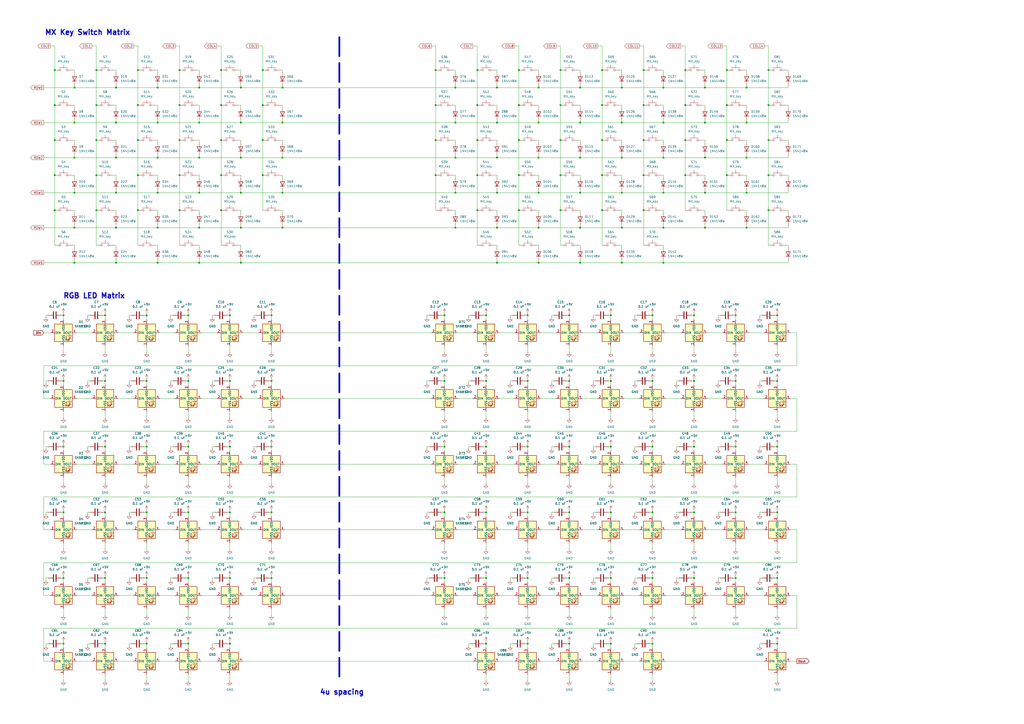
<source format=kicad_sch>
(kicad_sch (version 20231120) (generator "eeschema") (generator_version "8.0")
  (paper "A2")
  (lib_symbols
    (symbol "Diode:1N4148W" (pin_numbers hide) (pin_names hide)
      (property "Reference" "D" (at 0 2.54 0))
      (property "Value" "1N4148W" (at 0 -2.54 0))
      (symbol "1N4148W_1_1"
        (pin passive line (at -3.81 0 0) (length 2.54) (name "K") (number "1"))
        (pin passive line (at 3.81 0 180) (length 2.54) (name "A") (number "2"))
      )
    )
    (symbol "LED:SK6812" (pin_names (offset 0.254))
      (property "Reference" "D" (at 5.08 5.715 0))
      (property "Value" "SK6812" (at 1.27 -5.715 0))
      (symbol "SK6812_0_0"
        (text "RGB" (at 2.286 -4.191 0) (effects (font (size 0.762 0.762))))
      )
      (symbol "SK6812_1_1"
        (pin power_in line (at 0 -7.62 90) (length 2.54) (name "VSS") (number "1"))
        (pin input line (at -7.62 0 0) (length 2.54) (name "DIN") (number "2"))
        (pin power_in line (at 0 7.62 270) (length 2.54) (name "VDD") (number "3"))
        (pin output line (at 7.62 0 180) (length 2.54) (name "DOUT") (number "4"))
      )
    )
    (symbol "Yaqubs_Cool_Parts:CAP_0.1UF_0805" (pin_numbers hide) (pin_names (offset 0.254))
      (property "Reference" "C" (at 0.635 2.54 0))
      (property "Value" "0.1 uF" (at 0.635 -2.54 0))
      (symbol "CAP_0.1UF_0805_1_1"
        (pin passive line (at 0 3.81 270) (length 2.794) (name "~") (number "1"))
        (pin passive line (at 0 -3.81 90) (length 2.794) (name "~") (number "2"))
      )
    )
    (symbol "Yaqubs_Cool_Parts:MX_key" (pin_numbers hide) (pin_names (offset 1.016) hide)
      (property "Reference" "S" (at 1.27 2.54 0))
      (property "Value" "MX_key" (at 0 -1.524 0))
      (symbol "MX_key_0_1"
        (pin passive line (at -5.08 0 0) (length 2.54) (name "1") (number "1"))
        (pin passive line (at 5.08 0 180) (length 2.54) (name "2") (number "2"))
      )
    )
    (symbol "power:+5V" (power) (pin_numbers hide) (pin_names (offset 0) hide)
      (property "Value" "+5V" (at 0 3.556 0))
      (symbol "+5V_1_1"
        (pin power_in line (at 0 0 90) (length 0) (name "~") (number "1"))
      )
    )
    (symbol "power:GND" (power) (pin_numbers hide) (pin_names (offset 0) hide)
      (property "Value" "GND" (at 0 -3.81 0))
      (symbol "GND_1_1"
        (pin power_in line (at 0 0 270) (length 0) (name "~") (number "1"))
      )
    )
  )
  (junction (at 157.48 259.08))
  (junction (at 43.18 71.12))
  (junction (at 139.7 132.08))
  (junction (at 128.27 121.92))
  (junction (at 426.72 182.88))
  (junction (at 281.94 220.98))
  (junction (at 336.55 152.4))
  (junction (at 133.35 297.18))
  (junction (at 43.18 152.4))
  (junction (at 421.64 40.64))
  (junction (at 378.46 182.88))
  (junction (at 91.44 50.8))
  (junction (at 67.31 132.08))
  (junction (at 354.33 373.38))
  (junction (at 450.85 259.08))
  (junction (at 360.68 132.08))
  (junction (at 312.42 91.44))
  (junction (at 43.18 50.8))
  (junction (at 91.44 111.76))
  (junction (at 133.35 335.28))
  (junction (at 91.44 91.44))
  (junction (at 354.33 297.18))
  (junction (at 55.88 101.6))
  (junction (at 115.57 132.08))
  (junction (at 109.22 373.38))
  (junction (at 421.64 101.6))
  (junction (at 373.38 40.64))
  (junction (at 128.27 81.28))
  (junction (at 336.55 132.08))
  (junction (at 433.07 91.44))
  (junction (at 450.85 373.38))
  (junction (at 354.33 335.28))
  (junction (at 445.77 81.28))
  (junction (at 85.09 373.38))
  (junction (at 80.01 81.28))
  (junction (at 330.2 297.18))
  (junction (at 445.77 101.6))
  (junction (at 36.83 259.08))
  (junction (at 300.99 81.28))
  (junction (at 36.83 335.28))
  (junction (at 325.12 81.28))
  (junction (at 276.86 121.92))
  (junction (at 252.73 81.28))
  (junction (at 60.96 373.38))
  (junction (at 306.07 297.18))
  (junction (at 157.48 335.28))
  (junction (at 163.83 91.44))
  (junction (at 306.07 259.08))
  (junction (at 67.31 50.8))
  (junction (at 109.22 220.98))
  (junction (at 325.12 101.6))
  (junction (at 288.29 111.76))
  (junction (at 252.73 101.6))
  (junction (at 300.99 60.96))
  (junction (at 85.09 335.28))
  (junction (at 378.46 297.18))
  (junction (at 67.31 152.4))
  (junction (at 152.4 60.96))
  (junction (at 349.25 60.96))
  (junction (at 91.44 71.12))
  (junction (at 252.73 60.96))
  (junction (at 31.75 40.64))
  (junction (at 276.86 60.96))
  (junction (at 60.96 220.98))
  (junction (at 312.42 152.4))
  (junction (at 325.12 60.96))
  (junction (at 133.35 220.98))
  (junction (at 109.22 182.88))
  (junction (at 115.57 152.4))
  (junction (at 281.94 182.88))
  (junction (at 43.18 91.44))
  (junction (at 104.14 81.28))
  (junction (at 330.2 182.88))
  (junction (at 43.18 111.76))
  (junction (at 402.59 182.88))
  (junction (at 306.07 335.28))
  (junction (at 109.22 259.08))
  (junction (at 384.81 50.8))
  (junction (at 257.81 182.88))
  (junction (at 421.64 81.28))
  (junction (at 67.31 91.44))
  (junction (at 336.55 91.44))
  (junction (at 276.86 81.28))
  (junction (at 402.59 220.98))
  (junction (at 354.33 220.98))
  (junction (at 336.55 50.8))
  (junction (at 67.31 111.76))
  (junction (at 408.94 91.44))
  (junction (at 60.96 297.18))
  (junction (at 306.07 373.38))
  (junction (at 330.2 259.08))
  (junction (at 373.38 60.96))
  (junction (at 85.09 297.18))
  (junction (at 300.99 121.92))
  (junction (at 163.83 111.76))
  (junction (at 445.77 60.96))
  (junction (at 152.4 40.64))
  (junction (at 373.38 81.28))
  (junction (at 281.94 373.38))
  (junction (at 133.35 373.38))
  (junction (at 109.22 335.28))
  (junction (at 330.2 220.98))
  (junction (at 300.99 40.64))
  (junction (at 104.14 121.92))
  (junction (at 264.16 50.8))
  (junction (at 104.14 40.64))
  (junction (at 312.42 71.12))
  (junction (at 360.68 111.76))
  (junction (at 373.38 101.6))
  (junction (at 133.35 182.88))
  (junction (at 281.94 259.08))
  (junction (at 426.72 297.18))
  (junction (at 80.01 121.92))
  (junction (at 257.81 335.28))
  (junction (at 157.48 297.18))
  (junction (at 139.7 50.8))
  (junction (at 36.83 182.88))
  (junction (at 139.7 152.4))
  (junction (at 433.07 111.76))
  (junction (at 139.7 91.44))
  (junction (at 397.51 101.6))
  (junction (at 133.35 259.08))
  (junction (at 104.14 101.6))
  (junction (at 360.68 152.4))
  (junction (at 360.68 50.8))
  (junction (at 433.07 71.12))
  (junction (at 288.29 91.44))
  (junction (at 128.27 40.64))
  (junction (at 115.57 111.76))
  (junction (at 157.48 220.98))
  (junction (at 336.55 111.76))
  (junction (at 139.7 111.76))
  (junction (at 85.09 220.98))
  (junction (at 55.88 40.64))
  (junction (at 421.64 60.96))
  (junction (at 397.51 81.28))
  (junction (at 80.01 40.64))
  (junction (at 397.51 60.96))
  (junction (at 408.94 111.76))
  (junction (at 67.31 71.12))
  (junction (at 312.42 50.8))
  (junction (at 104.14 60.96))
  (junction (at 330.2 335.28))
  (junction (at 128.27 60.96))
  (junction (at 349.25 40.64))
  (junction (at 378.46 373.38))
  (junction (at 450.85 335.28))
  (junction (at 276.86 40.64))
  (junction (at 426.72 335.28))
  (junction (at 306.07 182.88))
  (junction (at 325.12 121.92))
  (junction (at 276.86 101.6))
  (junction (at 264.16 111.76))
  (junction (at 384.81 132.08))
  (junction (at 312.42 132.08))
  (junction (at 43.18 132.08))
  (junction (at 80.01 101.6))
  (junction (at 157.48 182.88))
  (junction (at 55.88 121.92))
  (junction (at 31.75 81.28))
  (junction (at 163.83 50.8))
  (junction (at 257.81 297.18))
  (junction (at 384.81 111.76))
  (junction (at 450.85 182.88))
  (junction (at 264.16 132.08))
  (junction (at 31.75 121.92))
  (junction (at 402.59 335.28))
  (junction (at 433.07 50.8))
  (junction (at 402.59 297.18))
  (junction (at 397.51 40.64))
  (junction (at 31.75 101.6))
  (junction (at 325.12 40.64))
  (junction (at 163.83 71.12))
  (junction (at 450.85 220.98))
  (junction (at 115.57 71.12))
  (junction (at 445.77 121.92))
  (junction (at 91.44 152.4))
  (junction (at 264.16 91.44))
  (junction (at 349.25 101.6))
  (junction (at 115.57 91.44))
  (junction (at 450.85 297.18))
  (junction (at 55.88 60.96))
  (junction (at 264.16 71.12))
  (junction (at 373.38 121.92))
  (junction (at 128.27 101.6))
  (junction (at 60.96 182.88))
  (junction (at 408.94 132.08))
  (junction (at 349.25 81.28))
  (junction (at 288.29 152.4))
  (junction (at 288.29 132.08))
  (junction (at 115.57 50.8))
  (junction (at 408.94 50.8))
  (junction (at 384.81 152.4))
  (junction (at 354.33 259.08))
  (junction (at 402.59 259.08))
  (junction (at 60.96 335.28))
  (junction (at 281.94 335.28))
  (junction (at 330.2 373.38))
  (junction (at 109.22 297.18))
  (junction (at 139.7 71.12))
  (junction (at 306.07 220.98))
  (junction (at 91.44 132.08))
  (junction (at 433.07 132.08))
  (junction (at 36.83 373.38))
  (junction (at 31.75 60.96))
  (junction (at 384.81 71.12))
  (junction (at 152.4 101.6))
  (junction (at 163.83 132.08))
  (junction (at 288.29 50.8))
  (junction (at 55.88 81.28))
  (junction (at 300.99 101.6))
  (junction (at 445.77 40.64))
  (junction (at 85.09 182.88))
  (junction (at 354.33 182.88))
  (junction (at 257.81 259.08))
  (junction (at 288.29 71.12))
  (junction (at 378.46 335.28))
  (junction (at 378.46 259.08))
  (junction (at 36.83 220.98))
  (junction (at 152.4 81.28))
  (junction (at 281.94 297.18))
  (junction (at 36.83 297.18))
  (junction (at 257.81 220.98))
  (junction (at 426.72 259.08))
  (junction (at 349.25 121.92))
  (junction (at 360.68 71.12))
  (junction (at 312.42 111.76))
  (junction (at 360.68 91.44))
  (junction (at 252.73 40.64))
  (junction (at 336.55 71.12))
  (junction (at 378.46 220.98))
  (junction (at 80.01 60.96))
  (junction (at 408.94 71.12))
  (junction (at 384.81 91.44))
  (junction (at 60.96 259.08))
  (junction (at 85.09 259.08))
  (junction (at 426.72 220.98))
  (wire (pts (xy 80.01 81.28) (xy 80.01 101.6)))
  (wire (pts (xy 421.64 101.6) (xy 421.64 121.92)))
  (wire (pts (xy 123.19 335.28) (xy 124.46 335.28)))
  (wire (pts (xy 60.96 295.91) (xy 60.96 297.18)))
  (wire (pts (xy 401.32 220.98) (xy 402.59 220.98)))
  (wire (pts (xy 90.17 121.92) (xy 91.44 121.92)))
  (wire (pts (xy 449.58 182.88) (xy 450.85 182.88)))
  (wire (pts (xy 336.55 50.8) (xy 360.68 50.8)))
  (wire (pts (xy 300.99 40.64) (xy 300.99 60.96)))
  (wire (pts (xy 264.16 110.49) (xy 264.16 111.76)))
  (wire (pts (xy 123.19 259.08) (xy 124.46 259.08)))
  (wire (pts (xy 85.09 238.76) (xy 85.09 242.57)))
  (wire (pts (xy 99.06 297.18) (xy 99.06 298.45)))
  (wire (pts (xy 43.18 142.24) (xy 43.18 143.51)))
  (wire (pts (xy 359.41 101.6) (xy 360.68 101.6)))
  (wire (pts (xy 35.56 335.28) (xy 36.83 335.28)))
  (wire (pts (xy 370.84 26.67) (xy 373.38 26.67)))
  (wire (pts (xy 257.81 314.96) (xy 257.81 318.77)))
  (wire (pts (xy 320.04 220.98) (xy 320.04 222.25)))
  (wire (pts (xy 43.18 71.12) (xy 67.31 71.12)))
  (wire (pts (xy 419.1 26.67) (xy 421.64 26.67)))
  (wire (pts (xy 407.67 81.28) (xy 408.94 81.28)))
  (wire (pts (xy 426.72 276.86) (xy 426.72 280.67)))
  (wire (pts (xy 123.19 297.18) (xy 123.19 298.45)))
  (wire (pts (xy 311.15 40.64) (xy 312.42 40.64)))
  (wire (pts (xy 426.72 353.06) (xy 426.72 356.87)))
  (wire (pts (xy 330.2 314.96) (xy 330.2 318.77)))
  (wire (pts (xy 383.54 60.96) (xy 384.81 60.96)))
  (wire (pts (xy 354.33 220.98) (xy 354.33 223.52)))
  (wire (pts (xy 306.07 314.96) (xy 306.07 318.77)))
  (wire (pts (xy 416.56 259.08) (xy 416.56 260.35)))
  (wire (pts (xy 139.7 91.44) (xy 163.83 91.44)))
  (wire (pts (xy 306.07 259.08) (xy 306.07 261.62)))
  (wire (pts (xy 271.78 297.18) (xy 271.78 298.45)))
  (wire (pts (xy 85.09 391.16) (xy 85.09 394.97)))
  (wire (pts (xy 306.07 238.76) (xy 306.07 242.57)))
  (wire (pts (xy 140.97 269.24) (xy 149.86 269.24)))
  (wire (pts (xy 123.19 373.38) (xy 123.19 374.65)))
  (wire (pts (xy 410.21 231.14) (xy 419.1 231.14)))
  (wire (pts (xy 344.17 297.18) (xy 344.17 298.45)))
  (wire (pts (xy 74.93 182.88) (xy 76.2 182.88)))
  (wire (pts (xy 128.27 101.6) (xy 128.27 121.92)))
  (wire (pts (xy 360.68 91.44) (xy 384.81 91.44)))
  (wire (pts (xy 252.73 40.64) (xy 252.73 60.96)))
  (wire (pts (xy 280.67 220.98) (xy 281.94 220.98)))
  (wire (pts (xy 132.08 335.28) (xy 133.35 335.28)))
  (wire (pts (xy 25.4 231.14) (xy 29.21 231.14)))
  (wire (pts (xy 26.67 373.38) (xy 27.94 373.38)))
  (wire (pts (xy 109.22 373.38) (xy 109.22 375.92)))
  (wire (pts (xy 349.25 40.64) (xy 349.25 60.96)))
  (wire (pts (xy 280.67 335.28) (xy 281.94 335.28)))
  (wire (pts (xy 397.51 60.96) (xy 397.51 81.28)))
  (wire (pts (xy 139.7 71.12) (xy 163.83 71.12)))
  (wire (pts (xy 74.93 182.88) (xy 74.93 184.15)))
  (wire (pts (xy 440.69 335.28) (xy 441.96 335.28)))
  (wire (pts (xy 449.58 259.08) (xy 450.85 259.08)))
  (wire (pts (xy 140.97 383.54) (xy 274.32 383.54)))
  (wire (pts (xy 281.94 276.86) (xy 281.94 280.67)))
  (wire (pts (xy 402.59 295.91) (xy 402.59 297.18)))
  (wire (pts (xy 74.93 297.18) (xy 76.2 297.18)))
  (wire (pts (xy 384.81 71.12) (xy 408.94 71.12)))
  (wire (pts (xy 295.91 259.08) (xy 297.18 259.08)))
  (wire (pts (xy 139.7 151.13) (xy 139.7 152.4)))
  (wire (pts (xy 450.85 373.38) (xy 450.85 375.92)))
  (wire (pts (xy 31.75 121.92) (xy 31.75 142.24)))
  (wire (pts (xy 433.07 60.96) (xy 433.07 62.23)))
  (wire (pts (xy 163.83 40.64) (xy 163.83 41.91)))
  (wire (pts (xy 361.95 269.24) (xy 370.84 269.24)))
  (wire (pts (xy 59.69 335.28) (xy 60.96 335.28)))
  (wire (pts (xy 288.29 91.44) (xy 312.42 91.44)))
  (wire (pts (xy 313.69 383.54) (xy 322.58 383.54)))
  (wire (pts (xy 402.59 200.66) (xy 402.59 204.47)))
  (wire (pts (xy 359.41 60.96) (xy 360.68 60.96)))
  (wire (pts (xy 43.18 90.17) (xy 43.18 91.44)))
  (wire (pts (xy 384.81 132.08) (xy 408.94 132.08)))
  (wire (pts (xy 392.43 182.88) (xy 393.7 182.88)))
  (wire (pts (xy 68.58 383.54) (xy 77.47 383.54)))
  (wire (pts (xy 163.83 60.96) (xy 163.83 62.23)))
  (wire (pts (xy 116.84 231.14) (xy 125.73 231.14)))
  (wire (pts (xy 346.71 26.67) (xy 349.25 26.67)))
  (wire (pts (xy 440.69 297.18) (xy 440.69 298.45)))
  (wire (pts (xy 139.7 152.4) (xy 288.29 152.4)))
  (wire (pts (xy 426.72 334.01) (xy 426.72 335.28)))
  (wire (pts (xy 336.55 151.13) (xy 336.55 152.4)))
  (wire (pts (xy 257.81 353.06) (xy 257.81 356.87)))
  (wire (pts (xy 90.17 40.64) (xy 91.44 40.64)))
  (wire (pts (xy 29.21 26.67) (xy 31.75 26.67)))
  (wire (pts (xy 320.04 259.08) (xy 321.31 259.08)))
  (wire (pts (xy 36.83 219.71) (xy 36.83 220.98)))
  (wire (pts (xy 257.81 297.18) (xy 257.81 299.72)))
  (wire (pts (xy 361.95 231.14) (xy 370.84 231.14)))
  (wire (pts (xy 90.17 101.6) (xy 91.44 101.6)))
  (wire (pts (xy 306.07 391.16) (xy 306.07 394.97)))
  (wire (pts (xy 295.91 373.38) (xy 297.18 373.38)))
  (wire (pts (xy 281.94 314.96) (xy 281.94 318.77)))
  (wire (pts (xy 104.14 101.6) (xy 104.14 121.92)))
  (wire (pts (xy 35.56 220.98) (xy 36.83 220.98)))
  (wire (pts (xy 386.08 269.24) (xy 394.97 269.24)))
  (wire (pts (xy 74.93 297.18) (xy 74.93 298.45)))
  (wire (pts (xy 383.54 81.28) (xy 384.81 81.28)))
  (wire (pts (xy 264.16 81.28) (xy 264.16 82.55)))
  (wire (pts (xy 410.21 269.24) (xy 419.1 269.24)))
  (wire (pts (xy 336.55 40.64) (xy 336.55 41.91)))
  (wire (pts (xy 416.56 335.28) (xy 416.56 336.55)))
  (wire (pts (xy 55.88 121.92) (xy 55.88 142.24)))
  (wire (pts (xy 354.33 257.81) (xy 354.33 259.08)))
  (wire (pts (xy 139.7 49.53) (xy 139.7 50.8)))
  (wire (pts (xy 264.16 69.85) (xy 264.16 71.12)))
  (wire (pts (xy 298.45 26.67) (xy 300.99 26.67)))
  (wire (pts (xy 115.57 81.28) (xy 115.57 82.55)))
  (wire (pts (xy 280.67 373.38) (xy 281.94 373.38)))
  (wire (pts (xy 450.85 334.01) (xy 450.85 335.28)))
  (wire (pts (xy 360.68 152.4) (xy 384.81 152.4)))
  (wire (pts (xy 300.99 121.92) (xy 300.99 142.24)))
  (wire (pts (xy 287.02 142.24) (xy 288.29 142.24)))
  (wire (pts (xy 288.29 69.85) (xy 288.29 71.12)))
  (wire (pts (xy 360.68 110.49) (xy 360.68 111.76)))
  (wire (pts (xy 457.2 60.96) (xy 457.2 62.23)))
  (wire (pts (xy 408.94 90.17) (xy 408.94 91.44)))
  (wire (pts (xy 353.06 335.28) (xy 354.33 335.28)))
  (wire (pts (xy 336.55 90.17) (xy 336.55 91.44)))
  (wire (pts (xy 128.27 81.28) (xy 128.27 101.6)))
  (wire (pts (xy 271.78 220.98) (xy 273.05 220.98)))
  (wire (pts (xy 92.71 345.44) (xy 101.6 345.44)))
  (wire (pts (xy 276.86 26.67) (xy 276.86 40.64)))
  (wire (pts (xy 320.04 259.08) (xy 320.04 260.35)))
  (wire (pts (xy 264.16 101.6) (xy 264.16 102.87)))
  (wire (pts (xy 330.2 200.66) (xy 330.2 204.47)))
  (wire (pts (xy 433.07 111.76) (xy 457.2 111.76)))
  (wire (pts (xy 157.48 353.06) (xy 157.48 356.87)))
  (wire (pts (xy 80.01 121.92) (xy 80.01 142.24)))
  (wire (pts (xy 354.33 295.91) (xy 354.33 297.18)))
  (wire (pts (xy 99.06 182.88) (xy 99.06 184.15)))
  (wire (pts (xy 25.4 307.34) (xy 29.21 307.34)))
  (wire (pts (xy 421.64 40.64) (xy 421.64 60.96)))
  (wire (pts (xy 60.96 220.98) (xy 60.96 223.52)))
  (wire (pts (xy 264.16 50.8) (xy 288.29 50.8)))
  (wire (pts (xy 265.43 231.14) (xy 274.32 231.14)))
  (wire (pts (xy 36.83 335.28) (xy 36.83 337.82)))
  (wire (pts (xy 337.82 193.04) (xy 346.71 193.04)))
  (wire (pts (xy 157.48 219.71) (xy 157.48 220.98)))
  (wire (pts (xy 152.4 60.96) (xy 152.4 81.28)))
  (wire (pts (xy 109.22 391.16) (xy 109.22 394.97)))
  (wire (pts (xy 384.81 101.6) (xy 384.81 102.87)))
  (wire (pts (xy 60.96 219.71) (xy 60.96 220.98)))
  (wire (pts (xy 123.19 373.38) (xy 124.46 373.38)))
  (wire (pts (xy 445.77 81.28) (xy 445.77 101.6)))
  (wire (pts (xy 25.4 383.54) (xy 29.21 383.54)))
  (wire (pts (xy 295.91 335.28) (xy 297.18 335.28)))
  (wire (pts (xy 288.29 71.12) (xy 312.42 71.12)))
  (wire (pts (xy 257.81 334.01) (xy 257.81 335.28)))
  (wire (pts (xy 313.69 269.24) (xy 322.58 269.24)))
  (wire (pts (xy 109.22 200.66) (xy 109.22 204.47)))
  (wire (pts (xy 360.68 49.53) (xy 360.68 50.8)))
  (wire (pts (xy 426.72 238.76) (xy 426.72 242.57)))
  (wire (pts (xy 458.47 307.34) (xy 462.28 307.34)))
  (wire (pts (xy 85.09 182.88) (xy 85.09 185.42)))
  (wire (pts (xy 157.48 276.86) (xy 157.48 280.67)))
  (wire (pts (xy 353.06 220.98) (xy 354.33 220.98)))
  (wire (pts (xy 330.2 182.88) (xy 330.2 185.42)))
  (wire (pts (xy 384.81 111.76) (xy 408.94 111.76)))
  (wire (pts (xy 311.15 81.28) (xy 312.42 81.28)))
  (wire (pts (xy 138.43 40.64) (xy 139.7 40.64)))
  (wire (pts (xy 43.18 121.92) (xy 43.18 123.19)))
  (wire (pts (xy 354.33 182.88) (xy 354.33 185.42)))
  (wire (pts (xy 402.59 238.76) (xy 402.59 242.57)))
  (wire (pts (xy 431.8 101.6) (xy 433.07 101.6)))
  (wire (pts (xy 289.56 383.54) (xy 298.45 383.54)))
  (wire (pts (xy 43.18 151.13) (xy 43.18 152.4)))
  (wire (pts (xy 133.35 182.88) (xy 133.35 185.42)))
  (wire (pts (xy 99.06 373.38) (xy 99.06 374.65)))
  (wire (pts (xy 312.42 121.92) (xy 312.42 123.19)))
  (wire (pts (xy 312.42 81.28) (xy 312.42 82.55)))
  (wire (pts (xy 74.93 335.28) (xy 74.93 336.55)))
  (wire (pts (xy 74.93 220.98) (xy 76.2 220.98)))
  (wire (pts (xy 257.81 181.61) (xy 257.81 182.88)))
  (wire (pts (xy 344.17 297.18) (xy 345.44 297.18)))
  (wire (pts (xy 426.72 220.98) (xy 426.72 223.52)))
  (wire (pts (xy 384.81 40.64) (xy 384.81 41.91)))
  (wire (pts (xy 68.58 345.44) (xy 77.47 345.44)))
  (wire (pts (xy 445.77 26.67) (xy 445.77 40.64)))
  (wire (pts (xy 109.22 181.61) (xy 109.22 182.88)))
  (wire (pts (xy 41.91 142.24) (xy 43.18 142.24)))
  (wire (pts (xy 368.3 297.18) (xy 369.57 297.18)))
  (wire (pts (xy 74.93 259.08) (xy 76.2 259.08)))
  (wire (pts (xy 421.64 81.28) (xy 421.64 101.6)))
  (wire (pts (xy 440.69 220.98) (xy 440.69 222.25)))
  (wire (pts (xy 440.69 373.38) (xy 440.69 374.65)))
  (wire (pts (xy 281.94 259.08) (xy 281.94 261.62)))
  (wire (pts (xy 99.06 373.38) (xy 100.33 373.38)))
  (wire (pts (xy 25.4 345.44) (xy 29.21 345.44)))
  (wire (pts (xy 328.93 373.38) (xy 330.2 373.38)))
  (wire (pts (xy 361.95 383.54) (xy 370.84 383.54)))
  (wire (pts (xy 147.32 182.88) (xy 147.32 184.15)))
  (wire (pts (xy 162.56 101.6) (xy 163.83 101.6)))
  (wire (pts (xy 83.82 335.28) (xy 85.09 335.28)))
  (wire (pts (xy 443.23 26.67) (xy 445.77 26.67)))
  (wire (pts (xy 450.85 297.18) (xy 450.85 299.72)))
  (wire (pts (xy 67.31 71.12) (xy 91.44 71.12)))
  (wire (pts (xy 360.68 151.13) (xy 360.68 152.4)))
  (wire (pts (xy 378.46 259.08) (xy 378.46 261.62)))
  (wire (pts (xy 287.02 40.64) (xy 288.29 40.64)))
  (wire (pts (xy 43.18 130.81) (xy 43.18 132.08)))
  (wire (pts (xy 336.55 152.4) (xy 360.68 152.4)))
  (wire (pts (xy 360.68 69.85) (xy 360.68 71.12)))
  (wire (pts (xy 109.22 297.18) (xy 109.22 299.72)))
  (wire (pts (xy 378.46 257.81) (xy 378.46 259.08)))
  (wire (pts (xy 68.58 269.24) (xy 77.47 269.24)))
  (wire (pts (xy 140.97 193.04) (xy 149.86 193.04)))
  (wire (pts (xy 74.93 373.38) (xy 76.2 373.38)))
  (wire (pts (xy 247.65 335.28) (xy 248.92 335.28)))
  (wire (pts (xy 147.32 220.98) (xy 147.32 222.25)))
  (wire (pts (xy 165.1 269.24) (xy 250.19 269.24)))
  (wire (pts (xy 433.07 49.53) (xy 433.07 50.8)))
  (wire (pts (xy 35.56 297.18) (xy 36.83 297.18)))
  (wire (pts (xy 60.96 391.16) (xy 60.96 394.97)))
  (wire (pts (xy 335.28 121.92) (xy 336.55 121.92)))
  (wire (pts (xy 25.4 269.24) (xy 29.21 269.24)))
  (wire (pts (xy 60.96 181.61) (xy 60.96 182.88)))
  (wire (pts (xy 264.16 91.44) (xy 288.29 91.44)))
  (wire (pts (xy 402.59 297.18) (xy 402.59 299.72)))
  (wire (pts (xy 68.58 307.34) (xy 77.47 307.34)))
  (wire (pts (xy 256.54 220.98) (xy 257.81 220.98)))
  (wire (pts (xy 59.69 259.08) (xy 60.96 259.08)))
  (wire (pts (xy 410.21 193.04) (xy 419.1 193.04)))
  (wire (pts (xy 92.71 231.14) (xy 101.6 231.14)))
  (wire (pts (xy 115.57 101.6) (xy 115.57 102.87)))
  (wire (pts (xy 132.08 259.08) (xy 133.35 259.08)))
  (wire (pts (xy 25.4 132.08) (xy 43.18 132.08)))
  (wire (pts (xy 325.12 60.96) (xy 325.12 81.28)))
  (wire (pts (xy 271.78 335.28) (xy 273.05 335.28)))
  (wire (pts (xy 408.94 49.53) (xy 408.94 50.8)))
  (wire (pts (xy 312.42 101.6) (xy 312.42 102.87)))
  (wire (pts (xy 384.81 110.49) (xy 384.81 111.76)))
  (wire (pts (xy 116.84 193.04) (xy 125.73 193.04)))
  (wire (pts (xy 360.68 101.6) (xy 360.68 102.87)))
  (wire (pts (xy 114.3 60.96) (xy 115.57 60.96)))
  (wire (pts (xy 368.3 259.08) (xy 369.57 259.08)))
  (wire (pts (xy 408.94 132.08) (xy 433.07 132.08)))
  (wire (pts (xy 354.33 373.38) (xy 354.33 375.92)))
  (wire (pts (xy 264.16 60.96) (xy 264.16 62.23)))
  (wire (pts (xy 252.73 101.6) (xy 252.73 121.92)))
  (wire (pts (xy 416.56 297.18) (xy 416.56 298.45)))
  (wire (pts (xy 462.28 193.04) (xy 462.28 212.09)))
  (wire (pts (xy 306.07 297.18) (xy 306.07 299.72)))
  (wire (pts (xy 257.81 200.66) (xy 257.81 204.47)))
  (wire (pts (xy 281.94 391.16) (xy 281.94 394.97)))
  (wire (pts (xy 247.65 297.18) (xy 248.92 297.18)))
  (wire (pts (xy 402.59 334.01) (xy 402.59 335.28)))
  (wire (pts (xy 114.3 101.6) (xy 115.57 101.6)))
  (wire (pts (xy 440.69 335.28) (xy 440.69 336.55)))
  (wire (pts (xy 330.2 276.86) (xy 330.2 280.67)))
  (wire (pts (xy 402.59 182.88) (xy 402.59 185.42)))
  (wire (pts (xy 392.43 335.28) (xy 392.43 336.55)))
  (wire (pts (xy 91.44 132.08) (xy 115.57 132.08)))
  (wire (pts (xy 44.45 269.24) (xy 53.34 269.24)))
  (wire (pts (xy 133.35 297.18) (xy 133.35 299.72)))
  (wire (pts (xy 85.09 297.18) (xy 85.09 299.72)))
  (wire (pts (xy 383.54 40.64) (xy 384.81 40.64)))
  (wire (pts (xy 43.18 132.08) (xy 67.31 132.08)))
  (wire (pts (xy 271.78 182.88) (xy 273.05 182.88)))
  (wire (pts (xy 116.84 269.24) (xy 125.73 269.24)))
  (wire (pts (xy 26.67 297.18) (xy 26.67 298.45)))
  (wire (pts (xy 306.07 372.11) (xy 306.07 373.38)))
  (wire (pts (xy 288.29 110.49) (xy 288.29 111.76)))
  (wire (pts (xy 287.02 121.92) (xy 288.29 121.92)))
  (wire (pts (xy 336.55 69.85) (xy 336.55 71.12)))
  (wire (pts (xy 312.42 49.53) (xy 312.42 50.8)))
  (wire (pts (xy 306.07 334.01) (xy 306.07 335.28)))
  (wire (pts (xy 257.81 295.91) (xy 257.81 297.18)))
  (wire (pts (xy 462.28 307.34) (xy 462.28 326.39)))
  (wire (pts (xy 455.93 60.96) (xy 457.2 60.96)))
  (wire (pts (xy 426.72 182.88) (xy 426.72 185.42)))
  (wire (pts (xy 132.08 373.38) (xy 133.35 373.38)))
  (wire (pts (xy 360.68 71.12) (xy 384.81 71.12)))
  (wire (pts (xy 378.46 295.91) (xy 378.46 297.18)))
  (wire (pts (xy 457.2 101.6) (xy 457.2 102.87)))
  (wire (pts (xy 115.57 40.64) (xy 115.57 41.91)))
  (wire (pts (xy 407.67 40.64) (xy 408.94 40.64)))
  (wire (pts (xy 344.17 220.98) (xy 345.44 220.98)))
  (wire (pts (xy 157.48 334.01) (xy 157.48 335.28)))
  (wire (pts (xy 157.48 238.76) (xy 157.48 242.57)))
  (wire (pts (xy 312.42 152.4) (xy 336.55 152.4)))
  (wire (pts (xy 304.8 335.28) (xy 306.07 335.28)))
  (wire (pts (xy 416.56 220.98) (xy 417.83 220.98)))
  (wire (pts (xy 26.67 259.08) (xy 26.67 260.35)))
  (wire (pts (xy 377.19 182.88) (xy 378.46 182.88)))
  (wire (pts (xy 139.7 110.49) (xy 139.7 111.76)))
  (wire (pts (xy 44.45 231.14) (xy 53.34 231.14)))
  (wire (pts (xy 295.91 335.28) (xy 295.91 336.55)))
  (wire (pts (xy 306.07 220.98) (xy 306.07 223.52)))
  (wire (pts (xy 138.43 121.92) (xy 139.7 121.92)))
  (wire (pts (xy 128.27 26.67) (xy 128.27 40.64)))
  (wire (pts (xy 247.65 182.88) (xy 247.65 184.15)))
  (wire (pts (xy 165.1 345.44) (xy 250.19 345.44)))
  (wire (pts (xy 55.88 60.96) (xy 55.88 81.28)))
  (wire (pts (xy 25.4 364.49) (xy 462.28 364.49)))
  (wire (pts (xy 328.93 220.98) (xy 330.2 220.98)))
  (wire (pts (xy 344.17 182.88) (xy 345.44 182.88)))
  (wire (pts (xy 107.95 335.28) (xy 109.22 335.28)))
  (wire (pts (xy 450.85 353.06) (xy 450.85 356.87)))
  (wire (pts (xy 109.22 295.91) (xy 109.22 297.18)))
  (wire (pts (xy 139.7 69.85) (xy 139.7 71.12)))
  (wire (pts (xy 320.04 335.28) (xy 321.31 335.28)))
  (wire (pts (xy 304.8 259.08) (xy 306.07 259.08)))
  (wire (pts (xy 91.44 110.49) (xy 91.44 111.76)))
  (wire (pts (xy 450.85 259.08) (xy 450.85 261.62)))
  (wire (pts (xy 25.4 193.04) (xy 29.21 193.04)))
  (wire (pts (xy 31.75 40.64) (xy 31.75 60.96)))
  (wire (pts (xy 328.93 259.08) (xy 330.2 259.08)))
  (wire (pts (xy 104.14 40.64) (xy 104.14 60.96)))
  (wire (pts (xy 349.25 26.67) (xy 349.25 40.64)))
  (wire (pts (xy 386.08 345.44) (xy 394.97 345.44)))
  (wire (pts (xy 83.82 373.38) (xy 85.09 373.38)))
  (wire (pts (xy 36.83 353.06) (xy 36.83 356.87)))
  (wire (pts (xy 392.43 182.88) (xy 392.43 184.15)))
  (wire (pts (xy 440.69 182.88) (xy 441.96 182.88)))
  (wire (pts (xy 91.44 101.6) (xy 91.44 102.87)))
  (wire (pts (xy 165.1 307.34) (xy 250.19 307.34)))
  (wire (pts (xy 425.45 220.98) (xy 426.72 220.98)))
  (wire (pts (xy 139.7 40.64) (xy 139.7 41.91)))
  (wire (pts (xy 353.06 182.88) (xy 354.33 182.88)))
  (wire (pts (xy 59.69 297.18) (xy 60.96 297.18)))
  (wire (pts (xy 384.81 91.44) (xy 408.94 91.44)))
  (wire (pts (xy 271.78 297.18) (xy 273.05 297.18)))
  (wire (pts (xy 25.4 250.19) (xy 462.28 250.19)))
  (wire (pts (xy 43.18 40.64) (xy 43.18 41.91)))
  (wire (pts (xy 50.8 335.28) (xy 50.8 336.55)))
  (wire (pts (xy 361.95 307.34) (xy 370.84 307.34)))
  (wire (pts (xy 257.81 257.81) (xy 257.81 259.08)))
  (wire (pts (xy 163.83 71.12) (xy 264.16 71.12)))
  (wire (pts (xy 139.7 130.81) (xy 139.7 132.08)))
  (wire (pts (xy 377.19 373.38) (xy 378.46 373.38)))
  (wire (pts (xy 445.77 121.92) (xy 445.77 142.24)))
  (wire (pts (xy 26.67 182.88) (xy 27.94 182.88)))
  (wire (pts (xy 373.38 26.67) (xy 373.38 40.64)))
  (wire (pts (xy 368.3 220.98) (xy 368.3 222.25)))
  (wire (pts (xy 280.67 297.18) (xy 281.94 297.18)))
  (wire (pts (xy 262.89 60.96) (xy 264.16 60.96)))
  (wire (pts (xy 139.7 121.92) (xy 139.7 123.19)))
  (wire (pts (xy 256.54 259.08) (xy 257.81 259.08)))
  (wire (pts (xy 288.29 81.28) (xy 288.29 82.55)))
  (wire (pts (xy 256.54 182.88) (xy 257.81 182.88)))
  (wire (pts (xy 288.29 60.96) (xy 288.29 62.23)))
  (wire (pts (xy 85.09 334.01) (xy 85.09 335.28)))
  (wire (pts (xy 335.28 40.64) (xy 336.55 40.64)))
  (wire (pts (xy 434.34 269.24) (xy 443.23 269.24)))
  (wire (pts (xy 133.35 276.86) (xy 133.35 280.67)))
  (wire (pts (xy 344.17 259.08) (xy 345.44 259.08)))
  (wire (pts (xy 74.93 335.28) (xy 76.2 335.28)))
  (wire (pts (xy 458.47 269.24) (xy 462.28 269.24)))
  (wire (pts (xy 368.3 335.28) (xy 369.57 335.28)))
  (wire (pts (xy 377.19 220.98) (xy 378.46 220.98)))
  (wire (pts (xy 330.2 238.76) (xy 330.2 242.57)))
  (wire (pts (xy 115.57 130.81) (xy 115.57 132.08)))
  (wire (pts (xy 265.43 193.04) (xy 274.32 193.04)))
  (wire (pts (xy 139.7 90.17) (xy 139.7 91.44)))
  (wire (pts (xy 288.29 121.92) (xy 288.29 123.19)))
  (wire (pts (xy 163.83 111.76) (xy 264.16 111.76)))
  (wire (pts (xy 157.48 259.08) (xy 157.48 261.62)))
  (wire (pts (xy 457.2 110.49) (xy 457.2 111.76)))
  (wire (pts (xy 280.67 259.08) (xy 281.94 259.08)))
  (wire (pts (xy 421.64 26.67) (xy 421.64 40.64)))
  (wire (pts (xy 407.67 101.6) (xy 408.94 101.6)))
  (wire (pts (xy 312.42 110.49) (xy 312.42 111.76)))
  (wire (pts (xy 26.67 335.28) (xy 27.94 335.28)))
  (wire (pts (xy 401.32 297.18) (xy 402.59 297.18)))
  (wire (pts (xy 458.47 345.44) (xy 462.28 345.44)))
  (wire (pts (xy 425.45 259.08) (xy 426.72 259.08)))
  (wire (pts (xy 359.41 121.92) (xy 360.68 121.92)))
  (wire (pts (xy 80.01 26.67) (xy 80.01 40.64)))
  (wire (pts (xy 378.46 220.98) (xy 378.46 223.52)))
  (wire (pts (xy 139.7 142.24) (xy 139.7 143.51)))
  (wire (pts (xy 408.94 69.85) (xy 408.94 71.12)))
  (wire (pts (xy 426.72 257.81) (xy 426.72 259.08)))
  (wire (pts (xy 300.99 26.67) (xy 300.99 40.64)))
  (wire (pts (xy 416.56 182.88) (xy 417.83 182.88)))
  (wire (pts (xy 50.8 259.08) (xy 52.07 259.08)))
  (wire (pts (xy 450.85 276.86) (xy 450.85 280.67)))
  (wire (pts (xy 306.07 219.71) (xy 306.07 220.98)))
  (wire (pts (xy 99.06 259.08) (xy 100.33 259.08)))
  (wire (pts (xy 157.48 335.28) (xy 157.48 337.82)))
  (wire (pts (xy 123.19 259.08) (xy 123.19 260.35)))
  (wire (pts (xy 287.02 101.6) (xy 288.29 101.6)))
  (wire (pts (xy 312.42 151.13) (xy 312.42 152.4)))
  (wire (pts (xy 426.72 181.61) (xy 426.72 182.88)))
  (wire (pts (xy 162.56 40.64) (xy 163.83 40.64)))
  (wire (pts (xy 330.2 334.01) (xy 330.2 335.28)))
  (wire (pts (xy 91.44 50.8) (xy 115.57 50.8)))
  (wire (pts (xy 36.83 373.38) (xy 36.83 375.92)))
  (wire (pts (xy 107.95 220.98) (xy 109.22 220.98)))
  (wire (pts (xy 91.44 81.28) (xy 91.44 82.55)))
  (wire (pts (xy 68.58 193.04) (xy 77.47 193.04)))
  (wire (pts (xy 60.96 259.08) (xy 60.96 261.62)))
  (wire (pts (xy 262.89 101.6) (xy 264.16 101.6)))
  (wire (pts (xy 455.93 121.92) (xy 457.2 121.92)))
  (wire (pts (xy 74.93 373.38) (xy 74.93 374.65)))
  (wire (pts (xy 250.19 26.67) (xy 252.73 26.67)))
  (wire (pts (xy 378.46 200.66) (xy 378.46 204.47)))
  (wire (pts (xy 271.78 335.28) (xy 271.78 336.55)))
  (wire (pts (xy 36.83 238.76) (xy 36.83 242.57)))
  (wire (pts (xy 43.18 50.8) (xy 67.31 50.8)))
  (wire (pts (xy 85.09 353.06) (xy 85.09 356.87)))
  (wire (pts (xy 281.94 219.71) (xy 281.94 220.98)))
  (wire (pts (xy 264.16 130.81) (xy 264.16 132.08)))
  (wire (pts (xy 36.83 391.16) (xy 36.83 394.97)))
  (wire (pts (xy 306.07 373.38) (xy 306.07 375.92)))
  (wire (pts (xy 99.06 297.18) (xy 100.33 297.18)))
  (wire (pts (xy 440.69 373.38) (xy 441.96 373.38)))
  (wire (pts (xy 133.35 295.91) (xy 133.35 297.18)))
  (wire (pts (xy 152.4 81.28) (xy 152.4 101.6)))
  (wire (pts (xy 36.83 259.08) (xy 36.83 261.62)))
  (wire (pts (xy 295.91 259.08) (xy 295.91 260.35)))
  (wire (pts (xy 257.81 219.71) (xy 257.81 220.98)))
  (wire (pts (xy 26.67 220.98) (xy 27.94 220.98)))
  (wire (pts (xy 271.78 259.08) (xy 273.05 259.08)))
  (wire (pts (xy 377.19 259.08) (xy 378.46 259.08)))
  (wire (pts (xy 91.44 91.44) (xy 115.57 91.44)))
  (wire (pts (xy 433.07 101.6) (xy 433.07 102.87)))
  (wire (pts (xy 281.94 373.38) (xy 281.94 375.92)))
  (wire (pts (xy 295.91 220.98) (xy 295.91 222.25)))
  (wire (pts (xy 91.44 71.12) (xy 115.57 71.12)))
  (wire (pts (xy 156.21 182.88) (xy 157.48 182.88)))
  (wire (pts (xy 271.78 220.98) (xy 271.78 222.25)))
  (wire (pts (xy 328.93 297.18) (xy 330.2 297.18)))
  (wire (pts (xy 312.42 130.81) (xy 312.42 132.08)))
  (wire (pts (xy 311.15 121.92) (xy 312.42 121.92)))
  (wire (pts (xy 281.94 297.18) (xy 281.94 299.72)))
  (wire (pts (xy 66.04 40.64) (xy 67.31 40.64)))
  (wire (pts (xy 25.4 152.4) (xy 43.18 152.4)))
  (wire (pts (xy 384.81 69.85) (xy 384.81 71.12)))
  (wire (pts (xy 312.42 142.24) (xy 312.42 143.51)))
  (wire (pts (xy 384.81 121.92) (xy 384.81 123.19)))
  (wire (pts (xy 336.55 81.28) (xy 336.55 82.55)))
  (wire (pts (xy 313.69 193.04) (xy 322.58 193.04)))
  (wire (pts (xy 115.57 91.44) (xy 139.7 91.44)))
  (wire (pts (xy 36.83 220.98) (xy 36.83 223.52)))
  (wire (pts (xy 455.93 40.64) (xy 457.2 40.64)))
  (wire (pts (xy 361.95 345.44) (xy 370.84 345.44)))
  (wire (pts (xy 85.09 219.71) (xy 85.09 220.98)))
  (wire (pts (xy 433.07 91.44) (xy 457.2 91.44)))
  (wire (pts (xy 378.46 297.18) (xy 378.46 299.72)))
  (wire (pts (xy 66.04 60.96) (xy 67.31 60.96)))
  (wire (pts (xy 265.43 269.24) (xy 274.32 269.24)))
  (wire (pts (xy 402.59 335.28) (xy 402.59 337.82)))
  (wire (pts (xy 360.68 121.92) (xy 360.68 123.19)))
  (wire (pts (xy 397.51 101.6) (xy 397.51 121.92)))
  (wire (pts (xy 377.19 297.18) (xy 378.46 297.18)))
  (wire (pts (xy 85.09 314.96) (xy 85.09 318.77)))
  (wire (pts (xy 25.4 288.29) (xy 25.4 307.34)))
  (wire (pts (xy 115.57 111.76) (xy 139.7 111.76)))
  (wire (pts (xy 288.29 101.6) (xy 288.29 102.87)))
  (wire (pts (xy 114.3 121.92) (xy 115.57 121.92)))
  (wire (pts (xy 123.19 335.28) (xy 123.19 336.55)))
  (wire (pts (xy 115.57 60.96) (xy 115.57 62.23)))
  (wire (pts (xy 300.99 101.6) (xy 300.99 121.92)))
  (wire (pts (xy 330.2 297.18) (xy 330.2 299.72)))
  (wire (pts (xy 378.46 391.16) (xy 378.46 394.97)))
  (wire (pts (xy 330.2 259.08) (xy 330.2 261.62)))
  (wire (pts (xy 252.73 26.67) (xy 252.73 40.64)))
  (wire (pts (xy 392.43 259.08) (xy 393.7 259.08)))
  (wire (pts (xy 330.2 295.91) (xy 330.2 297.18)))
  (wire (pts (xy 264.16 121.92) (xy 264.16 123.19)))
  (wire (pts (xy 354.33 335.28) (xy 354.33 337.82)))
  (wire (pts (xy 66.04 101.6) (xy 67.31 101.6)))
  (wire (pts (xy 99.06 182.88) (xy 100.33 182.88)))
  (wire (pts (xy 311.15 101.6) (xy 312.42 101.6)))
  (wire (pts (xy 312.42 69.85) (xy 312.42 71.12)))
  (wire (pts (xy 25.4 364.49) (xy 25.4 383.54)))
  (wire (pts (xy 265.43 345.44) (xy 274.32 345.44)))
  (wire (pts (xy 330.2 219.71) (xy 330.2 220.98)))
  (wire (pts (xy 60.96 335.28) (xy 60.96 337.82)))
  (wire (pts (xy 330.2 353.06) (xy 330.2 356.87)))
  (wire (pts (xy 373.38 121.92) (xy 373.38 142.24)))
  (wire (pts (xy 139.7 111.76) (xy 163.83 111.76)))
  (wire (pts (xy 328.93 335.28) (xy 330.2 335.28)))
  (wire (pts (xy 433.07 130.81) (xy 433.07 132.08)))
  (wire (pts (xy 426.72 295.91) (xy 426.72 297.18)))
  (wire (pts (xy 384.81 90.17) (xy 384.81 91.44)))
  (wire (pts (xy 384.81 50.8) (xy 408.94 50.8)))
  (wire (pts (xy 402.59 219.71) (xy 402.59 220.98)))
  (wire (pts (xy 378.46 334.01) (xy 378.46 335.28)))
  (wire (pts (xy 133.35 259.08) (xy 133.35 261.62)))
  (wire (pts (xy 401.32 335.28) (xy 402.59 335.28)))
  (wire (pts (xy 462.28 231.14) (xy 462.28 250.19)))
  (wire (pts (xy 440.69 259.08) (xy 441.96 259.08)))
  (wire (pts (xy 115.57 110.49) (xy 115.57 111.76)))
  (wire (pts (xy 274.32 26.67) (xy 276.86 26.67)))
  (wire (pts (xy 67.31 110.49) (xy 67.31 111.76)))
  (wire (pts (xy 67.31 132.08) (xy 91.44 132.08)))
  (wire (pts (xy 431.8 40.64) (xy 433.07 40.64)))
  (wire (pts (xy 35.56 373.38) (xy 36.83 373.38)))
  (wire (pts (xy 289.56 269.24) (xy 298.45 269.24)))
  (wire (pts (xy 50.8 259.08) (xy 50.8 260.35)))
  (wire (pts (xy 450.85 314.96) (xy 450.85 318.77)))
  (wire (pts (xy 384.81 49.53) (xy 384.81 50.8)))
  (wire (pts (xy 440.69 259.08) (xy 440.69 260.35)))
  (wire (pts (xy 59.69 373.38) (xy 60.96 373.38)))
  (wire (pts (xy 288.29 49.53) (xy 288.29 50.8)))
  (wire (pts (xy 450.85 295.91) (xy 450.85 297.18)))
  (wire (pts (xy 281.94 295.91) (xy 281.94 297.18)))
  (wire (pts (xy 67.31 152.4) (xy 91.44 152.4)))
  (wire (pts (xy 402.59 220.98) (xy 402.59 223.52)))
  (wire (pts (xy 359.41 81.28) (xy 360.68 81.28)))
  (wire (pts (xy 433.07 121.92) (xy 433.07 123.19)))
  (wire (pts (xy 281.94 182.88) (xy 281.94 185.42)))
  (wire (pts (xy 50.8 373.38) (xy 50.8 374.65)))
  (wire (pts (xy 304.8 373.38) (xy 306.07 373.38)))
  (wire (pts (xy 408.94 111.76) (xy 433.07 111.76)))
  (wire (pts (xy 157.48 200.66) (xy 157.48 204.47)))
  (wire (pts (xy 107.95 373.38) (xy 109.22 373.38)))
  (wire (pts (xy 31.75 81.28) (xy 31.75 101.6)))
  (wire (pts (xy 157.48 182.88) (xy 157.48 185.42)))
  (wire (pts (xy 165.1 231.14) (xy 250.19 231.14)))
  (wire (pts (xy 247.65 220.98) (xy 248.92 220.98)))
  (wire (pts (xy 373.38 60.96) (xy 373.38 81.28)))
  (wire (pts (xy 383.54 142.24) (xy 384.81 142.24)))
  (wire (pts (xy 147.32 259.08) (xy 147.32 260.35)))
  (wire (pts (xy 36.83 182.88) (xy 36.83 185.42)))
  (wire (pts (xy 401.32 182.88) (xy 402.59 182.88)))
  (wire (pts (xy 147.32 297.18) (xy 147.32 298.45)))
  (wire (pts (xy 109.22 335.28) (xy 109.22 337.82)))
  (wire (pts (xy 252.73 60.96) (xy 252.73 81.28)))
  (wire (pts (xy 457.2 81.28) (xy 457.2 82.55)))
  (wire (pts (xy 85.09 372.11) (xy 85.09 373.38)))
  (wire (pts (xy 330.2 373.38) (xy 330.2 375.92)))
  (wire (pts (xy 288.29 151.13) (xy 288.29 152.4)))
  (wire (pts (xy 80.01 60.96) (xy 80.01 81.28)))
  (wire (pts (xy 311.15 142.24) (xy 312.42 142.24)))
  (wire (pts (xy 157.48 220.98) (xy 157.48 223.52)))
  (wire (pts (xy 354.33 200.66) (xy 354.33 204.47)))
  (wire (pts (xy 252.73 81.28) (xy 252.73 101.6)))
  (wire (pts (xy 426.72 314.96) (xy 426.72 318.77)))
  (wire (pts (xy 287.02 60.96) (xy 288.29 60.96)))
  (wire (pts (xy 320.04 373.38) (xy 321.31 373.38)))
  (wire (pts (xy 139.7 81.28) (xy 139.7 82.55)))
  (wire (pts (xy 133.35 257.81) (xy 133.35 259.08)))
  (wire (pts (xy 67.31 90.17) (xy 67.31 91.44)))
  (wire (pts (xy 408.94 71.12) (xy 433.07 71.12)))
  (wire (pts (xy 455.93 142.24) (xy 457.2 142.24)))
  (wire (pts (xy 67.31 101.6) (xy 67.31 102.87)))
  (wire (pts (xy 133.35 314.96) (xy 133.35 318.77)))
  (wire (pts (xy 313.69 345.44) (xy 322.58 345.44)))
  (wire (pts (xy 322.58 26.67) (xy 325.12 26.67)))
  (wire (pts (xy 115.57 142.24) (xy 115.57 143.51)))
  (wire (pts (xy 384.81 130.81) (xy 384.81 132.08)))
  (wire (pts (xy 354.33 372.11) (xy 354.33 373.38)))
  (wire (pts (xy 325.12 121.92) (xy 325.12 142.24)))
  (wire (pts (xy 139.7 50.8) (xy 163.83 50.8)))
  (wire (pts (xy 449.58 335.28) (xy 450.85 335.28)))
  (wire (pts (xy 50.8 335.28) (xy 52.07 335.28)))
  (wire (pts (xy 434.34 307.34) (xy 443.23 307.34)))
  (wire (pts (xy 162.56 81.28) (xy 163.83 81.28)))
  (wire (pts (xy 140.97 307.34) (xy 149.86 307.34)))
  (wire (pts (xy 349.25 60.96) (xy 349.25 81.28)))
  (wire (pts (xy 320.04 182.88) (xy 320.04 184.15)))
  (wire (pts (xy 384.81 152.4) (xy 457.2 152.4)))
  (wire (pts (xy 247.65 297.18) (xy 247.65 298.45)))
  (wire (pts (xy 433.07 71.12) (xy 457.2 71.12)))
  (wire (pts (xy 426.72 335.28) (xy 426.72 337.82)))
  (wire (pts (xy 368.3 373.38) (xy 369.57 373.38)))
  (wire (pts (xy 83.82 259.08) (xy 85.09 259.08)))
  (wire (pts (xy 157.48 181.61) (xy 157.48 182.88)))
  (wire (pts (xy 457.2 142.24) (xy 457.2 143.51)))
  (wire (pts (xy 450.85 220.98) (xy 450.85 223.52)))
  (wire (pts (xy 26.67 297.18) (xy 27.94 297.18)))
  (wire (pts (xy 140.97 345.44) (xy 149.86 345.44)))
  (wire (pts (xy 247.65 259.08) (xy 248.92 259.08)))
  (wire (pts (xy 433.07 132.08) (xy 457.2 132.08)))
  (wire (pts (xy 115.57 152.4) (xy 139.7 152.4)))
  (wire (pts (xy 344.17 182.88) (xy 344.17 184.15)))
  (wire (pts (xy 426.72 200.66) (xy 426.72 204.47)))
  (wire (pts (xy 360.68 81.28) (xy 360.68 82.55)))
  (wire (pts (xy 354.33 276.86) (xy 354.33 280.67)))
  (wire (pts (xy 99.06 220.98) (xy 100.33 220.98)))
  (wire (pts (xy 132.08 182.88) (xy 133.35 182.88)))
  (wire (pts (xy 281.94 200.66) (xy 281.94 204.47)))
  (wire (pts (xy 68.58 231.14) (xy 77.47 231.14)))
  (wire (pts (xy 402.59 314.96) (xy 402.59 318.77)))
  (wire (pts (xy 116.84 307.34) (xy 125.73 307.34)))
  (wire (pts (xy 337.82 345.44) (xy 346.71 345.44)))
  (wire (pts (xy 426.72 297.18) (xy 426.72 299.72)))
  (wire (pts (xy 157.48 314.96) (xy 157.48 318.77)))
  (wire (pts (xy 91.44 130.81) (xy 91.44 132.08)))
  (wire (pts (xy 416.56 335.28) (xy 417.83 335.28)))
  (wire (pts (xy 360.68 40.64) (xy 360.68 41.91)))
  (wire (pts (xy 312.42 132.08) (xy 336.55 132.08)))
  (wire (pts (xy 320.04 220.98) (xy 321.31 220.98)))
  (wire (pts (xy 392.43 335.28) (xy 393.7 335.28)))
  (wire (pts (xy 330.2 391.16) (xy 330.2 394.97)))
  (wire (pts (xy 43.18 69.85) (xy 43.18 71.12)))
  (wire (pts (xy 306.07 276.86) (xy 306.07 280.67)))
  (wire (pts (xy 36.83 334.01) (xy 36.83 335.28)))
  (wire (pts (xy 312.42 111.76) (xy 336.55 111.76)))
  (wire (pts (xy 354.33 391.16) (xy 354.33 394.97)))
  (wire (pts (xy 378.46 181.61) (xy 378.46 182.88)))
  (wire (pts (xy 115.57 50.8) (xy 139.7 50.8)))
  (wire (pts (xy 109.22 276.86) (xy 109.22 280.67)))
  (wire (pts (xy 445.77 101.6) (xy 445.77 121.92)))
  (wire (pts (xy 386.08 383.54) (xy 443.23 383.54)))
  (wire (pts (xy 289.56 231.14) (xy 298.45 231.14)))
  (wire (pts (xy 85.09 335.28) (xy 85.09 337.82)))
  (wire (pts (xy 426.72 259.08) (xy 426.72 261.62)))
  (wire (pts (xy 43.18 81.28) (xy 43.18 82.55)))
  (wire (pts (xy 392.43 259.08) (xy 392.43 260.35)))
  (wire (pts (xy 152.4 101.6) (xy 152.4 121.92)))
  (wire (pts (xy 36.83 181.61) (xy 36.83 182.88)))
  (wire (pts (xy 271.78 373.38) (xy 273.05 373.38)))
  (wire (pts (xy 133.35 181.61) (xy 133.35 182.88)))
  (wire (pts (xy 138.43 101.6) (xy 139.7 101.6)))
  (wire (pts (xy 349.25 101.6) (xy 349.25 121.92)))
  (wire (pts (xy 36.83 257.81) (xy 36.83 259.08)))
  (wire (pts (xy 280.67 182.88) (xy 281.94 182.88)))
  (wire (pts (xy 335.28 81.28) (xy 336.55 81.28)))
  (wire (pts (xy 312.42 50.8) (xy 336.55 50.8)))
  (wire (pts (xy 434.34 193.04) (xy 443.23 193.04)))
  (wire (pts (xy 378.46 335.28) (xy 378.46 337.82)))
  (wire (pts (xy 41.91 81.28) (xy 43.18 81.28)))
  (wire (pts (xy 60.96 257.81) (xy 60.96 259.08)))
  (wire (pts (xy 295.91 182.88) (xy 297.18 182.88)))
  (wire (pts (xy 60.96 238.76) (xy 60.96 242.57)))
  (wire (pts (xy 281.94 335.28) (xy 281.94 337.82)))
  (wire (pts (xy 295.91 373.38) (xy 295.91 374.65)))
  (wire (pts (xy 138.43 81.28) (xy 139.7 81.28)))
  (wire (pts (xy 257.81 238.76) (xy 257.81 242.57)))
  (wire (pts (xy 257.81 276.86) (xy 257.81 280.67)))
  (wire (pts (xy 60.96 353.06) (xy 60.96 356.87)))
  (wire (pts (xy 156.21 220.98) (xy 157.48 220.98)))
  (wire (pts (xy 90.17 60.96) (xy 91.44 60.96)))
  (wire (pts (xy 449.58 373.38) (xy 450.85 373.38)))
  (wire (pts (xy 125.73 26.67) (xy 128.27 26.67)))
  (wire (pts (xy 36.83 276.86) (xy 36.83 280.67)))
  (wire (pts (xy 306.07 181.61) (xy 306.07 182.88)))
  (wire (pts (xy 337.82 383.54) (xy 346.71 383.54)))
  (wire (pts (xy 85.09 259.08) (xy 85.09 261.62)))
  (wire (pts (xy 67.31 50.8) (xy 91.44 50.8)))
  (wire (pts (xy 139.7 101.6) (xy 139.7 102.87)))
  (wire (pts (xy 256.54 297.18) (xy 257.81 297.18)))
  (wire (pts (xy 360.68 90.17) (xy 360.68 91.44)))
  (wire (pts (xy 55.88 81.28) (xy 55.88 101.6)))
  (wire (pts (xy 109.22 219.71) (xy 109.22 220.98)))
  (wire (pts (xy 264.16 132.08) (xy 288.29 132.08)))
  (wire (pts (xy 360.68 130.81) (xy 360.68 132.08)))
  (wire (pts (xy 368.3 182.88) (xy 369.57 182.88)))
  (wire (pts (xy 344.17 373.38) (xy 344.17 374.65)))
  (wire (pts (xy 330.2 335.28) (xy 330.2 337.82)))
  (wire (pts (xy 91.44 152.4) (xy 115.57 152.4)))
  (wire (pts (xy 90.17 81.28) (xy 91.44 81.28)))
  (wire (pts (xy 368.3 373.38) (xy 368.3 374.65)))
  (wire (pts (xy 397.51 26.67) (xy 397.51 40.64)))
  (wire (pts (xy 360.68 132.08) (xy 384.81 132.08)))
  (wire (pts (xy 449.58 297.18) (xy 450.85 297.18)))
  (wire (pts (xy 408.94 81.28) (xy 408.94 82.55)))
  (wire (pts (xy 337.82 231.14) (xy 346.71 231.14)))
  (wire (pts (xy 31.75 60.96) (xy 31.75 81.28)))
  (wire (pts (xy 147.32 335.28) (xy 147.32 336.55)))
  (wire (pts (xy 55.88 40.64) (xy 55.88 60.96)))
  (wire (pts (xy 330.2 257.81) (xy 330.2 259.08)))
  (wire (pts (xy 425.45 182.88) (xy 426.72 182.88)))
  (wire (pts (xy 67.31 40.64) (xy 67.31 41.91)))
  (wire (pts (xy 457.2 69.85) (xy 457.2 71.12)))
  (wire (pts (xy 123.19 220.98) (xy 124.46 220.98)))
  (wire (pts (xy 133.35 219.71) (xy 133.35 220.98)))
  (wire (pts (xy 36.83 200.66) (xy 36.83 204.47)))
  (wire (pts (xy 147.32 220.98) (xy 148.59 220.98)))
  (wire (pts (xy 276.86 101.6) (xy 276.86 121.92)))
  (wire (pts (xy 378.46 353.06) (xy 378.46 356.87)))
  (wire (pts (xy 256.54 335.28) (xy 257.81 335.28)))
  (wire (pts (xy 359.41 142.24) (xy 360.68 142.24)))
  (wire (pts (xy 311.15 60.96) (xy 312.42 60.96)))
  (wire (pts (xy 354.33 181.61) (xy 354.33 182.88)))
  (wire (pts (xy 128.27 121.92) (xy 128.27 142.24)))
  (wire (pts (xy 377.19 335.28) (xy 378.46 335.28)))
  (wire (pts (xy 109.22 259.08) (xy 109.22 261.62)))
  (wire (pts (xy 114.3 142.24) (xy 115.57 142.24)))
  (wire (pts (xy 264.16 49.53) (xy 264.16 50.8)))
  (wire (pts (xy 91.44 90.17) (xy 91.44 91.44)))
  (wire (pts (xy 50.8 297.18) (xy 50.8 298.45)))
  (wire (pts (xy 336.55 110.49) (xy 336.55 111.76)))
  (wire (pts (xy 434.34 345.44) (xy 443.23 345.44)))
  (wire (pts (xy 306.07 257.81) (xy 306.07 259.08)))
  (wire (pts (xy 257.81 182.88) (xy 257.81 185.42)))
  (wire (pts (xy 457.2 130.81) (xy 457.2 132.08)))
  (wire (pts (xy 336.55 132.08) (xy 360.68 132.08)))
  (wire (pts (xy 408.94 91.44) (xy 433.07 91.44)))
  (wire (pts (xy 92.71 383.54) (xy 101.6 383.54)))
  (wire (pts (xy 462.28 345.44) (xy 462.28 364.49)))
  (wire (pts (xy 368.3 259.08) (xy 368.3 260.35)))
  (wire (pts (xy 330.2 220.98) (xy 330.2 223.52)))
  (wire (pts (xy 128.27 40.64) (xy 128.27 60.96)))
  (wire (pts (xy 123.19 297.18) (xy 124.46 297.18)))
  (wire (pts (xy 281.94 372.11) (xy 281.94 373.38)))
  (wire (pts (xy 36.83 372.11) (xy 36.83 373.38)))
  (wire (pts (xy 433.07 90.17) (xy 433.07 91.44)))
  (wire (pts (xy 115.57 71.12) (xy 139.7 71.12)))
  (wire (pts (xy 133.35 391.16) (xy 133.35 394.97)))
  (wire (pts (xy 344.17 373.38) (xy 345.44 373.38)))
  (wire (pts (xy 384.81 151.13) (xy 384.81 152.4)))
  (wire (pts (xy 433.07 40.64) (xy 433.07 41.91)))
  (wire (pts (xy 353.06 297.18) (xy 354.33 297.18)))
  (wire (pts (xy 336.55 49.53) (xy 336.55 50.8)))
  (wire (pts (xy 147.32 259.08) (xy 148.59 259.08)))
  (wire (pts (xy 368.3 297.18) (xy 368.3 298.45)))
  (wire (pts (xy 434.34 231.14) (xy 443.23 231.14)))
  (wire (pts (xy 92.71 269.24) (xy 101.6 269.24)))
  (wire (pts (xy 128.27 60.96) (xy 128.27 81.28)))
  (wire (pts (xy 300.99 81.28) (xy 300.99 101.6)))
  (wire (pts (xy 425.45 335.28) (xy 426.72 335.28)))
  (wire (pts (xy 104.14 81.28) (xy 104.14 101.6)))
  (wire (pts (xy 349.25 81.28) (xy 349.25 101.6)))
  (wire (pts (xy 407.67 121.92) (xy 408.94 121.92)))
  (wire (pts (xy 104.14 60.96) (xy 104.14 81.28)))
  (wire (pts (xy 115.57 49.53) (xy 115.57 50.8)))
  (wire (pts (xy 383.54 101.6) (xy 384.81 101.6)))
  (wire (pts (xy 156.21 297.18) (xy 157.48 297.18)))
  (wire (pts (xy 288.29 40.64) (xy 288.29 41.91)))
  (wire (pts (xy 450.85 257.81) (xy 450.85 259.08)))
  (wire (pts (xy 60.96 182.88) (xy 60.96 185.42)))
  (wire (pts (xy 271.78 182.88) (xy 271.78 184.15)))
  (wire (pts (xy 320.04 182.88) (xy 321.31 182.88)))
  (wire (pts (xy 335.28 101.6) (xy 336.55 101.6)))
  (wire (pts (xy 109.22 372.11) (xy 109.22 373.38)))
  (wire (pts (xy 25.4 50.8) (xy 43.18 50.8)))
  (wire (pts (xy 384.81 81.28) (xy 384.81 82.55)))
  (wire (pts (xy 123.19 220.98) (xy 123.19 222.25)))
  (wire (pts (xy 36.83 297.18) (xy 36.83 299.72)))
  (wire (pts (xy 336.55 142.24) (xy 336.55 143.51)))
  (wire (pts (xy 378.46 372.11) (xy 378.46 373.38)))
  (wire (pts (xy 408.94 101.6) (xy 408.94 102.87)))
  (wire (pts (xy 306.07 353.06) (xy 306.07 356.87)))
  (wire (pts (xy 276.86 81.28) (xy 276.86 101.6)))
  (wire (pts (xy 43.18 110.49) (xy 43.18 111.76)))
  (wire (pts (xy 36.83 295.91) (xy 36.83 297.18)))
  (wire (pts (xy 313.69 307.34) (xy 322.58 307.34)))
  (wire (pts (xy 133.35 372.11) (xy 133.35 373.38)))
  (wire (pts (xy 300.99 60.96) (xy 300.99 81.28)))
  (wire (pts (xy 408.94 60.96) (xy 408.94 62.23)))
  (wire (pts (xy 392.43 220.98) (xy 392.43 222.25)))
  (wire (pts (xy 289.56 307.34) (xy 298.45 307.34)))
  (wire (pts (xy 257.81 335.28) (xy 257.81 337.82)))
  (wire (pts (xy 386.08 193.04) (xy 394.97 193.04)))
  (wire (pts (xy 336.55 71.12) (xy 360.68 71.12)))
  (wire (pts (xy 107.95 297.18) (xy 109.22 297.18)))
  (wire (pts (xy 450.85 335.28) (xy 450.85 337.82)))
  (wire (pts (xy 458.47 231.14) (xy 462.28 231.14)))
  (wire (pts (xy 281.94 220.98) (xy 281.94 223.52)))
  (wire (pts (xy 368.3 335.28) (xy 368.3 336.55)))
  (wire (pts (xy 287.02 81.28) (xy 288.29 81.28)))
  (wire (pts (xy 147.32 335.28) (xy 148.59 335.28)))
  (wire (pts (xy 26.67 220.98) (xy 26.67 222.25)))
  (wire (pts (xy 431.8 81.28) (xy 433.07 81.28)))
  (wire (pts (xy 354.33 334.01) (xy 354.33 335.28)))
  (wire (pts (xy 354.33 297.18) (xy 354.33 299.72)))
  (wire (pts (xy 247.65 259.08) (xy 247.65 260.35)))
  (wire (pts (xy 416.56 220.98) (xy 416.56 222.25)))
  (wire (pts (xy 281.94 181.61) (xy 281.94 182.88)))
  (wire (pts (xy 373.38 81.28) (xy 373.38 101.6)))
  (wire (pts (xy 91.44 111.76) (xy 115.57 111.76)))
  (wire (pts (xy 36.83 314.96) (xy 36.83 318.77)))
  (wire (pts (xy 116.84 345.44) (xy 125.73 345.44)))
  (wire (pts (xy 431.8 60.96) (xy 433.07 60.96)))
  (polyline (pts (xy 196.85 21.59) (xy 196.85 392.43)) (stroke (width 1) (type dash)))
  (wire (pts (xy 92.71 193.04) (xy 101.6 193.04)))
  (wire (pts (xy 152.4 26.67) (xy 152.4 40.64)))
  (wire (pts (xy 138.43 142.24) (xy 139.7 142.24)))
  (wire (pts (xy 85.09 220.98) (xy 85.09 223.52)))
  (wire (pts (xy 312.42 60.96) (xy 312.42 62.23)))
  (wire (pts (xy 104.14 121.92) (xy 104.14 142.24)))
  (wire (pts (xy 107.95 182.88) (xy 109.22 182.88)))
  (wire (pts (xy 295.91 297.18) (xy 297.18 297.18)))
  (wire (pts (xy 306.07 182.88) (xy 306.07 185.42)))
  (wire (pts (xy 440.69 220.98) (xy 441.96 220.98)))
  (wire (pts (xy 330.2 372.11) (xy 330.2 373.38)))
  (wire (pts (xy 133.35 200.66) (xy 133.35 204.47)))
  (wire (pts (xy 320.04 297.18) (xy 321.31 297.18)))
  (wire (pts (xy 115.57 90.17) (xy 115.57 91.44)))
  (wire (pts (xy 109.22 334.01) (xy 109.22 335.28)))
  (wire (pts (xy 394.97 26.67) (xy 397.51 26.67)))
  (wire (pts (xy 320.04 297.18) (xy 320.04 298.45)))
  (wire (pts (xy 440.69 297.18) (xy 441.96 297.18)))
  (wire (pts (xy 85.09 276.86) (xy 85.09 280.67)))
  (wire (pts (xy 41.91 121.92) (xy 43.18 121.92)))
  (wire (pts (xy 132.08 220.98) (xy 133.35 220.98)))
  (wire (pts (xy 31.75 26.67) (xy 31.75 40.64)))
  (wire (pts (xy 450.85 238.76) (xy 450.85 242.57)))
  (wire (pts (xy 67.31 142.24) (xy 67.31 143.51)))
  (wire (pts (xy 386.08 307.34) (xy 394.97 307.34)))
  (wire (pts (xy 433.07 81.28) (xy 433.07 82.55)))
  (wire (pts (xy 41.91 40.64) (xy 43.18 40.64)))
  (wire (pts (xy 344.17 335.28) (xy 344.17 336.55)))
  (wire (pts (xy 85.09 373.38) (xy 85.09 375.92)))
  (wire (pts (xy 35.56 259.08) (xy 36.83 259.08)))
  (wire (pts (xy 445.77 40.64) (xy 445.77 60.96)))
  (wire (pts (xy 163.83 101.6) (xy 163.83 102.87)))
  (wire (pts (xy 407.67 60.96) (xy 408.94 60.96)))
  (wire (pts (xy 354.33 238.76) (xy 354.33 242.57)))
  (wire (pts (xy 116.84 383.54) (xy 125.73 383.54)))
  (wire (pts (xy 55.88 26.67) (xy 55.88 40.64)))
  (wire (pts (xy 91.44 142.24) (xy 91.44 143.51)))
  (wire (pts (xy 163.83 110.49) (xy 163.83 111.76)))
  (wire (pts (xy 157.48 257.81) (xy 157.48 259.08)))
  (wire (pts (xy 25.4 111.76) (xy 43.18 111.76)))
  (wire (pts (xy 344.17 335.28) (xy 345.44 335.28)))
  (wire (pts (xy 147.32 297.18) (xy 148.59 297.18)))
  (wire (pts (xy 457.2 90.17) (xy 457.2 91.44)))
  (wire (pts (xy 402.59 257.81) (xy 402.59 259.08)))
  (wire (pts (xy 26.67 259.08) (xy 27.94 259.08)))
  (wire (pts (xy 288.29 142.24) (xy 288.29 143.51)))
  (wire (pts (xy 397.51 81.28) (xy 397.51 101.6)))
  (wire (pts (xy 421.64 60.96) (xy 421.64 81.28)))
  (wire (pts (xy 83.82 297.18) (xy 85.09 297.18)))
  (wire (pts (xy 289.56 345.44) (xy 298.45 345.44)))
  (wire (pts (xy 257.81 259.08) (xy 257.81 261.62)))
  (wire (pts (xy 91.44 69.85) (xy 91.44 71.12)))
  (wire (pts (xy 67.31 111.76) (xy 91.44 111.76)))
  (wire (pts (xy 402.59 353.06) (xy 402.59 356.87)))
  (wire (pts (xy 139.7 60.96) (xy 139.7 62.23)))
  (wire (pts (xy 264.16 71.12) (xy 288.29 71.12)))
  (wire (pts (xy 90.17 142.24) (xy 91.44 142.24)))
  (wire (pts (xy 152.4 40.64) (xy 152.4 60.96)))
  (wire (pts (xy 163.83 50.8) (xy 264.16 50.8)))
  (wire (pts (xy 440.69 182.88) (xy 440.69 184.15)))
  (wire (pts (xy 450.85 372.11) (xy 450.85 373.38)))
  (wire (pts (xy 271.78 259.08) (xy 271.78 260.35)))
  (wire (pts (xy 43.18 101.6) (xy 43.18 102.87)))
  (wire (pts (xy 288.29 50.8) (xy 312.42 50.8)))
  (wire (pts (xy 60.96 334.01) (xy 60.96 335.28)))
  (wire (pts (xy 378.46 219.71) (xy 378.46 220.98)))
  (wire (pts (xy 53.34 26.67) (xy 55.88 26.67)))
  (wire (pts (xy 312.42 40.64) (xy 312.42 41.91)))
  (wire (pts (xy 114.3 40.64) (xy 115.57 40.64)))
  (wire (pts (xy 354.33 353.06) (xy 354.33 356.87)))
  (wire (pts (xy 133.35 334.01) (xy 133.35 335.28)))
  (wire (pts (xy 378.46 373.38) (xy 378.46 375.92)))
  (wire (pts (xy 353.06 259.08) (xy 354.33 259.08)))
  (wire (pts (xy 92.71 307.34) (xy 101.6 307.34)))
  (wire (pts (xy 25.4 326.39) (xy 462.28 326.39)))
  (wire (pts (xy 433.07 50.8) (xy 457.2 50.8)))
  (wire (pts (xy 247.65 182.88) (xy 248.92 182.88)))
  (wire (pts (xy 83.82 220.98) (xy 85.09 220.98)))
  (wire (pts (xy 359.41 40.64) (xy 360.68 40.64)))
  (wire (pts (xy 74.93 259.08) (xy 74.93 260.35)))
  (wire (pts (xy 133.35 353.06) (xy 133.35 356.87)))
  (wire (pts (xy 162.56 121.92) (xy 163.83 121.92)))
  (wire (pts (xy 109.22 182.88) (xy 109.22 185.42)))
  (wire (pts (xy 462.28 269.24) (xy 462.28 288.29)))
  (wire (pts (xy 264.16 40.64) (xy 264.16 41.91)))
  (wire (pts (xy 115.57 151.13) (xy 115.57 152.4)))
  (wire (pts (xy 91.44 40.64) (xy 91.44 41.91)))
  (wire (pts (xy 336.55 101.6) (xy 336.55 102.87)))
  (wire (pts (xy 83.82 182.88) (xy 85.09 182.88)))
  (wire (pts (xy 344.17 220.98) (xy 344.17 222.25)))
  (wire (pts (xy 383.54 121.92) (xy 384.81 121.92)))
  (wire (pts (xy 80.01 40.64) (xy 80.01 60.96)))
  (wire (pts (xy 450.85 391.16) (xy 450.85 394.97)))
  (wire (pts (xy 156.21 335.28) (xy 157.48 335.28)))
  (wire (pts (xy 458.47 193.04) (xy 462.28 193.04)))
  (wire (pts (xy 85.09 295.91) (xy 85.09 297.18)))
  (wire (pts (xy 50.8 182.88) (xy 52.07 182.88)))
  (wire (pts (xy 360.68 50.8) (xy 384.81 50.8)))
  (wire (pts (xy 163.83 69.85) (xy 163.83 71.12)))
  (wire (pts (xy 262.89 40.64) (xy 264.16 40.64)))
  (wire (pts (xy 133.35 238.76) (xy 133.35 242.57)))
  (wire (pts (xy 99.06 335.28) (xy 100.33 335.28)))
  (wire (pts (xy 50.8 182.88) (xy 50.8 184.15)))
  (wire (pts (xy 402.59 276.86) (xy 402.59 280.67)))
  (wire (pts (xy 25.4 212.09) (xy 25.4 231.14)))
  (wire (pts (xy 50.8 373.38) (xy 52.07 373.38)))
  (wire (pts (xy 25.4 71.12) (xy 43.18 71.12)))
  (wire (pts (xy 325.12 101.6) (xy 325.12 121.92)))
  (wire (pts (xy 354.33 314.96) (xy 354.33 318.77)))
  (wire (pts (xy 281.94 238.76) (xy 281.94 242.57)))
  (wire (pts (xy 132.08 297.18) (xy 133.35 297.18)))
  (wire (pts (xy 386.08 231.14) (xy 394.97 231.14)))
  (wire (pts (xy 450.85 182.88) (xy 450.85 185.42)))
  (wire (pts (xy 247.65 220.98) (xy 247.65 222.25)))
  (wire (pts (xy 262.89 121.92) (xy 264.16 121.92)))
  (wire (pts (xy 60.96 373.38) (xy 60.96 375.92)))
  (wire (pts (xy 320.04 335.28) (xy 320.04 336.55)))
  (wire (pts (xy 325.12 81.28) (xy 325.12 101.6)))
  (wire (pts (xy 281.94 257.81) (xy 281.94 259.08)))
  (wire (pts (xy 336.55 111.76) (xy 360.68 111.76)))
  (wire (pts (xy 455.93 81.28) (xy 457.2 81.28)))
  (wire (pts (xy 416.56 182.88) (xy 416.56 184.15)))
  (wire (pts (xy 276.86 40.64) (xy 276.86 60.96)))
  (wire (pts (xy 67.31 130.81) (xy 67.31 132.08)))
  (wire (pts (xy 60.96 314.96) (xy 60.96 318.77)))
  (wire (pts (xy 43.18 60.96) (xy 43.18 62.23)))
  (wire (pts (xy 74.93 220.98) (xy 74.93 222.25)))
  (wire (pts (xy 426.72 219.71) (xy 426.72 220.98)))
  (wire (pts (xy 60.96 200.66) (xy 60.96 204.47)))
  (wire (pts (xy 109.22 220.98) (xy 109.22 223.52)))
  (wire (pts (xy 123.19 182.88) (xy 124.46 182.88)))
  (wire (pts (xy 91.44 60.96) (xy 91.44 62.23)))
  (wire (pts (xy 295.91 297.18) (xy 295.91 298.45)))
  (wire (pts (xy 157.48 295.91) (xy 157.48 297.18)))
  (wire (pts (xy 67.31 60.96) (xy 67.31 62.23)))
  (wire (pts (xy 402.59 181.61) (xy 402.59 182.88)))
  (wire (pts (xy 450.85 200.66) (xy 450.85 204.47)))
  (wire (pts (xy 271.78 373.38) (xy 271.78 374.65)))
  (wire (pts (xy 66.04 121.92) (xy 67.31 121.92)))
  (wire (pts (xy 59.69 220.98) (xy 60.96 220.98)))
  (wire (pts (xy 281.94 353.06) (xy 281.94 356.87)))
  (wire (pts (xy 276.86 60.96) (xy 276.86 81.28)))
  (wire (pts (xy 25.4 288.29) (xy 462.28 288.29)))
  (wire (pts (xy 50.8 297.18) (xy 52.07 297.18)))
  (wire (pts (xy 104.14 26.67) (xy 104.14 40.64)))
  (wire (pts (xy 41.91 60.96) (xy 43.18 60.96)))
  (wire (pts (xy 408.94 121.92) (xy 408.94 123.19)))
  (wire (pts (xy 67.31 91.44) (xy 91.44 91.44)))
  (wire (pts (xy 156.21 259.08) (xy 157.48 259.08)))
  (wire (pts (xy 80.01 101.6) (xy 80.01 121.92)))
  (wire (pts (xy 304.8 182.88) (xy 306.07 182.88)))
  (wire (pts (xy 44.45 307.34) (xy 53.34 307.34)))
  (wire (pts (xy 304.8 220.98) (xy 306.07 220.98)))
  (wire (pts (xy 25.4 250.19) (xy 25.4 269.24)))
  (wire (pts (xy 276.86 121.92) (xy 276.86 142.24)))
  (wire (pts (xy 85.09 181.61) (xy 85.09 182.88)))
  (wire (pts (xy 26.67 335.28) (xy 26.67 336.55)))
  (wire (pts (xy 59.69 182.88) (xy 60.96 182.88)))
  (wire (pts (xy 41.91 101.6) (xy 43.18 101.6)))
  (wire (pts (xy 66.04 142.24) (xy 67.31 142.24)))
  (wire (pts (xy 313.69 231.14) (xy 322.58 231.14)))
  (wire (pts (xy 91.44 151.13) (xy 91.44 152.4)))
  (wire (pts (xy 163.83 130.81) (xy 163.83 132.08)))
  (wire (pts (xy 335.28 142.24) (xy 336.55 142.24)))
  (wire (pts (xy 55.88 101.6) (xy 55.88 121.92)))
  (wire (pts (xy 336.55 130.81) (xy 336.55 132.08)))
  (wire (pts (xy 67.31 151.13) (xy 67.31 152.4)))
  (wire (pts (xy 288.29 111.76) (xy 312.42 111.76)))
  (wire (pts (xy 325.12 40.64) (xy 325.12 60.96)))
  (wire (pts (xy 26.67 373.38) (xy 26.67 374.65)))
  (wire (pts (xy 410.21 307.34) (xy 419.1 307.34)))
  (wire (pts (xy 109.22 314.96) (xy 109.22 318.77)))
  (wire (pts (xy 67.31 121.92) (xy 67.31 123.19)))
  (wire (pts (xy 368.3 220.98) (xy 369.57 220.98)))
  (wire (pts (xy 157.48 297.18) (xy 157.48 299.72)))
  (wire (pts (xy 306.07 200.66) (xy 306.07 204.47)))
  (wire (pts (xy 353.06 373.38) (xy 354.33 373.38)))
  (wire (pts (xy 354.33 219.71) (xy 354.33 220.98)))
  (wire (pts (xy 109.22 353.06) (xy 109.22 356.87)))
  (wire (pts (xy 165.1 193.04) (xy 250.19 193.04)))
  (wire (pts (xy 91.44 49.53) (xy 91.44 50.8)))
  (wire (pts (xy 349.25 121.92) (xy 349.25 142.24)))
  (wire (pts (xy 408.94 40.64) (xy 408.94 41.91)))
  (wire (pts (xy 60.96 297.18) (xy 60.96 299.72)))
  (wire (pts (xy 306.07 295.91) (xy 306.07 297.18)))
  (wire (pts (xy 457.2 40.64) (xy 457.2 41.91)))
  (wire (pts (xy 133.35 335.28) (xy 133.35 337.82)))
  (wire (pts (xy 458.47 383.54) (xy 462.28 383.54)))
  (wire (pts (xy 325.12 26.67) (xy 325.12 40.64)))
  (wire (pts (xy 312.42 90.17) (xy 312.42 91.44)))
  (wire (pts (xy 163.83 81.28) (xy 163.83 82.55)))
  (wire (pts (xy 337.82 307.34) (xy 346.71 307.34)))
  (wire (pts (xy 397.51 40.64) (xy 397.51 60.96)))
  (wire (pts (xy 425.45 297.18) (xy 426.72 297.18)))
  (wire (pts (xy 25.4 212.09) (xy 462.28 212.09)))
  (wire (pts (xy 455.93 101.6) (xy 457.2 101.6)))
  (wire (pts (xy 67.31 49.53) (xy 67.31 50.8)))
  (wire (pts (xy 60.96 372.11) (xy 60.96 373.38)))
  (wire (pts (xy 402.59 259.08) (xy 402.59 261.62)))
  (wire (pts (xy 457.2 121.92) (xy 457.2 123.19)))
  (wire (pts (xy 416.56 297.18) (xy 417.83 297.18)))
  (wire (pts (xy 354.33 259.08) (xy 354.33 261.62)))
  (wire (pts (xy 384.81 60.96) (xy 384.81 62.23)))
  (wire (pts (xy 408.94 110.49) (xy 408.94 111.76)))
  (wire (pts (xy 67.31 69.85) (xy 67.31 71.12)))
  (wire (pts (xy 288.29 152.4) (xy 312.42 152.4)))
  (wire (pts (xy 361.95 193.04) (xy 370.84 193.04)))
  (wire (pts (xy 163.83 121.92) (xy 163.83 123.19)))
  (wire (pts (xy 445.77 60.96) (xy 445.77 81.28)))
  (wire (pts (xy 50.8 220.98) (xy 52.07 220.98)))
  (wire (pts (xy 320.04 373.38) (xy 320.04 374.65)))
  (wire (pts (xy 109.22 257.81) (xy 109.22 259.08)))
  (wire (pts (xy 133.35 373.38) (xy 133.35 375.92)))
  (wire (pts (xy 109.22 238.76) (xy 109.22 242.57)))
  (wire (pts (xy 312.42 91.44) (xy 336.55 91.44)))
  (wire (pts (xy 31.75 101.6) (xy 31.75 121.92)))
  (wire (pts (xy 264.16 111.76) (xy 288.29 111.76)))
  (wire (pts (xy 43.18 111.76) (xy 67.31 111.76)))
  (wire (pts (xy 328.93 182.88) (xy 330.2 182.88)))
  (wire (pts (xy 99.06 220.98) (xy 99.06 222.25)))
  (wire (pts (xy 360.68 142.24) (xy 360.68 143.51)))
  (wire (pts (xy 264.16 90.17) (xy 264.16 91.44)))
  (wire (pts (xy 450.85 181.61) (xy 450.85 182.88)))
  (wire (pts (xy 373.38 101.6) (xy 373.38 121.92)))
  (wire (pts (xy 140.97 231.14) (xy 149.86 231.14)))
  (wire (pts (xy 25.4 326.39) (xy 25.4 345.44)))
  (wire (pts (xy 101.6 26.67) (xy 104.14 26.67)))
  (wire (pts (xy 384.81 142.24) (xy 384.81 143.51)))
  (wire (pts (xy 163.83 91.44) (xy 264.16 91.44)))
  (wire (pts (xy 163.83 90.17) (xy 163.83 91.44)))
  (wire (pts (xy 336.55 121.92) (xy 336.55 123.19)))
  (wire (pts (xy 335.28 60.96) (xy 336.55 60.96)))
  (wire (pts (xy 288.29 130.81) (xy 288.29 132.08)))
  (wire (pts (xy 257.81 220.98) (xy 257.81 223.52)))
  (wire (pts (xy 401.32 259.08) (xy 402.59 259.08)))
  (wire (pts (xy 392.43 297.18) (xy 393.7 297.18)))
  (wire (pts (xy 344.17 259.08) (xy 344.17 260.35)))
  (wire (pts (xy 138.43 60.96) (xy 139.7 60.96)))
  (wire (pts (xy 99.06 259.08) (xy 99.06 260.35)))
  (wire (pts (xy 360.68 60.96) (xy 360.68 62.23)))
  (wire (pts (xy 337.82 269.24) (xy 346.71 269.24)))
  (wire (pts (xy 281.94 334.01) (xy 281.94 335.28)))
  (wire (pts (xy 378.46 182.88) (xy 378.46 185.42)))
  (wire (pts (xy 162.56 60.96) (xy 163.83 60.96)))
  (wire (pts (xy 408.94 130.81) (xy 408.94 132.08)))
  (wire (pts (xy 330.2 181.61) (xy 330.2 182.88)))
  (wire (pts (xy 304.8 297.18) (xy 306.07 297.18)))
  (wire (pts (xy 163.83 132.08) (xy 264.16 132.08)))
  (wire (pts (xy 247.65 335.28) (xy 247.65 336.55)))
  (wire (pts (xy 44.45 345.44) (xy 53.34 345.44)))
  (wire (pts (xy 114.3 81.28) (xy 115.57 81.28)))
  (wire (pts (xy 50.8 220.98) (xy 50.8 222.25)))
  (wire (pts (xy 368.3 182.88) (xy 368.3 184.15)))
  (wire (pts (xy 416.56 259.08) (xy 417.83 259.08)))
  (wire (pts (xy 77.47 26.67) (xy 80.01 26.67)))
  (wire (pts (xy 378.46 238.76) (xy 378.46 242.57)))
  (wire (pts (xy 43.18 152.4) (xy 67.31 152.4)))
  (wire (pts (xy 408.94 50.8) (xy 433.07 50.8)))
  (wire (pts (xy 85.09 200.66) (xy 85.09 204.47)))
  (wire (pts (xy 410.21 345.44) (xy 419.1 345.44)))
  (wire (pts (xy 433.07 110.49) (xy 433.07 111.76)))
  (wire (pts (xy 457.2 49.53) (xy 457.2 50.8)))
  (wire (pts (xy 306.07 335.28) (xy 306.07 337.82)))
  (wire (pts (xy 60.96 276.86) (xy 60.96 280.67)))
  (wire (pts (xy 66.04 81.28) (xy 67.31 81.28)))
  (wire (pts (xy 360.68 111.76) (xy 384.81 111.76)))
  (wire (pts (xy 115.57 121.92) (xy 115.57 123.19)))
  (wire (pts (xy 433.07 69.85) (xy 433.07 71.12)))
  (wire (pts (xy 288.29 90.17) (xy 288.29 91.44)))
  (wire (pts (xy 450.85 219.71) (xy 450.85 220.98)))
  (wire (pts (xy 431.8 121.92) (xy 433.07 121.92)))
  (wire (pts (xy 67.31 81.28) (xy 67.31 82.55)))
  (wire (pts (xy 99.06 335.28) (xy 99.06 336.55)))
  (wire (pts (xy 25.4 91.44) (xy 43.18 91.44)))
  (wire (pts (xy 449.58 220.98) (xy 450.85 220.98)))
  (wire (pts (xy 44.45 383.54) (xy 53.34 383.54)))
  (wire (pts (xy 133.35 220.98) (xy 133.35 223.52)))
  (wire (pts (xy 123.19 182.88) (xy 123.19 184.15)))
  (wire (pts (xy 149.86 26.67) (xy 152.4 26.67)))
  (wire (pts (xy 457.2 151.13) (xy 457.2 152.4)))
  (wire (pts (xy 378.46 276.86) (xy 378.46 280.67)))
  (wire (pts (xy 265.43 307.34) (xy 274.32 307.34)))
  (wire (pts (xy 392.43 297.18) (xy 392.43 298.45)))
  (wire (pts (xy 336.55 60.96) (xy 336.55 62.23)))
  (wire (pts (xy 295.91 182.88) (xy 295.91 184.15)))
  (wire (pts (xy 26.67 182.88) (xy 26.67 184.15)))
  (wire (pts (xy 139.7 132.08) (xy 163.83 132.08)))
  (wire (pts (xy 312.42 71.12) (xy 336.55 71.12)))
  (wire (pts (xy 262.89 81.28) (xy 264.16 81.28)))
  (wire (pts (xy 115.57 132.08) (xy 139.7 132.08)))
  (wire (pts (xy 91.44 121.92) (xy 91.44 123.19)))
  (wire (pts (xy 336.55 91.44) (xy 360.68 91.44)))
  (wire (pts (xy 289.56 193.04) (xy 298.45 193.04)))
  (wire (pts (xy 378.46 314.96) (xy 378.46 318.77)))
  (wire (pts (xy 163.83 49.53) (xy 163.83 50.8)))
  (wire (pts (xy 288.29 132.08) (xy 312.42 132.08)))
  (wire (pts (xy 295.91 220.98) (xy 297.18 220.98)))
  (wire (pts (xy 35.56 182.88) (xy 36.83 182.88)))
  (wire (pts (xy 115.57 69.85) (xy 115.57 71.12)))
  (wire (pts (xy 43.18 49.53) (xy 43.18 50.8)))
  (wire (pts (xy 44.45 193.04) (xy 53.34 193.04)))
  (wire (pts (xy 392.43 220.98) (xy 393.7 220.98)))
  (wire (pts (xy 85.09 257.81) (xy 85.09 259.08)))
  (wire (pts (xy 373.38 40.64) (xy 373.38 60.96)))
  (wire (pts (xy 43.18 91.44) (xy 67.31 91.44)))
  (wire (pts (xy 107.95 259.08) (xy 109.22 259.08)))
  (wire (pts (xy 147.32 182.88) (xy 148.59 182.88)))
  (text "RGB LED Matrix" (at 54.61 171.704 0) (effects (font (size 3 3) (thickness 0.6) (bold yes))))
  (text "4u spacing" (at 198.374 401.574 0) (effects (font (size 3 3) (thickness 0.6) (bold yes))))
  (text "MX Key Switch Matrix\n\n" (at 50.8 21.336 0) (effects (font (size 3 3) (thickness 0.6) (bold yes))))
  (global_label "ROW1" (shape output) (at 25.4 71.12 180) (property "Intersheetrefs" "${INTERSHEET_REFS}" (effects (hide yes))))
  (global_label "COL5" (shape output) (at 149.86 26.67 180) (property "Intersheetrefs" "${INTERSHEET_REFS}" (effects (hide yes))))
  (global_label "Dout" (shape output) (at 462.28 383.54 0) (effects (font (bold yes))) (property "Intersheetrefs" "${INTERSHEET_REFS}" (effects (hide yes))))
  (global_label "COL13" (shape output) (at 419.1 26.67 180) (property "Intersheetrefs" "${INTERSHEET_REFS}" (effects (hide yes))))
  (global_label "ROW3" (shape output) (at 25.4 111.76 180) (property "Intersheetrefs" "${INTERSHEET_REFS}" (effects (hide yes))))
  (global_label "ROW4" (shape output) (at 25.4 132.08 180) (property "Intersheetrefs" "${INTERSHEET_REFS}" (effects (hide yes))))
  (global_label "COL14" (shape output) (at 443.23 26.67 180) (property "Intersheetrefs" "${INTERSHEET_REFS}" (effects (hide yes))))
  (global_label "COL1" (shape output) (at 53.34 26.67 180) (property "Intersheetrefs" "${INTERSHEET_REFS}" (effects (hide yes))))
  (global_label "COL12" (shape output) (at 394.97 26.67 180) (property "Intersheetrefs" "${INTERSHEET_REFS}" (effects (hide yes))))
  (global_label "COL7" (shape output) (at 274.32 26.67 180) (property "Intersheetrefs" "${INTERSHEET_REFS}" (effects (hide yes))))
  (global_label "ROW0" (shape output) (at 25.4 50.8 180) (property "Intersheetrefs" "${INTERSHEET_REFS}" (effects (hide yes))))
  (global_label "ROW5" (shape output) (at 25.4 152.4 180) (property "Intersheetrefs" "${INTERSHEET_REFS}" (effects (hide yes))))
  (global_label "COL0" (shape output) (at 29.21 26.67 180) (property "Intersheetrefs" "${INTERSHEET_REFS}" (effects (hide yes))))
  (global_label "COL2" (shape output) (at 77.47 26.67 180) (property "Intersheetrefs" "${INTERSHEET_REFS}" (effects (hide yes))))
  (global_label "ROW2" (shape output) (at 25.4 91.44 180) (property "Intersheetrefs" "${INTERSHEET_REFS}" (effects (hide yes))))
  (global_label "COL6" (shape output) (at 250.19 26.67 180) (property "Intersheetrefs" "${INTERSHEET_REFS}" (effects (hide yes))))
  (global_label "COL11" (shape output) (at 370.84 26.67 180) (property "Intersheetrefs" "${INTERSHEET_REFS}" (effects (hide yes))))
  (global_label "COL8" (shape output) (at 298.45 26.67 180) (property "Intersheetrefs" "${INTERSHEET_REFS}" (effects (hide yes))))
  (global_label "COL3" (shape output) (at 101.6 26.67 180) (property "Intersheetrefs" "${INTERSHEET_REFS}" (effects (hide yes))))
  (global_label "COL10" (shape output) (at 346.71 26.67 180) (property "Intersheetrefs" "${INTERSHEET_REFS}" (effects (hide yes))))
  (global_label "Din" (shape input) (at 25.4 193.04 180) (effects (font (bold yes))) (property "Intersheetrefs" "${INTERSHEET_REFS}" (effects (hide yes))))
  (global_label "COL4" (shape output) (at 125.73 26.67 180) (property "Intersheetrefs" "${INTERSHEET_REFS}" (effects (hide yes))))
  (global_label "COL9" (shape output) (at 322.58 26.67 180) (property "Intersheetrefs" "${INTERSHEET_REFS}" (effects (hide yes))))
  (symbol (lib_id "power:GND") (at 392.43 184.15 0) (unit 1)
    (property "Reference" "#PWR0207" (effects (hide yes)))
    (property "Value" "GND" (at 392.43 189.23 0))
    (property "Description" "Power symbol creates a global label with name \"GND\" , ground" (effects (hide yes)))
  )
  (symbol (lib_id "Yaqubs_Cool_Parts:CAP_0.1UF_0805") (at 300.99 182.88 90) (unit 1)
    (property "Reference" "C14" (at 300.99 175.26 90))
    (property "Value" "0.1 uF" (at 300.99 177.8 90))
    (property "Description" "0.1 uF cap" (effects (hide yes)))
  )
  (symbol (lib_id "power:GND") (at 99.06 298.45 0) (unit 1)
    (property "Reference" "#PWR0243" (effects (hide yes)))
    (property "Value" "GND" (at 99.06 303.53 0))
    (property "Description" "Power symbol creates a global label with name \"GND\" , ground" (effects (hide yes)))
  )
  (symbol (lib_id "Yaqubs_Cool_Parts:CAP_0.1UF_0805") (at 349.25 297.18 90) (unit 1)
    (property "Reference" "C61" (at 349.25 289.56 90))
    (property "Value" "0.1 uF" (at 349.25 292.1 90))
    (property "Description" "0.1 uF cap" (effects (hide yes)))
  )
  (symbol (lib_id "power:GND") (at 147.32 222.25 0) (unit 1)
    (property "Reference" "#PWR0215" (effects (hide yes)))
    (property "Value" "GND" (at 147.32 227.33 0))
    (property "Description" "Power symbol creates a global label with name \"GND\" , ground" (effects (hide yes)))
  )
  (symbol (lib_id "Yaqubs_Cool_Parts:CAP_0.1UF_0805") (at 445.77 220.98 90) (unit 1)
    (property "Reference" "C35" (at 445.77 213.36 90))
    (property "Value" "0.1 uF" (at 445.77 215.9 90))
    (property "Description" "0.1 uF cap" (effects (hide yes)))
  )
  (symbol (lib_id "power:GND") (at 402.59 242.57 0) (unit 1)
    (property "Reference" "#PWR0155" (effects (hide yes)))
    (property "Value" "GND" (at 402.59 247.65 0))
    (property "Description" "Power symbol creates a global label with name \"GND\" , ground" (effects (hide yes)))
  )
  (symbol (lib_id "power:+5V") (at 36.83 295.91 0) (unit 1)
    (property "Reference" "#PWR018" (effects (hide yes)))
    (property "Value" "+5V" (at 36.83 290.83 0))
    (property "Description" "Power symbol creates a global label with name \"+5V\"" (effects (hide yes)))
  )
  (symbol (lib_id "Yaqubs_Cool_Parts:MX_key") (at 402.59 81.28 0) (unit 1)
    (property "Reference" "S73" (at 402.59 73.66 0))
    (property "Value" "MX_key" (at 402.59 76.2 0))
    (property "Footprint" "Button_Switch_Keyboard:SW_Cherry_MX_1.00u_PCB" (effects (hide yes)))
    (property "Description" "Push button switch, generic, two pins" (effects (hide yes)))
  )
  (symbol (lib_id "LED:SK6812") (at 306.07 231.14 0) (unit 1)
    (property "Reference" "D96" (effects (hide yes)))
    (property "Value" "SK6812" (effects (hide yes)))
    (property "Footprint" "LED_SMD:LED_SK6812MINI_PLCC4_3.5x3.5mm_P1.75mm" (effects (hide yes)))
    (property "Datasheet" "https://cdn-shop.adafruit.com/product-files/1138/SK6812+LED+datasheet+.pdf" (effects (hide yes)))
    (property "Description" "RGB LED with integrated controller" (effects (hide yes)))
  )
  (symbol (lib_id "Diode:1N4148W") (at 457.2 45.72 90) (unit 1)
    (property "Reference" "D169" (at 459.74 44.4499 90) (effects (justify right)))
    (property "Value" "1N4148W" (at 459.74 46.9899 90) (effects (justify right)))
    (property "Footprint" "Diode_SMD:D_SOD-123" (effects (hide yes)))
    (property "Datasheet" "https://www.vishay.com/docs/85748/1n4148w.pdf" (effects (hide yes)))
    (property "Description" "75V 0.15A Fast Switching Diode, SOD-123" (effects (hide yes)))
    (property "Sim.Device" "D" (effects (hide yes)))
    (property "Sim.Pins" "1=K 2=A" (effects (hide yes)))
  )
  (symbol (lib_id "power:GND") (at 99.06 184.15 0) (unit 1)
    (property "Reference" "#PWR0198" (effects (hide yes)))
    (property "Value" "GND" (at 99.06 189.23 0))
    (property "Description" "Power symbol creates a global label with name \"GND\" , ground" (effects (hide yes)))
  )
  (symbol (lib_id "power:GND") (at 60.96 280.67 0) (unit 1)
    (property "Reference" "#PWR029" (effects (hide yes)))
    (property "Value" "GND" (at 60.96 285.75 0))
    (property "Description" "Power symbol creates a global label with name \"GND\" , ground" (effects (hide yes)))
  )
  (symbol (lib_id "power:+5V") (at 157.48 219.71 0) (unit 1)
    (property "Reference" "#PWR074" (effects (hide yes)))
    (property "Value" "+5V" (at 157.48 214.63 0))
    (property "Description" "Power symbol creates a global label with name \"+5V\"" (effects (hide yes)))
  )
  (symbol (lib_id "LED:SK6812") (at 426.72 193.04 0) (unit 1)
    (property "Reference" "D153" (effects (hide yes)))
    (property "Value" "SK6812" (effects (hide yes)))
    (property "Footprint" "LED_SMD:LED_SK6812MINI_PLCC4_3.5x3.5mm_P1.75mm" (effects (hide yes)))
    (property "Datasheet" "https://cdn-shop.adafruit.com/product-files/1138/SK6812+LED+datasheet+.pdf" (effects (hide yes)))
    (property "Description" "RGB LED with integrated controller" (effects (hide yes)))
  )
  (symbol (lib_id "Yaqubs_Cool_Parts:CAP_0.1UF_0805") (at 373.38 297.18 90) (unit 1)
    (property "Reference" "C62" (at 373.38 289.56 90))
    (property "Value" "0.1 uF" (at 373.38 292.1 90))
    (property "Description" "0.1 uF cap" (effects (hide yes)))
  )
  (symbol (lib_id "Yaqubs_Cool_Parts:MX_key") (at 85.09 121.92 0) (unit 1)
    (property "Reference" "S17" (at 85.09 114.3 0))
    (property "Value" "MX_key" (at 85.09 116.84 0))
    (property "Footprint" "Button_Switch_Keyboard:SW_Cherry_MX_1.00u_PCB" (effects (hide yes)))
    (property "Description" "Push button switch, generic, two pins" (effects (hide yes)))
  )
  (symbol (lib_id "power:GND") (at 320.04 222.25 0) (unit 1)
    (property "Reference" "#PWR0219" (effects (hide yes)))
    (property "Value" "GND" (at 320.04 227.33 0))
    (property "Description" "Power symbol creates a global label with name \"GND\" , ground" (effects (hide yes)))
  )
  (symbol (lib_id "LED:SK6812") (at 157.48 193.04 0) (unit 1)
    (property "Reference" "D61" (effects (hide yes)))
    (property "Value" "SK6812" (effects (hide yes)))
    (property "Footprint" "LED_SMD:LED_SK6812MINI_PLCC4_3.5x3.5mm_P1.75mm" (effects (hide yes)))
    (property "Datasheet" "https://cdn-shop.adafruit.com/product-files/1138/SK6812+LED+datasheet+.pdf" (effects (hide yes)))
    (property "Description" "RGB LED with integrated controller" (effects (hide yes)))
  )
  (symbol (lib_id "power:+5V") (at 306.07 181.61 0) (unit 1)
    (property "Reference" "#PWR0104" (effects (hide yes)))
    (property "Value" "+5V" (at 306.07 176.53 0))
    (property "Description" "Power symbol creates a global label with name \"+5V\"" (effects (hide yes)))
  )
  (symbol (lib_id "LED:SK6812") (at 281.94 383.54 0) (unit 1)
    (property "Reference" "D86" (at 292.1 377.2214 0))
    (property "Value" "SK6812" (at 292.1 379.7614 0))
    (property "Footprint" "LED_SMD:LED_SK6812MINI_PLCC4_3.5x3.5mm_P1.75mm" (effects (hide yes)))
    (property "Datasheet" "https://cdn-shop.adafruit.com/product-files/1138/SK6812+LED+datasheet+.pdf" (effects (hide yes)))
    (property "Description" "RGB LED with integrated controller" (effects (hide yes)))
  )
  (symbol (lib_id "Yaqubs_Cool_Parts:MX_key") (at 402.59 121.92 0) (unit 1)
    (property "Reference" "S75" (at 402.59 114.3 0))
    (property "Value" "MX_key" (at 402.59 116.84 0))
    (property "Footprint" "Button_Switch_Keyboard:SW_Cherry_MX_1.00u_PCB" (effects (hide yes)))
    (property "Description" "Push button switch, generic, two pins" (effects (hide yes)))
  )
  (symbol (lib_id "Yaqubs_Cool_Parts:CAP_0.1UF_0805") (at 397.51 259.08 90) (unit 1)
    (property "Reference" "C48" (at 397.51 251.46 90))
    (property "Value" "0.1 uF" (at 397.51 254 90))
    (property "Description" "0.1 uF cap" (effects (hide yes)))
  )
  (symbol (lib_id "Yaqubs_Cool_Parts:MX_key") (at 257.81 81.28 0) (unit 1)
    (property "Reference" "S38" (at 257.81 73.66 0))
    (property "Value" "MX_key" (at 257.81 76.2 0))
    (property "Footprint" "Button_Switch_Keyboard:SW_Cherry_MX_1.00u_PCB" (effects (hide yes)))
    (property "Description" "Push button switch, generic, two pins" (effects (hide yes)))
  )
  (symbol (lib_id "Yaqubs_Cool_Parts:MX_key") (at 281.94 81.28 0) (unit 1)
    (property "Reference" "S43" (at 281.94 73.66 0))
    (property "Value" "MX_key" (at 281.94 76.2 0))
    (property "Footprint" "Button_Switch_Keyboard:SW_Cherry_MX_1.00u_PCB" (effects (hide yes)))
    (property "Description" "Push button switch, generic, two pins" (effects (hide yes)))
  )
  (symbol (lib_id "Diode:1N4148W") (at 408.94 86.36 90) (unit 1)
    (property "Reference" "D150" (at 411.48 85.0899 90) (effects (justify right)))
    (property "Value" "1N4148W" (at 411.48 87.6299 90) (effects (justify right)))
    (property "Footprint" "Diode_SMD:D_SOD-123" (effects (hide yes)))
    (property "Datasheet" "https://www.vishay.com/docs/85748/1n4148w.pdf" (effects (hide yes)))
    (property "Description" "75V 0.15A Fast Switching Diode, SOD-123" (effects (hide yes)))
    (property "Sim.Device" "D" (effects (hide yes)))
    (property "Sim.Pins" "1=K 2=A" (effects (hide yes)))
  )
  (symbol (lib_id "LED:SK6812") (at 133.35 231.14 0) (unit 1)
    (property "Reference" "D50" (effects (hide yes)))
    (property "Value" "SK6812" (effects (hide yes)))
    (property "Footprint" "LED_SMD:LED_SK6812MINI_PLCC4_3.5x3.5mm_P1.75mm" (effects (hide yes)))
    (property "Datasheet" "https://cdn-shop.adafruit.com/product-files/1138/SK6812+LED+datasheet+.pdf" (effects (hide yes)))
    (property "Description" "RGB LED with integrated controller" (effects (hide yes)))
  )
  (symbol (lib_id "Diode:1N4148W") (at 336.55 127 90) (unit 1)
    (property "Reference" "D117" (at 339.09 125.7299 90) (effects (justify right)))
    (property "Value" "1N4148W" (at 339.09 128.2699 90) (effects (justify right)))
    (property "Footprint" "Diode_SMD:D_SOD-123" (effects (hide yes)))
    (property "Datasheet" "https://www.vishay.com/docs/85748/1n4148w.pdf" (effects (hide yes)))
    (property "Description" "75V 0.15A Fast Switching Diode, SOD-123" (effects (hide yes)))
    (property "Sim.Device" "D" (effects (hide yes)))
    (property "Sim.Pins" "1=K 2=A" (effects (hide yes)))
  )
  (symbol (lib_id "Yaqubs_Cool_Parts:CAP_0.1UF_0805") (at 31.75 297.18 90) (unit 1)
    (property "Reference" "C51" (at 31.75 289.56 90))
    (property "Value" "0.1 uF" (at 31.75 292.1 90))
    (property "Description" "0.1 uF cap" (effects (hide yes)))
  )
  (symbol (lib_id "Diode:1N4148W") (at 91.44 45.72 90) (unit 1)
    (property "Reference" "D31" (at 93.98 44.4499 90) (effects (justify right)))
    (property "Value" "1N4148W" (at 93.98 46.9899 90) (effects (justify right)))
    (property "Footprint" "Diode_SMD:D_SOD-123" (effects (hide yes)))
    (property "Datasheet" "https://www.vishay.com/docs/85748/1n4148w.pdf" (effects (hide yes)))
    (property "Description" "75V 0.15A Fast Switching Diode, SOD-123" (effects (hide yes)))
    (property "Sim.Device" "D" (effects (hide yes)))
    (property "Sim.Pins" "1=K 2=A" (effects (hide yes)))
  )
  (symbol (lib_id "LED:SK6812") (at 402.59 231.14 0) (unit 1)
    (property "Reference" "D144" (effects (hide yes)))
    (property "Value" "SK6812" (effects (hide yes)))
    (property "Footprint" "LED_SMD:LED_SK6812MINI_PLCC4_3.5x3.5mm_P1.75mm" (effects (hide yes)))
    (property "Datasheet" "https://cdn-shop.adafruit.com/product-files/1138/SK6812+LED+datasheet+.pdf" (effects (hide yes)))
    (property "Description" "RGB LED with integrated controller" (effects (hide yes)))
  )
  (symbol (lib_id "power:GND") (at 450.85 242.57 0) (unit 1)
    (property "Reference" "#PWR0175" (effects (hide yes)))
    (property "Value" "GND" (at 450.85 247.65 0))
    (property "Description" "Power symbol creates a global label with name \"GND\" , ground" (effects (hide yes)))
  )
  (symbol (lib_id "power:+5V") (at 133.35 257.81 0) (unit 1)
    (property "Reference" "#PWR064" (effects (hide yes)))
    (property "Value" "+5V" (at 133.35 252.73 0))
    (property "Description" "Power symbol creates a global label with name \"+5V\"" (effects (hide yes)))
  )
  (symbol (lib_id "Yaqubs_Cool_Parts:CAP_0.1UF_0805") (at 445.77 373.38 90) (unit 1)
    (property "Reference" "C91" (at 445.77 365.76 90))
    (property "Value" "0.1 uF" (at 445.77 368.3 90))
    (property "Description" "0.1 uF cap" (effects (hide yes)))
  )
  (symbol (lib_id "LED:SK6812") (at 109.22 231.14 0) (unit 1)
    (property "Reference" "D38" (effects (hide yes)))
    (property "Value" "SK6812" (effects (hide yes)))
    (property "Footprint" "LED_SMD:LED_SK6812MINI_PLCC4_3.5x3.5mm_P1.75mm" (effects (hide yes)))
    (property "Datasheet" "https://cdn-shop.adafruit.com/product-files/1138/SK6812+LED+datasheet+.pdf" (effects (hide yes)))
    (property "Description" "RGB LED with integrated controller" (effects (hide yes)))
  )
  (symbol (lib_id "power:+5V") (at 133.35 219.71 0) (unit 1)
    (property "Reference" "#PWR062" (effects (hide yes)))
    (property "Value" "+5V" (at 133.35 214.63 0))
    (property "Description" "Power symbol creates a global label with name \"+5V\"" (effects (hide yes)))
  )
  (symbol (lib_id "power:GND") (at 147.32 336.55 0) (unit 1)
    (property "Reference" "#PWR0260" (effects (hide yes)))
    (property "Value" "GND" (at 147.32 341.63 0))
    (property "Description" "Power symbol creates a global label with name \"GND\" , ground" (effects (hide yes)))
  )
  (symbol (lib_id "LED:SK6812") (at 281.94 231.14 0) (unit 1)
    (property "Reference" "D82" (effects (hide yes)))
    (property "Value" "SK6812" (effects (hide yes)))
    (property "Footprint" "LED_SMD:LED_SK6812MINI_PLCC4_3.5x3.5mm_P1.75mm" (effects (hide yes)))
    (property "Datasheet" "https://cdn-shop.adafruit.com/product-files/1138/SK6812+LED+datasheet+.pdf" (effects (hide yes)))
    (property "Description" "RGB LED with integrated controller" (effects (hide yes)))
  )
  (symbol (lib_id "LED:SK6812") (at 354.33 231.14 0) (unit 1)
    (property "Reference" "D120" (effects (hide yes)))
    (property "Value" "SK6812" (effects (hide yes)))
    (property "Footprint" "LED_SMD:LED_SK6812MINI_PLCC4_3.5x3.5mm_P1.75mm" (effects (hide yes)))
    (property "Datasheet" "https://cdn-shop.adafruit.com/product-files/1138/SK6812+LED+datasheet+.pdf" (effects (hide yes)))
    (property "Description" "RGB LED with integrated controller" (effects (hide yes)))
  )
  (symbol (lib_id "power:GND") (at 157.48 242.57 0) (unit 1)
    (property "Reference" "#PWR075" (effects (hide yes)))
    (property "Value" "GND" (at 157.48 247.65 0))
    (property "Description" "Power symbol creates a global label with name \"GND\" , ground" (effects (hide yes)))
  )
  (symbol (lib_id "Diode:1N4148W") (at 288.29 45.72 90) (unit 1)
    (property "Reference" "D87" (at 290.83 44.4499 90) (effects (justify right)))
    (property "Value" "1N4148W" (at 290.83 46.9899 90) (effects (justify right)))
    (property "Footprint" "Diode_SMD:D_SOD-123" (effects (hide yes)))
    (property "Datasheet" "https://www.vishay.com/docs/85748/1n4148w.pdf" (effects (hide yes)))
    (property "Description" "75V 0.15A Fast Switching Diode, SOD-123" (effects (hide yes)))
    (property "Sim.Device" "D" (effects (hide yes)))
    (property "Sim.Pins" "1=K 2=A" (effects (hide yes)))
  )
  (symbol (lib_id "power:GND") (at 450.85 280.67 0) (unit 1)
    (property "Reference" "#PWR0177" (effects (hide yes)))
    (property "Value" "GND" (at 450.85 285.75 0))
    (property "Description" "Power symbol creates a global label with name \"GND\" , ground" (effects (hide yes)))
  )
  (symbol (lib_id "Diode:1N4148W") (at 408.94 127 90) (unit 1)
    (property "Reference" "D152" (at 411.48 125.7299 90) (effects (justify right)))
    (property "Value" "1N4148W" (at 411.48 128.2699 90) (effects (justify right)))
    (property "Footprint" "Diode_SMD:D_SOD-123" (effects (hide yes)))
    (property "Datasheet" "https://www.vishay.com/docs/85748/1n4148w.pdf" (effects (hide yes)))
    (property "Description" "75V 0.15A Fast Switching Diode, SOD-123" (effects (hide yes)))
    (property "Sim.Device" "D" (effects (hide yes)))
    (property "Sim.Pins" "1=K 2=A" (effects (hide yes)))
  )
  (symbol (lib_id "Yaqubs_Cool_Parts:MX_key") (at 281.94 40.64 0) (unit 1)
    (property "Reference" "S41" (at 281.94 33.02 0))
    (property "Value" "MX_key" (at 281.94 35.56 0))
    (property "Footprint" "Button_Switch_Keyboard:SW_Cherry_MX_1.00u_PCB" (effects (hide yes)))
    (property "Description" "Push button switch, generic, two pins" (effects (hide yes)))
  )
  (symbol (lib_id "Yaqubs_Cool_Parts:MX_key") (at 133.35 81.28 0) (unit 1)
    (property "Reference" "S27" (at 133.35 73.66 0))
    (property "Value" "MX_key" (at 133.35 76.2 0))
    (property "Footprint" "Button_Switch_Keyboard:SW_Cherry_MX_1.00u_PCB" (effects (hide yes)))
    (property "Description" "Push button switch, generic, two pins" (effects (hide yes)))
  )
  (symbol (lib_id "Yaqubs_Cool_Parts:CAP_0.1UF_0805") (at 55.88 182.88 90) (unit 1)
    (property "Reference" "C7" (at 55.88 175.26 90))
    (property "Value" "0.1 uF" (at 55.88 177.8 90))
    (property "Description" "0.1 uF cap" (effects (hide yes)))
  )
  (symbol (lib_id "Diode:1N4148W") (at 433.07 86.36 90) (unit 1)
    (property "Reference" "D160" (at 435.61 85.0899 90) (effects (justify right)))
    (property "Value" "1N4148W" (at 435.61 87.6299 90) (effects (justify right)))
    (property "Footprint" "Diode_SMD:D_SOD-123" (effects (hide yes)))
    (property "Datasheet" "https://www.vishay.com/docs/85748/1n4148w.pdf" (effects (hide yes)))
    (property "Description" "75V 0.15A Fast Switching Diode, SOD-123" (effects (hide yes)))
    (property "Sim.Device" "D" (effects (hide yes)))
    (property "Sim.Pins" "1=K 2=A" (effects (hide yes)))
  )
  (symbol (lib_id "power:+5V") (at 378.46 219.71 0) (unit 1)
    (property "Reference" "#PWR0142" (effects (hide yes)))
    (property "Value" "+5V" (at 378.46 214.63 0))
    (property "Description" "Power symbol creates a global label with name \"+5V\"" (effects (hide yes)))
  )
  (symbol (lib_id "power:+5V") (at 85.09 334.01 0) (unit 1)
    (property "Reference" "#PWR044" (effects (hide yes)))
    (property "Value" "+5V" (at 85.09 328.93 0))
    (property "Description" "Power symbol creates a global label with name \"+5V\"" (effects (hide yes)))
  )
  (symbol (lib_id "LED:SK6812") (at 133.35 307.34 0) (unit 1)
    (property "Reference" "D52" (effects (hide yes)))
    (property "Value" "SK6812" (effects (hide yes)))
    (property "Footprint" "LED_SMD:LED_SK6812MINI_PLCC4_3.5x3.5mm_P1.75mm" (effects (hide yes)))
    (property "Datasheet" "https://cdn-shop.adafruit.com/product-files/1138/SK6812+LED+datasheet+.pdf" (effects (hide yes)))
    (property "Description" "RGB LED with integrated controller" (effects (hide yes)))
  )
  (symbol (lib_id "Diode:1N4148W") (at 433.07 66.04 90) (unit 1)
    (property "Reference" "D159" (at 435.61 64.7699 90) (effects (justify right)))
    (property "Value" "1N4148W" (at 435.61 67.3099 90) (effects (justify right)))
    (property "Footprint" "Diode_SMD:D_SOD-123" (effects (hide yes)))
    (property "Datasheet" "https://www.vishay.com/docs/85748/1n4148w.pdf" (effects (hide yes)))
    (property "Description" "75V 0.15A Fast Switching Diode, SOD-123" (effects (hide yes)))
    (property "Sim.Device" "D" (effects (hide yes)))
    (property "Sim.Pins" "1=K 2=A" (effects (hide yes)))
  )
  (symbol (lib_id "power:GND") (at 123.19 336.55 0) (unit 1)
    (property "Reference" "#PWR0259" (effects (hide yes)))
    (property "Value" "GND" (at 123.19 341.63 0))
    (property "Description" "Power symbol creates a global label with name \"GND\" , ground" (effects (hide yes)))
  )
  (symbol (lib_id "power:GND") (at 320.04 184.15 0) (unit 1)
    (property "Reference" "#PWR0204" (effects (hide yes)))
    (property "Value" "GND" (at 320.04 189.23 0))
    (property "Description" "Power symbol creates a global label with name \"GND\" , ground" (effects (hide yes)))
  )
  (symbol (lib_id "Yaqubs_Cool_Parts:MX_key") (at 281.94 121.92 0) (unit 1)
    (property "Reference" "S45" (at 281.94 114.3 0))
    (property "Value" "MX_key" (at 281.94 116.84 0))
    (property "Footprint" "Button_Switch_Keyboard:SW_Cherry_MX_1.00u_PCB" (effects (hide yes)))
    (property "Description" "Push button switch, generic, two pins" (effects (hide yes)))
  )
  (symbol (lib_id "Yaqubs_Cool_Parts:MX_key") (at 36.83 101.6 0) (unit 1)
    (property "Reference" "S4" (at 36.83 93.98 0))
    (property "Value" "MX_key" (at 36.83 96.52 0))
    (property "Footprint" "Button_Switch_Keyboard:SW_Cherry_MX_1.00u_PCB" (effects (hide yes)))
    (property "Description" "Push button switch, generic, two pins" (effects (hide yes)))
  )
  (symbol (lib_id "Yaqubs_Cool_Parts:CAP_0.1UF_0805") (at 104.14 335.28 90) (unit 1)
    (property "Reference" "C69" (at 104.14 327.66 90))
    (property "Value" "0.1 uF" (at 104.14 330.2 90))
    (property "Description" "0.1 uF cap" (effects (hide yes)))
  )
  (symbol (lib_id "Yaqubs_Cool_Parts:CAP_0.1UF_0805") (at 128.27 373.38 90) (unit 1)
    (property "Reference" "C85" (at 128.27 365.76 90))
    (property "Value" "0.1 uF" (at 128.27 368.3 90))
    (property "Description" "0.1 uF cap" (effects (hide yes)))
  )
  (symbol (lib_id "Diode:1N4148W") (at 312.42 86.36 90) (unit 1)
    (property "Reference" "D103" (at 314.96 85.0899 90) (effects (justify right)))
    (property "Value" "1N4148W" (at 314.96 87.6299 90) (effects (justify right)))
    (property "Footprint" "Diode_SMD:D_SOD-123" (effects (hide yes)))
    (property "Datasheet" "https://www.vishay.com/docs/85748/1n4148w.pdf" (effects (hide yes)))
    (property "Description" "75V 0.15A Fast Switching Diode, SOD-123" (effects (hide yes)))
    (property "Sim.Device" "D" (effects (hide yes)))
    (property "Sim.Pins" "1=K 2=A" (effects (hide yes)))
  )
  (symbol (lib_id "power:GND") (at 344.17 298.45 0) (unit 1)
    (property "Reference" "#PWR0250" (effects (hide yes)))
    (property "Value" "GND" (at 344.17 303.53 0))
    (property "Description" "Power symbol creates a global label with name \"GND\" , ground" (effects (hide yes)))
  )
  (symbol (lib_id "Yaqubs_Cool_Parts:MX_key") (at 402.59 60.96 0) (unit 1)
    (property "Reference" "S72" (at 402.59 53.34 0))
    (property "Value" "MX_key" (at 402.59 55.88 0))
    (property "Footprint" "Button_Switch_Keyboard:SW_Cherry_MX_1.00u_PCB" (effects (hide yes)))
    (property "Description" "Push button switch, generic, two pins" (effects (hide yes)))
  )
  (symbol (lib_id "Diode:1N4148W") (at 336.55 106.68 90) (unit 1)
    (property "Reference" "D116" (at 339.09 105.4099 90) (effects (justify right)))
    (property "Value" "1N4148W" (at 339.09 107.9499 90) (effects (justify right)))
    (property "Footprint" "Diode_SMD:D_SOD-123" (effects (hide yes)))
    (property "Datasheet" "https://www.vishay.com/docs/85748/1n4148w.pdf" (effects (hide yes)))
    (property "Description" "75V 0.15A Fast Switching Diode, SOD-123" (effects (hide yes)))
    (property "Sim.Device" "D" (effects (hide yes)))
    (property "Sim.Pins" "1=K 2=A" (effects (hide yes)))
  )
  (symbol (lib_id "Diode:1N4148W") (at 384.81 66.04 90) (unit 1)
    (property "Reference" "D138" (at 387.35 64.7699 90) (effects (justify right)))
    (property "Value" "1N4148W" (at 387.35 67.3099 90) (effects (justify right)))
    (property "Footprint" "Diode_SMD:D_SOD-123" (effects (hide yes)))
    (property "Datasheet" "https://www.vishay.com/docs/85748/1n4148w.pdf" (effects (hide yes)))
    (property "Description" "75V 0.15A Fast Switching Diode, SOD-123" (effects (hide yes)))
    (property "Sim.Device" "D" (effects (hide yes)))
    (property "Sim.Pins" "1=K 2=A" (effects (hide yes)))
  )
  (symbol (lib_id "Yaqubs_Cool_Parts:CAP_0.1UF_0805") (at 80.01 373.38 90) (unit 1)
    (property "Reference" "C83" (at 80.01 365.76 90))
    (property "Value" "0.1 uF" (at 80.01 368.3 90))
    (property "Description" "0.1 uF cap" (effects (hide yes)))
  )
  (symbol (lib_id "power:GND") (at 60.96 204.47 0) (unit 1)
    (property "Reference" "#PWR025" (effects (hide yes)))
    (property "Value" "GND" (at 60.96 209.55 0))
    (property "Description" "Power symbol creates a global label with name \"GND\" , ground" (effects (hide yes)))
  )
  (symbol (lib_id "power:GND") (at 147.32 298.45 0) (unit 1)
    (property "Reference" "#PWR0245" (effects (hide yes)))
    (property "Value" "GND" (at 147.32 303.53 0))
    (property "Description" "Power symbol creates a global label with name \"GND\" , ground" (effects (hide yes)))
  )
  (symbol (lib_id "power:GND") (at 247.65 260.35 0) (unit 1)
    (property "Reference" "#PWR0231" (effects (hide yes)))
    (property "Value" "GND" (at 247.65 265.43 0))
    (property "Description" "Power symbol creates a global label with name \"GND\" , ground" (effects (hide yes)))
  )
  (symbol (lib_id "Diode:1N4148W") (at 288.29 86.36 90) (unit 1)
    (property "Reference" "D91" (at 290.83 85.0899 90) (effects (justify right)))
    (property "Value" "1N4148W" (at 290.83 87.6299 90) (effects (justify right)))
    (property "Footprint" "Diode_SMD:D_SOD-123" (effects (hide yes)))
    (property "Datasheet" "https://www.vishay.com/docs/85748/1n4148w.pdf" (effects (hide yes)))
    (property "Description" "75V 0.15A Fast Switching Diode, SOD-123" (effects (hide yes)))
    (property "Sim.Device" "D" (effects (hide yes)))
    (property "Sim.Pins" "1=K 2=A" (effects (hide yes)))
  )
  (symbol (lib_id "power:GND") (at 133.35 242.57 0) (unit 1)
    (property "Reference" "#PWR063" (effects (hide yes)))
    (property "Value" "GND" (at 133.35 247.65 0))
    (property "Description" "Power symbol creates a global label with name \"GND\" , ground" (effects (hide yes)))
  )
  (symbol (lib_id "power:+5V") (at 133.35 334.01 0) (unit 1)
    (property "Reference" "#PWR068" (effects (hide yes)))
    (property "Value" "+5V" (at 133.35 328.93 0))
    (property "Description" "Power symbol creates a global label with name \"+5V\"" (effects (hide yes)))
  )
  (symbol (lib_id "LED:SK6812") (at 36.83 269.24 0) (unit 1)
    (property "Reference" "D3" (at 46.99 262.9214 0))
    (property "Value" "SK6812" (at 46.99 265.4614 0))
    (property "Footprint" "LED_SMD:LED_SK6812_PLCC4_5.0x5.0mm_P3.2mm" (effects (hide yes)))
    (property "Datasheet" "https://cdn-shop.adafruit.com/product-files/1138/SK6812+LED+datasheet+.pdf" (effects (hide yes)))
    (property "Description" "RGB LED with integrated controller" (effects (hide yes)))
  )
  (symbol (lib_id "LED:SK6812") (at 133.35 383.54 0) (unit 1)
    (property "Reference" "D54" (effects (hide yes)))
    (property "Value" "SK6812" (effects (hide yes)))
    (property "Footprint" "LED_SMD:LED_SK6812MINI_PLCC4_3.5x3.5mm_P1.75mm" (effects (hide yes)))
    (property "Datasheet" "https://cdn-shop.adafruit.com/product-files/1138/SK6812+LED+datasheet+.pdf" (effects (hide yes)))
    (property "Description" "RGB LED with integrated controller" (effects (hide yes)))
  )
  (symbol (lib_id "Yaqubs_Cool_Parts:MX_key") (at 85.09 142.24 0) (unit 1)
    (property "Reference" "S18" (at 85.09 134.62 0))
    (property "Value" "MX_key" (at 85.09 137.16 0))
    (property "Footprint" "Button_Switch_Keyboard:SW_Cherry_MX_1.00u_PCB" (effects (hide yes)))
    (property "Description" "Push button switch, generic, two pins" (effects (hide yes)))
  )
  (symbol (lib_id "power:GND") (at 354.33 204.47 0) (unit 1)
    (property "Reference" "#PWR0129" (effects (hide yes)))
    (property "Value" "GND" (at 354.33 209.55 0))
    (property "Description" "Power symbol creates a global label with name \"GND\" , ground" (effects (hide yes)))
  )
  (symbol (lib_id "Yaqubs_Cool_Parts:CAP_0.1UF_0805") (at 252.73 297.18 90) (unit 1)
    (property "Reference" "C57" (at 252.73 289.56 90))
    (property "Value" "0.1 uF" (at 252.73 292.1 90))
    (property "Description" "0.1 uF cap" (effects (hide yes)))
  )
  (symbol (lib_id "power:GND") (at 123.19 260.35 0) (unit 1)
    (property "Reference" "#PWR0229" (effects (hide yes)))
    (property "Value" "GND" (at 123.19 265.43 0))
    (property "Description" "Power symbol creates a global label with name \"GND\" , ground" (effects (hide yes)))
  )
  (symbol (lib_id "power:GND") (at 416.56 298.45 0) (unit 1)
    (property "Reference" "#PWR0253" (effects (hide yes)))
    (property "Value" "GND" (at 416.56 303.53 0))
    (property "Description" "Power symbol creates a global label with name \"GND\" , ground" (effects (hide yes)))
  )
  (symbol (lib_id "power:GND") (at 133.35 280.67 0) (unit 1)
    (property "Reference" "#PWR065" (effects (hide yes)))
    (property "Value" "GND" (at 133.35 285.75 0))
    (property "Description" "Power symbol creates a global label with name \"GND\" , ground" (effects (hide yes)))
  )
  (symbol (lib_id "Diode:1N4148W") (at 91.44 66.04 90) (unit 1)
    (property "Reference" "D32" (at 93.98 64.7699 90) (effects (justify right)))
    (property "Value" "1N4148W" (at 93.98 67.3099 90) (effects (justify right)))
    (property "Footprint" "Diode_SMD:D_SOD-123" (effects (hide yes)))
    (property "Datasheet" "https://www.vishay.com/docs/85748/1n4148w.pdf" (effects (hide yes)))
    (property "Description" "75V 0.15A Fast Switching Diode, SOD-123" (effects (hide yes)))
    (property "Sim.Device" "D" (effects (hide yes)))
    (property "Sim.Pins" "1=K 2=A" (effects (hide yes)))
  )
  (symbol (lib_id "Diode:1N4148W") (at 43.18 45.72 90) (unit 1)
    (property "Reference" "D7" (at 45.72 44.4499 90) (effects (justify right)))
    (property "Value" "1N4148W" (at 45.72 46.9899 90) (effects (justify right)))
    (property "Footprint" "Diode_SMD:D_SOD-123" (effects (hide yes)))
    (property "Datasheet" "https://www.vishay.com/docs/85748/1n4148w.pdf" (effects (hide yes)))
    (property "Description" "75V 0.15A Fast Switching Diode, SOD-123" (effects (hide yes)))
    (property "Sim.Device" "D" (effects (hide yes)))
    (property "Sim.Pins" "1=K 2=A" (effects (hide yes)))
  )
  (symbol (lib_id "Yaqubs_Cool_Parts:MX_key") (at 60.96 40.64 0) (unit 1)
    (property "Reference" "S7" (at 60.96 33.02 0))
    (property "Value" "MX_key" (at 60.96 35.56 0))
    (property "Footprint" "Button_Switch_Keyboard:SW_Cherry_MX_1.00u_PCB" (effects (hide yes)))
    (property "Description" "Push button switch, generic, two pins" (effects (hide yes)))
  )
  (symbol (lib_id "power:GND") (at 157.48 318.77 0) (unit 1)
    (property "Reference" "#PWR079" (effects (hide yes)))
    (property "Value" "GND" (at 157.48 323.85 0))
    (property "Description" "Power symbol creates a global label with name \"GND\" , ground" (effects (hide yes)))
  )
  (symbol (lib_id "Diode:1N4148W") (at 384.81 45.72 90) (unit 1)
    (property "Reference" "D137" (at 387.35 44.4499 90) (effects (justify right)))
    (property "Value" "1N4148W" (at 387.35 46.9899 90) (effects (justify right)))
    (property "Footprint" "Diode_SMD:D_SOD-123" (effects (hide yes)))
    (property "Datasheet" "https://www.vishay.com/docs/85748/1n4148w.pdf" (effects (hide yes)))
    (property "Description" "75V 0.15A Fast Switching Diode, SOD-123" (effects (hide yes)))
    (property "Sim.Device" "D" (effects (hide yes)))
    (property "Sim.Pins" "1=K 2=A" (effects (hide yes)))
  )
  (symbol (lib_id "power:+5V") (at 60.96 181.61 0) (unit 1)
    (property "Reference" "#PWR024" (effects (hide yes)))
    (property "Value" "+5V" (at 60.96 176.53 0))
    (property "Description" "Power symbol creates a global label with name \"+5V\"" (effects (hide yes)))
  )
  (symbol (lib_id "Diode:1N4148W") (at 115.57 127 90) (unit 1)
    (property "Reference" "D47" (at 118.11 125.7299 90) (effects (justify right)))
    (property "Value" "1N4148W" (at 118.11 128.2699 90) (effects (justify right)))
    (property "Footprint" "Diode_SMD:D_SOD-123" (effects (hide yes)))
    (property "Datasheet" "https://www.vishay.com/docs/85748/1n4148w.pdf" (effects (hide yes)))
    (property "Description" "75V 0.15A Fast Switching Diode, SOD-123" (effects (hide yes)))
    (property "Sim.Device" "D" (effects (hide yes)))
    (property "Sim.Pins" "1=K 2=A" (effects (hide yes)))
  )
  (symbol (lib_id "power:GND") (at 402.59 356.87 0) (unit 1)
    (property "Reference" "#PWR0161" (effects (hide yes)))
    (property "Value" "GND" (at 402.59 361.95 0))
    (property "Description" "Power symbol creates a global label with name \"GND\" , ground" (effects (hide yes)))
  )
  (symbol (lib_id "Yaqubs_Cool_Parts:MX_key") (at 378.46 121.92 0) (unit 1)
    (property "Reference" "S69" (at 378.46 114.3 0))
    (property "Value" "MX_key" (at 378.46 116.84 0))
    (property "Footprint" "Button_Switch_Keyboard:SW_Cherry_MX_1.00u_PCB" (effects (hide yes)))
    (property "Description" "Push button switch, generic, two pins" (effects (hide yes)))
  )
  (symbol (lib_id "Yaqubs_Cool_Parts:MX_key") (at 426.72 101.6 0) (unit 1)
    (property "Reference" "S79" (at 426.72 93.98 0))
    (property "Value" "MX_key" (at 426.72 96.52 0))
    (property "Footprint" "Button_Switch_Keyboard:SW_Cherry_MX_1.00u_PCB" (effects (hide yes)))
    (property "Description" "Push button switch, generic, two pins" (effects (hide yes)))
  )
  (symbol (lib_id "power:GND") (at 306.07 318.77 0) (unit 1)
    (property "Reference" "#PWR0111" (effects (hide yes)))
    (property "Value" "GND" (at 306.07 323.85 0))
    (property "Description" "Power symbol creates a global label with name \"GND\" , ground" (effects (hide yes)))
  )
  (symbol (lib_id "power:GND") (at 378.46 280.67 0) (unit 1)
    (property "Reference" "#PWR0145" (effects (hide yes)))
    (property "Value" "GND" (at 378.46 285.75 0))
    (property "Description" "Power symbol creates a global label with name \"GND\" , ground" (effects (hide yes)))
  )
  (symbol (lib_id "Yaqubs_Cool_Parts:MX_key") (at 85.09 60.96 0) (unit 1)
    (property "Reference" "S14" (at 85.09 53.34 0))
    (property "Value" "MX_key" (at 85.09 55.88 0))
    (property "Footprint" "Button_Switch_Keyboard:SW_Cherry_MX_1.00u_PCB" (effects (hide yes)))
    (property "Description" "Push button switch, generic, two pins" (effects (hide yes)))
  )
  (symbol (lib_id "Yaqubs_Cool_Parts:CAP_0.1UF_0805") (at 55.88 335.28 90) (unit 1)
    (property "Reference" "C67" (at 55.88 327.66 90))
    (property "Value" "0.1 uF" (at 55.88 330.2 90))
    (property "Description" "0.1 uF cap" (effects (hide yes)))
  )
  (symbol (lib_id "power:GND") (at 85.09 394.97 0) (unit 1)
    (property "Reference" "#PWR047" (effects (hide yes)))
    (property "Value" "GND" (at 85.09 400.05 0))
    (property "Description" "Power symbol creates a global label with name \"GND\" , ground" (effects (hide yes)))
  )
  (symbol (lib_id "LED:SK6812") (at 157.48 231.14 0) (unit 1)
    (property "Reference" "D62" (effects (hide yes)))
    (property "Value" "SK6812" (effects (hide yes)))
    (property "Footprint" "LED_SMD:LED_SK6812MINI_PLCC4_3.5x3.5mm_P1.75mm" (effects (hide yes)))
    (property "Datasheet" "https://cdn-shop.adafruit.com/product-files/1138/SK6812+LED+datasheet+.pdf" (effects (hide yes)))
    (property "Description" "RGB LED with integrated controller" (effects (hide yes)))
  )
  (symbol (lib_id "Yaqubs_Cool_Parts:CAP_0.1UF_0805") (at 252.73 220.98 90) (unit 1)
    (property "Reference" "C27" (at 252.73 213.36 90))
    (property "Value" "0.1 uF" (at 252.73 215.9 90))
    (property "Description" "0.1 uF cap" (effects (hide yes)))
  )
  (symbol (lib_id "power:GND") (at 281.94 394.97 0) (unit 1)
    (property "Reference" "#PWR0103" (effects (hide yes)))
    (property "Value" "GND" (at 281.94 400.05 0))
    (property "Description" "Power symbol creates a global label with name \"GND\" , ground" (effects (hide yes)))
  )
  (symbol (lib_id "LED:SK6812") (at 306.07 383.54 0) (unit 1)
    (property "Reference" "D100" (effects (hide yes)))
    (property "Value" "SK6812" (effects (hide yes)))
    (property "Footprint" "LED_SMD:LED_SK6812MINI_PLCC4_3.5x3.5mm_P1.75mm" (effects (hide yes)))
    (property "Datasheet" "https://cdn-shop.adafruit.com/product-files/1138/SK6812+LED+datasheet+.pdf" (effects (hide yes)))
    (property "Description" "RGB LED with integrated controller" (effects (hide yes)))
  )
  (symbol (lib_id "power:GND") (at 368.3 184.15 0) (unit 1)
    (property "Reference" "#PWR0206" (effects (hide yes)))
    (property "Value" "GND" (at 368.3 189.23 0))
    (property "Description" "Power symbol creates a global label with name \"GND\" , ground" (effects (hide yes)))
  )
  (symbol (lib_id "LED:SK6812") (at 109.22 383.54 0) (unit 1)
    (property "Reference" "D42" (effects (hide yes)))
    (property "Value" "SK6812" (effects (hide yes)))
    (property "Footprint" "LED_SMD:LED_SK6812MINI_PLCC4_3.5x3.5mm_P1.75mm" (effects (hide yes)))
    (property "Datasheet" "https://cdn-shop.adafruit.com/product-files/1138/SK6812+LED+datasheet+.pdf" (effects (hide yes)))
    (property "Description" "RGB LED with integrated controller" (effects (hide yes)))
  )
  (symbol (lib_id "Yaqubs_Cool_Parts:CAP_0.1UF_0805") (at 445.77 259.08 90) (unit 1)
    (property "Reference" "C50" (at 445.77 251.46 90))
    (property "Value" "0.1 uF" (at 445.77 254 90))
    (property "Description" "0.1 uF cap" (effects (hide yes)))
  )
  (symbol (lib_id "LED:SK6812") (at 157.48 307.34 0) (unit 1)
    (property "Reference" "D64" (effects (hide yes)))
    (property "Value" "SK6812" (effects (hide yes)))
    (property "Footprint" "LED_SMD:LED_SK6812MINI_PLCC4_3.5x3.5mm_P1.75mm" (effects (hide yes)))
    (property "Datasheet" "https://cdn-shop.adafruit.com/product-files/1138/SK6812+LED+datasheet+.pdf" (effects (hide yes)))
    (property "Description" "RGB LED with integrated controller" (effects (hide yes)))
  )
  (symbol (lib_id "LED:SK6812") (at 450.85 193.04 0) (unit 1)
    (property "Reference" "D163" (effects (hide yes)))
    (property "Value" "SK6812" (effects (hide yes)))
    (property "Footprint" "LED_SMD:LED_SK6812MINI_PLCC4_3.5x3.5mm_P1.75mm" (effects (hide yes)))
    (property "Datasheet" "https://cdn-shop.adafruit.com/product-files/1138/SK6812+LED+datasheet+.pdf" (effects (hide yes)))
    (property "Description" "RGB LED with integrated controller" (effects (hide yes)))
  )
  (symbol (lib_id "power:GND") (at 440.69 222.25 0) (unit 1)
    (property "Reference" "#PWR0224" (effects (hide yes)))
    (property "Value" "GND" (at 440.69 227.33 0))
    (property "Description" "Power symbol creates a global label with name \"GND\" , ground" (effects (hide yes)))
  )
  (symbol (lib_id "power:+5V") (at 85.09 257.81 0) (unit 1)
    (property "Reference" "#PWR040" (effects (hide yes)))
    (property "Value" "+5V" (at 85.09 252.73 0))
    (property "Description" "Power symbol creates a global label with name \"+5V\"" (effects (hide yes)))
  )
  (symbol (lib_id "Yaqubs_Cool_Parts:MX_key") (at 306.07 60.96 0) (unit 1)
    (property "Reference" "S48" (at 306.07 53.34 0))
    (property "Value" "MX_key" (at 306.07 55.88 0))
    (property "Footprint" "Button_Switch_Keyboard:SW_Cherry_MX_1.00u_PCB" (effects (hide yes)))
    (property "Description" "Push button switch, generic, two pins" (effects (hide yes)))
  )
  (symbol (lib_id "Diode:1N4148W") (at 115.57 147.32 90) (unit 1)
    (property "Reference" "D48" (at 118.11 146.0499 90) (effects (justify right)))
    (property "Value" "1N4148W" (at 118.11 148.5899 90) (effects (justify right)))
    (property "Footprint" "Diode_SMD:D_SOD-123" (effects (hide yes)))
    (property "Datasheet" "https://www.vishay.com/docs/85748/1n4148w.pdf" (effects (hide yes)))
    (property "Description" "75V 0.15A Fast Switching Diode, SOD-123" (effects (hide yes)))
    (property "Sim.Device" "D" (effects (hide yes)))
    (property "Sim.Pins" "1=K 2=A" (effects (hide yes)))
  )
  (symbol (lib_id "power:GND") (at 281.94 242.57 0) (unit 1)
    (property "Reference" "#PWR095" (effects (hide yes)))
    (property "Value" "GND" (at 281.94 247.65 0))
    (property "Description" "Power symbol creates a global label with name \"GND\" , ground" (effects (hide yes)))
  )
  (symbol (lib_id "power:GND") (at 257.81 280.67 0) (unit 1)
    (property "Reference" "#PWR087" (effects (hide yes)))
    (property "Value" "GND" (at 257.81 285.75 0))
    (property "Description" "Power symbol creates a global label with name \"GND\" , ground" (effects (hide yes)))
  )
  (symbol (lib_id "Yaqubs_Cool_Parts:MX_key") (at 36.83 121.92 0) (unit 1)
    (property "Reference" "S5" (at 36.83 114.3 0))
    (property "Value" "MX_key" (at 36.83 116.84 0))
    (property "Footprint" "Button_Switch_Keyboard:SW_Cherry_MX_1.00u_PCB" (effects (hide yes)))
    (property "Description" "Push button switch, generic, two pins" (effects (hide yes)))
  )
  (symbol (lib_id "power:GND") (at 416.56 184.15 0) (unit 1)
    (property "Reference" "#PWR0208" (effects (hide yes)))
    (property "Value" "GND" (at 416.56 189.23 0))
    (property "Description" "Power symbol creates a global label with name \"GND\" , ground" (effects (hide yes)))
  )
  (symbol (lib_id "power:+5V") (at 60.96 295.91 0) (unit 1)
    (property "Reference" "#PWR030" (effects (hide yes)))
    (property "Value" "+5V" (at 60.96 290.83 0))
    (property "Description" "Power symbol creates a global label with name \"+5V\"" (effects (hide yes)))
  )
  (symbol (lib_id "power:+5V") (at 36.83 334.01 0) (unit 1)
    (property "Reference" "#PWR020" (effects (hide yes)))
    (property "Value" "+5V" (at 36.83 328.93 0))
    (property "Description" "Power symbol creates a global label with name \"+5V\"" (effects (hide yes)))
  )
  (symbol (lib_id "LED:SK6812") (at 402.59 307.34 0) (unit 1)
    (property "Reference" "D146" (effects (hide yes)))
    (property "Value" "SK6812" (effects (hide yes)))
    (property "Footprint" "LED_SMD:LED_SK6812MINI_PLCC4_3.5x3.5mm_P1.75mm" (effects (hide yes)))
    (property "Datasheet" "https://cdn-shop.adafruit.com/product-files/1138/SK6812+LED+datasheet+.pdf" (effects (hide yes)))
    (property "Description" "RGB LED with integrated controller" (effects (hide yes)))
  )
  (symbol (lib_id "Yaqubs_Cool_Parts:MX_key") (at 281.94 142.24 0) (unit 1)
    (property "Reference" "S46" (at 281.94 134.62 0))
    (property "Value" "MX_key" (at 281.94 137.16 0))
    (property "Footprint" "Button_Switch_Keyboard:SW_Cherry_MX_1.00u_PCB" (effects (hide yes)))
    (property "Description" "Push button switch, generic, two pins" (effects (hide yes)))
  )
  (symbol (lib_id "power:GND") (at 50.8 184.15 0) (unit 1)
    (property "Reference" "#PWR0196" (effects (hide yes)))
    (property "Value" "GND" (at 50.8 189.23 0))
    (property "Description" "Power symbol creates a global label with name \"GND\" , ground" (effects (hide yes)))
  )
  (symbol (lib_id "Yaqubs_Cool_Parts:CAP_0.1UF_0805") (at 152.4 220.98 90) (unit 1)
    (property "Reference" "C26" (at 152.4 213.36 90))
    (property "Value" "0.1 uF" (at 152.4 215.9 90))
    (property "Description" "0.1 uF cap" (effects (hide yes)))
  )
  (symbol (lib_id "LED:SK6812") (at 450.85 269.24 0) (unit 1)
    (property "Reference" "D165" (effects (hide yes)))
    (property "Value" "SK6812" (effects (hide yes)))
    (property "Footprint" "LED_SMD:LED_SK6812MINI_PLCC4_3.5x3.5mm_P1.75mm" (effects (hide yes)))
    (property "Datasheet" "https://cdn-shop.adafruit.com/product-files/1138/SK6812+LED+datasheet+.pdf" (effects (hide yes)))
    (property "Description" "RGB LED with integrated controller" (effects (hide yes)))
  )
  (symbol (lib_id "Diode:1N4148W") (at 264.16 106.68 90) (unit 1)
    (property "Reference" "D79" (at 266.7 105.4099 90) (effects (justify right)))
    (property "Value" "1N4148W" (at 266.7 107.9499 90) (effects (justify right)))
    (property "Footprint" "Diode_SMD:D_SOD-123" (effects (hide yes)))
    (property "Datasheet" "https://www.vishay.com/docs/85748/1n4148w.pdf" (effects (hide yes)))
    (property "Description" "75V 0.15A Fast Switching Diode, SOD-123" (effects (hide yes)))
    (property "Sim.Device" "D" (effects (hide yes)))
    (property "Sim.Pins" "1=K 2=A" (effects (hide yes)))
  )
  (symbol (lib_id "Yaqubs_Cool_Parts:MX_key") (at 109.22 101.6 0) (unit 1)
    (property "Reference" "S22" (at 109.22 93.98 0))
    (property "Value" "MX_key" (at 109.22 96.52 0))
    (property "Footprint" "Button_Switch_Keyboard:SW_Cherry_MX_1.00u_PCB" (effects (hide yes)))
    (property "Description" "Push button switch, generic, two pins" (effects (hide yes)))
  )
  (symbol (lib_id "power:GND") (at 271.78 336.55 0) (unit 1)
    (property "Reference" "#PWR0262" (effects (hide yes)))
    (property "Value" "GND" (at 271.78 341.63 0))
    (property "Description" "Power symbol creates a global label with name \"GND\" , ground" (effects (hide yes)))
  )
  (symbol (lib_id "LED:SK6812") (at 109.22 345.44 0) (unit 1)
    (property "Reference" "D41" (effects (hide yes)))
    (property "Value" "SK6812" (effects (hide yes)))
    (property "Footprint" "LED_SMD:LED_SK6812MINI_PLCC4_3.5x3.5mm_P1.75mm" (effects (hide yes)))
    (property "Datasheet" "https://cdn-shop.adafruit.com/product-files/1138/SK6812+LED+datasheet+.pdf" (effects (hide yes)))
    (property "Description" "RGB LED with integrated controller" (effects (hide yes)))
  )
  (symbol (lib_id "Yaqubs_Cool_Parts:MX_key") (at 257.81 40.64 0) (unit 1)
    (property "Reference" "S36" (at 257.81 33.02 0))
    (property "Value" "MX_key" (at 257.81 35.56 0))
    (property "Footprint" "Button_Switch_Keyboard:SW_Cherry_MX_1.00u_PCB" (effects (hide yes)))
    (property "Description" "Push button switch, generic, two pins" (effects (hide yes)))
  )
  (symbol (lib_id "power:GND") (at 378.46 318.77 0) (unit 1)
    (property "Reference" "#PWR0147" (effects (hide yes)))
    (property "Value" "GND" (at 378.46 323.85 0))
    (property "Description" "Power symbol creates a global label with name \"GND\" , ground" (effects (hide yes)))
  )
  (symbol (lib_id "power:GND") (at 440.69 374.65 0) (unit 1)
    (property "Reference" "#PWR0280" (effects (hide yes)))
    (property "Value" "GND" (at 440.69 379.73 0))
    (property "Description" "Power symbol creates a global label with name \"GND\" , ground" (effects (hide yes)))
  )
  (symbol (lib_id "Yaqubs_Cool_Parts:CAP_0.1UF_0805") (at 104.14 220.98 90) (unit 1)
    (property "Reference" "C24" (at 104.14 213.36 90))
    (property "Value" "0.1 uF" (at 104.14 215.9 90))
    (property "Description" "0.1 uF cap" (effects (hide yes)))
  )
  (symbol (lib_id "power:GND") (at 378.46 356.87 0) (unit 1)
    (property "Reference" "#PWR0149" (effects (hide yes)))
    (property "Value" "GND" (at 378.46 361.95 0))
    (property "Description" "Power symbol creates a global label with name \"GND\" , ground" (effects (hide yes)))
  )
  (symbol (lib_id "LED:SK6812") (at 306.07 193.04 0) (unit 1)
    (property "Reference" "D95" (effects (hide yes)))
    (property "Value" "SK6812" (effects (hide yes)))
    (property "Footprint" "LED_SMD:LED_SK6812MINI_PLCC4_3.5x3.5mm_P1.75mm" (effects (hide yes)))
    (property "Datasheet" "https://cdn-shop.adafruit.com/product-files/1138/SK6812+LED+datasheet+.pdf" (effects (hide yes)))
    (property "Description" "RGB LED with integrated controller" (effects (hide yes)))
  )
  (symbol (lib_id "power:GND") (at 320.04 298.45 0) (unit 1)
    (property "Reference" "#PWR0249" (effects (hide yes)))
    (property "Value" "GND" (at 320.04 303.53 0))
    (property "Description" "Power symbol creates a global label with name \"GND\" , ground" (effects (hide yes)))
  )
  (symbol (lib_id "power:+5V") (at 109.22 295.91 0) (unit 1)
    (property "Reference" "#PWR054" (effects (hide yes)))
    (property "Value" "+5V" (at 109.22 290.83 0))
    (property "Description" "Power symbol creates a global label with name \"+5V\"" (effects (hide yes)))
  )
  (symbol (lib_id "Diode:1N4148W") (at 360.68 66.04 90) (unit 1)
    (property "Reference" "D126" (at 363.22 64.7699 90) (effects (justify right)))
    (property "Value" "1N4148W" (at 363.22 67.3099 90) (effects (justify right)))
    (property "Footprint" "Diode_SMD:D_SOD-123" (effects (hide yes)))
    (property "Datasheet" "https://www.vishay.com/docs/85748/1n4148w.pdf" (effects (hide yes)))
    (property "Description" "75V 0.15A Fast Switching Diode, SOD-123" (effects (hide yes)))
    (property "Sim.Device" "D" (effects (hide yes)))
    (property "Sim.Pins" "1=K 2=A" (effects (hide yes)))
  )
  (symbol (lib_id "power:GND") (at 60.96 356.87 0) (unit 1)
    (property "Reference" "#PWR033" (effects (hide yes)))
    (property "Value" "GND" (at 60.96 361.95 0))
    (property "Description" "Power symbol creates a global label with name \"GND\" , ground" (effects (hide yes)))
  )
  (symbol (lib_id "Yaqubs_Cool_Parts:MX_key") (at 157.48 121.92 0) (unit 1)
    (property "Reference" "S35" (at 157.48 114.3 0))
    (property "Value" "MX_key" (at 157.48 116.84 0))
    (property "Footprint" "Button_Switch_Keyboard:SW_Cherry_MX_1.00u_PCB" (effects (hide yes)))
    (property "Description" "Push button switch, generic, two pins" (effects (hide yes)))
  )
  (symbol (lib_id "power:GND") (at 330.2 204.47 0) (unit 1)
    (property "Reference" "#PWR0117" (effects (hide yes)))
    (property "Value" "GND" (at 330.2 209.55 0))
    (property "Description" "Power symbol creates a global label with name \"GND\" , ground" (effects (hide yes)))
  )
  (symbol (lib_id "power:+5V") (at 450.85 295.91 0) (unit 1)
    (property "Reference" "#PWR0178" (effects (hide yes)))
    (property "Value" "+5V" (at 450.85 290.83 0))
    (property "Description" "Power symbol creates a global label with name \"+5V\"" (effects (hide yes)))
  )
  (symbol (lib_id "power:GND") (at 426.72 242.57 0) (unit 1)
    (property "Reference" "#PWR0165" (effects (hide yes)))
    (property "Value" "GND" (at 426.72 247.65 0))
    (property "Description" "Power symbol creates a global label with name \"GND\" , ground" (effects (hide yes)))
  )
  (symbol (lib_id "Diode:1N4148W") (at 43.18 86.36 90) (unit 1)
    (property "Reference" "D9" (at 45.72 85.0899 90) (effects (justify right)))
    (property "Value" "1N4148W" (at 45.72 87.6299 90) (effects (justify right)))
    (property "Footprint" "Diode_SMD:D_SOD-123" (effects (hide yes)))
    (property "Datasheet" "https://www.vishay.com/docs/85748/1n4148w.pdf" (effects (hide yes)))
    (property "Description" "75V 0.15A Fast Switching Diode, SOD-123" (effects (hide yes)))
    (property "Sim.Device" "D" (effects (hide yes)))
    (property "Sim.Pins" "1=K 2=A" (effects (hide yes)))
  )
  (symbol (lib_id "Yaqubs_Cool_Parts:CAP_0.1UF_0805") (at 325.12 182.88 90) (unit 1)
    (property "Reference" "C15" (at 325.12 175.26 90))
    (property "Value" "0.1 uF" (at 325.12 177.8 90))
    (property "Description" "0.1 uF cap" (effects (hide yes)))
  )
  (symbol (lib_id "Diode:1N4148W") (at 163.83 106.68 90) (unit 1)
    (property "Reference" "D69" (at 166.37 105.4099 90) (effects (justify right)))
    (property "Value" "1N4148W" (at 166.37 107.9499 90) (effects (justify right)))
    (property "Footprint" "Diode_SMD:D_SOD-123" (effects (hide yes)))
    (property "Datasheet" "https://www.vishay.com/docs/85748/1n4148w.pdf" (effects (hide yes)))
    (property "Description" "75V 0.15A Fast Switching Diode, SOD-123" (effects (hide yes)))
    (property "Sim.Device" "D" (effects (hide yes)))
    (property "Sim.Pins" "1=K 2=A" (effects (hide yes)))
  )
  (symbol (lib_id "Diode:1N4148W") (at 384.81 86.36 90) (unit 1)
    (property "Reference" "D139" (at 387.35 85.0899 90) (effects (justify right)))
    (property "Value" "1N4148W" (at 387.35 87.6299 90) (effects (justify right)))
    (property "Footprint" "Diode_SMD:D_SOD-123" (effects (hide yes)))
    (property "Datasheet" "https://www.vishay.com/docs/85748/1n4148w.pdf" (effects (hide yes)))
    (property "Description" "75V 0.15A Fast Switching Diode, SOD-123" (effects (hide yes)))
    (property "Sim.Device" "D" (effects (hide yes)))
    (property "Sim.Pins" "1=K 2=A" (effects (hide yes)))
  )
  (symbol (lib_id "Yaqubs_Cool_Parts:CAP_0.1UF_0805") (at 421.64 182.88 90) (unit 1)
    (property "Reference" "C19" (at 421.64 175.26 90))
    (property "Value" "0.1 uF" (at 421.64 177.8 90))
    (property "Description" "0.1 uF cap" (effects (hide yes)))
  )
  (symbol (lib_id "power:+5V") (at 281.94 257.81 0) (unit 1)
    (property "Reference" "#PWR096" (effects (hide yes)))
    (property "Value" "+5V" (at 281.94 252.73 0))
    (property "Description" "Power symbol creates a global label with name \"+5V\"" (effects (hide yes)))
  )
  (symbol (lib_id "power:GND") (at 368.3 298.45 0) (unit 1)
    (property "Reference" "#PWR0251" (effects (hide yes)))
    (property "Value" "GND" (at 368.3 303.53 0))
    (property "Description" "Power symbol creates a global label with name \"GND\" , ground" (effects (hide yes)))
  )
  (symbol (lib_id "Diode:1N4148W") (at 43.18 66.04 90) (unit 1)
    (property "Reference" "D8" (at 45.72 64.7699 90) (effects (justify right)))
    (property "Value" "1N4148W" (at 45.72 67.3099 90) (effects (justify right)))
    (property "Footprint" "Diode_SMD:D_SOD-123" (effects (hide yes)))
    (property "Datasheet" "https://www.vishay.com/docs/85748/1n4148w.pdf" (effects (hide yes)))
    (property "Description" "75V 0.15A Fast Switching Diode, SOD-123" (effects (hide yes)))
    (property "Sim.Device" "D" (effects (hide yes)))
    (property "Sim.Pins" "1=K 2=A" (effects (hide yes)))
  )
  (symbol (lib_id "LED:SK6812") (at 378.46 383.54 0) (unit 1)
    (property "Reference" "D136" (effects (hide yes)))
    (property "Value" "SK6812" (effects (hide yes)))
    (property "Footprint" "LED_SMD:LED_SK6812MINI_PLCC4_3.5x3.5mm_P1.75mm" (effects (hide yes)))
    (property "Datasheet" "https://cdn-shop.adafruit.com/product-files/1138/SK6812+LED+datasheet+.pdf" (effects (hide yes)))
    (property "Description" "RGB LED with integrated controller" (effects (hide yes)))
  )
  (symbol (lib_id "LED:SK6812") (at 378.46 307.34 0) (unit 1)
    (property "Reference" "D134" (effects (hide yes)))
    (property "Value" "SK6812" (effects (hide yes)))
    (property "Footprint" "LED_SMD:LED_SK6812MINI_PLCC4_3.5x3.5mm_P1.75mm" (effects (hide yes)))
    (property "Datasheet" "https://cdn-shop.adafruit.com/product-files/1138/SK6812+LED+datasheet+.pdf" (effects (hide yes)))
    (property "Description" "RGB LED with integrated controller" (effects (hide yes)))
  )
  (symbol (lib_id "Yaqubs_Cool_Parts:MX_key") (at 378.46 60.96 0) (unit 1)
    (property "Reference" "S66" (at 378.46 53.34 0))
    (property "Value" "MX_key" (at 378.46 55.88 0))
    (property "Footprint" "Button_Switch_Keyboard:SW_Cherry_MX_1.00u_PCB" (effects (hide yes)))
    (property "Description" "Push button switch, generic, two pins" (effects (hide yes)))
  )
  (symbol (lib_id "power:+5V") (at 306.07 257.81 0) (unit 1)
    (property "Reference" "#PWR0108" (effects (hide yes)))
    (property "Value" "+5V" (at 306.07 252.73 0))
    (property "Description" "Power symbol creates a global label with name \"+5V\"" (effects (hide yes)))
  )
  (symbol (lib_id "Yaqubs_Cool_Parts:CAP_0.1UF_0805") (at 80.01 259.08 90) (unit 1)
    (property "Reference" "C38" (at 80.01 251.46 90))
    (property "Value" "0.1 uF" (at 80.01 254 90))
    (property "Description" "0.1 uF cap" (effects (hide yes)))
  )
  (symbol (lib_id "power:GND") (at 109.22 204.47 0) (unit 1)
    (property "Reference" "#PWR049" (effects (hide yes)))
    (property "Value" "GND" (at 109.22 209.55 0))
    (property "Description" "Power symbol creates a global label with name \"GND\" , ground" (effects (hide yes)))
  )
  (symbol (lib_id "power:+5V") (at 306.07 334.01 0) (unit 1)
    (property "Reference" "#PWR0112" (effects (hide yes)))
    (property "Value" "+5V" (at 306.07 328.93 0))
    (property "Description" "Power symbol creates a global label with name \"+5V\"" (effects (hide yes)))
  )
  (symbol (lib_id "Yaqubs_Cool_Parts:MX_key") (at 60.96 142.24 0) (unit 1)
    (property "Reference" "S12" (at 60.96 134.62 0))
    (property "Value" "MX_key" (at 60.96 137.16 0))
    (property "Footprint" "Button_Switch_Keyboard:SW_Cherry_MX_1.00u_PCB" (effects (hide yes)))
    (property "Description" "Push button switch, generic, two pins" (effects (hide yes)))
  )
  (symbol (lib_id "power:GND") (at 133.35 318.77 0) (unit 1)
    (property "Reference" "#PWR067" (effects (hide yes)))
    (property "Value" "GND" (at 133.35 323.85 0))
    (property "Description" "Power symbol creates a global label with name \"GND\" , ground" (effects (hide yes)))
  )
  (symbol (lib_id "Yaqubs_Cool_Parts:MX_key") (at 378.46 101.6 0) (unit 1)
    (property "Reference" "S68" (at 378.46 93.98 0))
    (property "Value" "MX_key" (at 378.46 96.52 0))
    (property "Footprint" "Button_Switch_Keyboard:SW_Cherry_MX_1.00u_PCB" (effects (hide yes)))
    (property "Description" "Push button switch, generic, two pins" (effects (hide yes)))
  )
  (symbol (lib_id "LED:SK6812") (at 426.72 345.44 0) (unit 1)
    (property "Reference" "D157" (effects (hide yes)))
    (property "Value" "SK6812" (effects (hide yes)))
    (property "Footprint" "LED_SMD:LED_SK6812MINI_PLCC4_3.5x3.5mm_P1.75mm" (effects (hide yes)))
    (property "Datasheet" "https://cdn-shop.adafruit.com/product-files/1138/SK6812+LED+datasheet+.pdf" (effects (hide yes)))
    (property "Description" "RGB LED with integrated controller" (effects (hide yes)))
  )
  (symbol (lib_id "Yaqubs_Cool_Parts:MX_key") (at 257.81 121.92 0) (unit 1)
    (property "Reference" "S40" (at 257.81 114.3 0))
    (property "Value" "MX_key" (at 257.81 116.84 0))
    (property "Footprint" "Button_Switch_Keyboard:SW_Cherry_MX_1.00u_PCB" (effects (hide yes)))
    (property "Description" "Push button switch, generic, two pins" (effects (hide yes)))
  )
  (symbol (lib_id "Yaqubs_Cool_Parts:MX_key") (at 36.83 40.64 0) (unit 1)
    (property "Reference" "S1" (at 36.83 33.02 0))
    (property "Value" "MX_key" (at 36.83 35.56 0))
    (property "Footprint" "Button_Switch_Keyboard:SW_Cherry_MX_1.00u_PCB" (effects (hide yes)))
    (property "Description" "Push button switch, generic, two pins" (effects (hide yes)))
  )
  (symbol (lib_id "Yaqubs_Cool_Parts:MX_key") (at 450.85 40.64 0) (unit 1)
    (property "Reference" "S81" (at 450.85 33.02 0))
    (property "Value" "MX_key" (at 450.85 35.56 0))
    (property "Footprint" "Button_Switch_Keyboard:SW_Cherry_MX_1.00u_PCB" (effects (hide yes)))
    (property "Description" "Push button switch, generic, two pins" (effects (hide yes)))
  )
  (symbol (lib_id "Diode:1N4148W") (at 384.81 127 90) (unit 1)
    (property "Reference" "D141" (at 387.35 125.7299 90) (effects (justify right)))
    (property "Value" "1N4148W" (at 387.35 128.2699 90) (effects (justify right)))
    (property "Footprint" "Diode_SMD:D_SOD-123" (effects (hide yes)))
    (property "Datasheet" "https://www.vishay.com/docs/85748/1n4148w.pdf" (effects (hide yes)))
    (property "Description" "75V 0.15A Fast Switching Diode, SOD-123" (effects (hide yes)))
    (property "Sim.Device" "D" (effects (hide yes)))
    (property "Sim.Pins" "1=K 2=A" (effects (hide yes)))
  )
  (symbol (lib_id "Yaqubs_Cool_Parts:MX_key") (at 133.35 121.92 0) (unit 1)
    (property "Reference" "S29" (at 133.35 114.3 0))
    (property "Value" "MX_key" (at 133.35 116.84 0))
    (property "Footprint" "Button_Switch_Keyboard:SW_Cherry_MX_1.00u_PCB" (effects (hide yes)))
    (property "Description" "Push button switch, generic, two pins" (effects (hide yes)))
  )
  (symbol (lib_id "Yaqubs_Cool_Parts:MX_key") (at 133.35 40.64 0) (unit 1)
    (property "Reference" "S25" (at 133.35 33.02 0))
    (property "Value" "MX_key" (at 133.35 35.56 0))
    (property "Footprint" "Button_Switch_Keyboard:SW_Cherry_MX_1.00u_PCB" (effects (hide yes)))
    (property "Description" "Push button switch, generic, two pins" (effects (hide yes)))
  )
  (symbol (lib_id "Diode:1N4148W") (at 139.7 127 90) (unit 1)
    (property "Reference" "D59" (at 142.24 125.7299 90) (effects (justify right)))
    (property "Value" "1N4148W" (at 142.24 128.2699 90) (effects (justify right)))
    (property "Footprint" "Diode_SMD:D_SOD-123" (effects (hide yes)))
    (property "Datasheet" "https://www.vishay.com/docs/85748/1n4148w.pdf" (effects (hide yes)))
    (property "Description" "75V 0.15A Fast Switching Diode, SOD-123" (effects (hide yes)))
    (property "Sim.Device" "D" (effects (hide yes)))
    (property "Sim.Pins" "1=K 2=A" (effects (hide yes)))
  )
  (symbol (lib_id "Yaqubs_Cool_Parts:CAP_0.1UF_0805") (at 152.4 297.18 90) (unit 1)
    (property "Reference" "C56" (at 152.4 289.56 90))
    (property "Value" "0.1 uF" (at 152.4 292.1 90))
    (property "Description" "0.1 uF cap" (effects (hide yes)))
  )
  (symbol (lib_id "power:+5V") (at 60.96 372.11 0) (unit 1)
    (property "Reference" "#PWR034" (effects (hide yes)))
    (property "Value" "+5V" (at 60.96 367.03 0))
    (property "Description" "Power symbol creates a global label with name \"+5V\"" (effects (hide yes)))
  )
  (symbol (lib_id "LED:SK6812") (at 402.59 269.24 0) (unit 1)
    (property "Reference" "D145" (effects (hide yes)))
    (property "Value" "SK6812" (effects (hide yes)))
    (property "Footprint" "LED_SMD:LED_SK6812MINI_PLCC4_3.5x3.5mm_P1.75mm" (effects (hide yes)))
    (property "Datasheet" "https://cdn-shop.adafruit.com/product-files/1138/SK6812+LED+datasheet+.pdf" (effects (hide yes)))
    (property "Description" "RGB LED with integrated controller" (effects (hide yes)))
  )
  (symbol (lib_id "LED:SK6812") (at 109.22 307.34 0) (unit 1)
    (property "Reference" "D40" (effects (hide yes)))
    (property "Value" "SK6812" (effects (hide yes)))
    (property "Footprint" "LED_SMD:LED_SK6812MINI_PLCC4_3.5x3.5mm_P1.75mm" (effects (hide yes)))
    (property "Datasheet" "https://cdn-shop.adafruit.com/product-files/1138/SK6812+LED+datasheet+.pdf" (effects (hide yes)))
    (property "Description" "RGB LED with integrated controller" (effects (hide yes)))
  )
  (symbol (lib_id "Yaqubs_Cool_Parts:CAP_0.1UF_0805") (at 104.14 373.38 90) (unit 1)
    (property "Reference" "C84" (at 104.14 365.76 90))
    (property "Value" "0.1 uF" (at 104.14 368.3 90))
    (property "Description" "0.1 uF cap" (effects (hide yes)))
  )
  (symbol (lib_id "power:GND") (at 392.43 222.25 0) (unit 1)
    (property "Reference" "#PWR0222" (effects (hide yes)))
    (property "Value" "GND" (at 392.43 227.33 0))
    (property "Description" "Power symbol creates a global label with name \"GND\" , ground" (effects (hide yes)))
  )
  (symbol (lib_id "LED:SK6812") (at 378.46 193.04 0) (unit 1)
    (property "Reference" "D131" (effects (hide yes)))
    (property "Value" "SK6812" (effects (hide yes)))
    (property "Footprint" "LED_SMD:LED_SK6812MINI_PLCC4_3.5x3.5mm_P1.75mm" (effects (hide yes)))
    (property "Datasheet" "https://cdn-shop.adafruit.com/product-files/1138/SK6812+LED+datasheet+.pdf" (effects (hide yes)))
    (property "Description" "RGB LED with integrated controller" (effects (hide yes)))
  )
  (symbol (lib_id "LED:SK6812") (at 85.09 345.44 0) (unit 1)
    (property "Reference" "D29" (effects (hide yes)))
    (property "Value" "SK6812" (effects (hide yes)))
    (property "Footprint" "LED_SMD:LED_SK6812MINI_PLCC4_3.5x3.5mm_P1.75mm" (effects (hide yes)))
    (property "Datasheet" "https://cdn-shop.adafruit.com/product-files/1138/SK6812+LED+datasheet+.pdf" (effects (hide yes)))
    (property "Description" "RGB LED with integrated controller" (effects (hide yes)))
  )
  (symbol (lib_id "Yaqubs_Cool_Parts:MX_key") (at 281.94 60.96 0) (unit 1)
    (property "Reference" "S42" (at 281.94 53.34 0))
    (property "Value" "MX_key" (at 281.94 55.88 0))
    (property "Footprint" "Button_Switch_Keyboard:SW_Cherry_MX_1.00u_PCB" (effects (hide yes)))
    (property "Description" "Push button switch, generic, two pins" (effects (hide yes)))
  )
  (symbol (lib_id "LED:SK6812") (at 109.22 269.24 0) (unit 1)
    (property "Reference" "D39" (effects (hide yes)))
    (property "Value" "SK6812" (effects (hide yes)))
    (property "Footprint" "LED_SMD:LED_SK6812MINI_PLCC4_3.5x3.5mm_P1.75mm" (effects (hide yes)))
    (property "Datasheet" "https://cdn-shop.adafruit.com/product-files/1138/SK6812+LED+datasheet+.pdf" (effects (hide yes)))
    (property "Description" "RGB LED with integrated controller" (effects (hide yes)))
  )
  (symbol (lib_id "power:GND") (at 36.83 280.67 0) (unit 1)
    (property "Reference" "#PWR017" (effects (hide yes)))
    (property "Value" "GND" (at 36.83 285.75 0))
    (property "Description" "Power symbol creates a global label with name \"GND\" , ground" (effects (hide yes)))
  )
  (symbol (lib_id "Yaqubs_Cool_Parts:CAP_0.1UF_0805") (at 31.75 182.88 90) (unit 1)
    (property "Reference" "C6" (at 31.75 175.26 90))
    (property "Value" "0.1 uF" (at 31.75 177.8 90))
    (property "Description" "0.1 uF cap" (effects (hide yes)))
  )
  (symbol (lib_id "Yaqubs_Cool_Parts:MX_key") (at 378.46 142.24 0) (unit 1)
    (property "Reference" "S70" (at 378.46 134.62 0))
    (property "Value" "MX_key" (at 378.46 137.16 0))
    (property "Footprint" "Button_Switch_Keyboard:SW_Cherry_MX_1.00u_PCB" (effects (hide yes)))
    (property "Description" "Push button switch, generic, two pins" (effects (hide yes)))
  )
  (symbol (lib_id "LED:SK6812") (at 330.2 231.14 0) (unit 1)
    (property "Reference" "D108" (effects (hide yes)))
    (property "Value" "SK6812" (effects (hide yes)))
    (property "Footprint" "LED_SMD:LED_SK6812MINI_PLCC4_3.5x3.5mm_P1.75mm" (effects (hide yes)))
    (property "Datasheet" "https://cdn-shop.adafruit.com/product-files/1138/SK6812+LED+datasheet+.pdf" (effects (hide yes)))
    (property "Description" "RGB LED with integrated controller" (effects (hide yes)))
  )
  (symbol (lib_id "LED:SK6812") (at 330.2 193.04 0) (unit 1)
    (property "Reference" "D107" (effects (hide yes)))
    (property "Value" "SK6812" (effects (hide yes)))
    (property "Footprint" "LED_SMD:LED_SK6812MINI_PLCC4_3.5x3.5mm_P1.75mm" (effects (hide yes)))
    (property "Datasheet" "https://cdn-shop.adafruit.com/product-files/1138/SK6812+LED+datasheet+.pdf" (effects (hide yes)))
    (property "Description" "RGB LED with integrated controller" (effects (hide yes)))
  )
  (symbol (lib_id "Diode:1N4148W") (at 67.31 66.04 90) (unit 1)
    (property "Reference" "D20" (at 69.85 64.7699 90) (effects (justify right)))
    (property "Value" "1N4148W" (at 69.85 67.3099 90) (effects (justify right)))
    (property "Footprint" "Diode_SMD:D_SOD-123" (effects (hide yes)))
    (property "Datasheet" "https://www.vishay.com/docs/85748/1n4148w.pdf" (effects (hide yes)))
    (property "Description" "75V 0.15A Fast Switching Diode, SOD-123" (effects (hide yes)))
    (property "Sim.Device" "D" (effects (hide yes)))
    (property "Sim.Pins" "1=K 2=A" (effects (hide yes)))
  )
  (symbol (lib_id "Diode:1N4148W") (at 457.2 127 90) (unit 1)
    (property "Reference" "D173" (at 459.74 125.7299 90) (effects (justify right)))
    (property "Value" "1N4148W" (at 459.74 128.2699 90) (effects (justify right)))
    (property "Footprint" "Diode_SMD:D_SOD-123" (effects (hide yes)))
    (property "Datasheet" "https://www.vishay.com/docs/85748/1n4148w.pdf" (effects (hide yes)))
    (property "Description" "75V 0.15A Fast Switching Diode, SOD-123" (effects (hide yes)))
    (property "Sim.Device" "D" (effects (hide yes)))
    (property "Sim.Pins" "1=K 2=A" (effects (hide yes)))
  )
  (symbol (lib_id "LED:SK6812") (at 354.33 269.24 0) (unit 1)
    (property "Reference" "D121" (effects (hide yes)))
    (property "Value" "SK6812" (effects (hide yes)))
    (property "Footprint" "LED_SMD:LED_SK6812MINI_PLCC4_3.5x3.5mm_P1.75mm" (effects (hide yes)))
    (property "Datasheet" "https://cdn-shop.adafruit.com/product-files/1138/SK6812+LED+datasheet+.pdf" (effects (hide yes)))
    (property "Description" "RGB LED with integrated controller" (effects (hide yes)))
  )
  (symbol (lib_id "power:GND") (at 133.35 356.87 0) (unit 1)
    (property "Reference" "#PWR069" (effects (hide yes)))
    (property "Value" "GND" (at 133.35 361.95 0))
    (property "Description" "Power symbol creates a global label with name \"GND\" , ground" (effects (hide yes)))
  )
  (symbol (lib_id "power:GND") (at 306.07 394.97 0) (unit 1)
    (property "Reference" "#PWR0115" (effects (hide yes)))
    (property "Value" "GND" (at 306.07 400.05 0))
    (property "Description" "Power symbol creates a global label with name \"GND\" , ground" (effects (hide yes)))
  )
  (symbol (lib_id "Yaqubs_Cool_Parts:CAP_0.1UF_0805") (at 128.27 297.18 90) (unit 1)
    (property "Reference" "C55" (at 128.27 289.56 90))
    (property "Value" "0.1 uF" (at 128.27 292.1 90))
    (property "Description" "0.1 uF cap" (effects (hide yes)))
  )
  (symbol (lib_id "Yaqubs_Cool_Parts:CAP_0.1UF_0805") (at 349.25 335.28 90) (unit 1)
    (property "Reference" "C76" (at 349.25 327.66 90))
    (property "Value" "0.1 uF" (at 349.25 330.2 90))
    (property "Description" "0.1 uF cap" (effects (hide yes)))
  )
  (symbol (lib_id "Yaqubs_Cool_Parts:MX_key") (at 402.59 40.64 0) (unit 1)
    (property "Reference" "S71" (at 402.59 33.02 0))
    (property "Value" "MX_key" (at 402.59 35.56 0))
    (property "Footprint" "Button_Switch_Keyboard:SW_Cherry_MX_1.00u_PCB" (effects (hide yes)))
    (property "Description" "Push button switch, generic, two pins" (effects (hide yes)))
  )
  (symbol (lib_id "LED:SK6812") (at 306.07 307.34 0) (unit 1)
    (property "Reference" "D98" (effects (hide yes)))
    (property "Value" "SK6812" (effects (hide yes)))
    (property "Footprint" "LED_SMD:LED_SK6812MINI_PLCC4_3.5x3.5mm_P1.75mm" (effects (hide yes)))
    (property "Datasheet" "https://cdn-shop.adafruit.com/product-files/1138/SK6812+LED+datasheet+.pdf" (effects (hide yes)))
    (property "Description" "RGB LED with integrated controller" (effects (hide yes)))
  )
  (symbol (lib_id "Yaqubs_Cool_Parts:CAP_0.1UF_0805") (at 55.88 297.18 90) (unit 1)
    (property "Reference" "C52" (at 55.88 289.56 90))
    (property "Value" "0.1 uF" (at 55.88 292.1 90))
    (property "Description" "0.1 uF cap" (effects (hide yes)))
  )
  (symbol (lib_id "Diode:1N4148W") (at 91.44 127 90) (unit 1)
    (property "Reference" "D35" (at 93.98 125.7299 90) (effects (justify right)))
    (property "Value" "1N4148W" (at 93.98 128.2699 90) (effects (justify right)))
    (property "Footprint" "Diode_SMD:D_SOD-123" (effects (hide yes)))
    (property "Datasheet" "https://www.vishay.com/docs/85748/1n4148w.pdf" (effects (hide yes)))
    (property "Description" "75V 0.15A Fast Switching Diode, SOD-123" (effects (hide yes)))
    (property "Sim.Device" "D" (effects (hide yes)))
    (property "Sim.Pins" "1=K 2=A" (effects (hide yes)))
  )
  (symbol (lib_id "power:GND") (at 271.78 298.45 0) (unit 1)
    (property "Reference" "#PWR0247" (effects (hide yes)))
    (property "Value" "GND" (at 271.78 303.53 0))
    (property "Description" "Power symbol creates a global label with name \"GND\" , ground" (effects (hide yes)))
  )
  (symbol (lib_id "Yaqubs_Cool_Parts:CAP_0.1UF_0805") (at 300.99 297.18 90) (unit 1)
    (property "Reference" "C59" (at 300.99 289.56 90))
    (property "Value" "0.1 uF" (at 300.99 292.1 90))
    (property "Description" "0.1 uF cap" (effects (hide yes)))
  )
  (symbol (lib_id "Yaqubs_Cool_Parts:CAP_0.1UF_0805") (at 276.86 373.38 90) (unit 1)
    (property "Reference" "C86" (at 276.86 365.76 90))
    (property "Value" "0.1 uF" (at 276.86 368.3 90))
    (property "Description" "0.1 uF cap" (effects (hide yes)))
  )
  (symbol (lib_id "power:+5V") (at 378.46 334.01 0) (unit 1)
    (property "Reference" "#PWR0148" (effects (hide yes)))
    (property "Value" "+5V" (at 378.46 328.93 0))
    (property "Description" "Power symbol creates a global label with name \"+5V\"" (effects (hide yes)))
  )
  (symbol (lib_id "power:GND") (at 74.93 336.55 0) (unit 1)
    (property "Reference" "#PWR0257" (effects (hide yes)))
    (property "Value" "GND" (at 74.93 341.63 0))
    (property "Description" "Power symbol creates a global label with name \"GND\" , ground" (effects (hide yes)))
  )
  (symbol (lib_id "power:GND") (at 257.81 318.77 0) (unit 1)
    (property "Reference" "#PWR089" (effects (hide yes)))
    (property "Value" "GND" (at 257.81 323.85 0))
    (property "Description" "Power symbol creates a global label with name \"GND\" , ground" (effects (hide yes)))
  )
  (symbol (lib_id "power:+5V") (at 378.46 257.81 0) (unit 1)
    (property "Reference" "#PWR0144" (effects (hide yes)))
    (property "Value" "+5V" (at 378.46 252.73 0))
    (property "Description" "Power symbol creates a global label with name \"+5V\"" (effects (hide yes)))
  )
  (symbol (lib_id "power:GND") (at 392.43 298.45 0) (unit 1)
    (property "Reference" "#PWR0252" (effects (hide yes)))
    (property "Value" "GND" (at 392.43 303.53 0))
    (property "Description" "Power symbol creates a global label with name \"GND\" , ground" (effects (hide yes)))
  )
  (symbol (lib_id "power:GND") (at 123.19 222.25 0) (unit 1)
    (property "Reference" "#PWR0214" (effects (hide yes)))
    (property "Value" "GND" (at 123.19 227.33 0))
    (property "Description" "Power symbol creates a global label with name \"GND\" , ground" (effects (hide yes)))
  )
  (symbol (lib_id "power:+5V") (at 450.85 181.61 0) (unit 1)
    (property "Reference" "#PWR0172" (effects (hide yes)))
    (property "Value" "+5V" (at 450.85 176.53 0))
    (property "Description" "Power symbol creates a global label with name \"+5V\"" (effects (hide yes)))
  )
  (symbol (lib_id "LED:SK6812") (at 330.2 269.24 0) (unit 1)
    (property "Reference" "D109" (effects (hide yes)))
    (property "Value" "SK6812" (effects (hide yes)))
    (property "Footprint" "LED_SMD:LED_SK6812MINI_PLCC4_3.5x3.5mm_P1.75mm" (effects (hide yes)))
    (property "Datasheet" "https://cdn-shop.adafruit.com/product-files/1138/SK6812+LED+datasheet+.pdf" (effects (hide yes)))
    (property "Description" "RGB LED with integrated controller" (effects (hide yes)))
  )
  (symbol (lib_id "power:GND") (at 416.56 260.35 0) (unit 1)
    (property "Reference" "#PWR0238" (effects (hide yes)))
    (property "Value" "GND" (at 416.56 265.43 0))
    (property "Description" "Power symbol creates a global label with name \"GND\" , ground" (effects (hide yes)))
  )
  (symbol (lib_id "LED:SK6812") (at 60.96 269.24 0) (unit 1)
    (property "Reference" "D15" (effects (hide yes)))
    (property "Value" "SK6812" (effects (hide yes)))
    (property "Footprint" "LED_SMD:LED_SK6812_PLCC4_5.0x5.0mm_P3.2mm" (effects (hide yes)))
    (property "Datasheet" "https://cdn-shop.adafruit.com/product-files/1138/SK6812+LED+datasheet+.pdf" (effects (hide yes)))
    (property "Description" "RGB LED with integrated controller" (effects (hide yes)))
  )
  (symbol (lib_id "Yaqubs_Cool_Parts:MX_key") (at 306.07 81.28 0) (unit 1)
    (property "Reference" "S49" (at 306.07 73.66 0))
    (property "Value" "MX_key" (at 306.07 76.2 0))
    (property "Footprint" "Button_Switch_Keyboard:SW_Cherry_MX_1.00u_PCB" (effects (hide yes)))
    (property "Description" "Push button switch, generic, two pins" (effects (hide yes)))
  )
  (symbol (lib_id "power:GND") (at 426.72 280.67 0) (unit 1)
    (property "Reference" "#PWR0167" (effects (hide yes)))
    (property "Value" "GND" (at 426.72 285.75 0))
    (property "Description" "Power symbol creates a global label with name \"GND\" , ground" (effects (hide yes)))
  )
  (symbol (lib_id "power:+5V") (at 450.85 372.11 0) (unit 1)
    (property "Reference" "#PWR0182" (effects (hide yes)))
    (property "Value" "+5V" (at 450.85 367.03 0))
    (property "Description" "Power symbol creates a global label with name \"+5V\"" (effects (hide yes)))
  )
  (symbol (lib_id "power:+5V") (at 450.85 257.81 0) (unit 1)
    (property "Reference" "#PWR0176" (effects (hide yes)))
    (property "Value" "+5V" (at 450.85 252.73 0))
    (property "Description" "Power symbol creates a global label with name \"+5V\"" (effects (hide yes)))
  )
  (symbol (lib_id "power:+5V") (at 133.35 295.91 0) (unit 1)
    (property "Reference" "#PWR066" (effects (hide yes)))
    (property "Value" "+5V" (at 133.35 290.83 0))
    (property "Description" "Power symbol creates a global label with name \"+5V\"" (effects (hide yes)))
  )
  (symbol (lib_id "Diode:1N4148W") (at 288.29 147.32 90) (unit 1)
    (property "Reference" "D94" (at 290.83 146.0499 90) (effects (justify right)))
    (property "Value" "1N4148W" (at 290.83 148.5899 90) (effects (justify right)))
    (property "Footprint" "Diode_SMD:D_SOD-123" (effects (hide yes)))
    (property "Datasheet" "https://www.vishay.com/docs/85748/1n4148w.pdf" (effects (hide yes)))
    (property "Description" "75V 0.15A Fast Switching Diode, SOD-123" (effects (hide yes)))
    (property "Sim.Device" "D" (effects (hide yes)))
    (property "Sim.Pins" "1=K 2=A" (effects (hide yes)))
  )
  (symbol (lib_id "LED:SK6812") (at 450.85 231.14 0) (unit 1)
    (property "Reference" "D164" (effects (hide yes)))
    (property "Value" "SK6812" (effects (hide yes)))
    (property "Footprint" "LED_SMD:LED_SK6812MINI_PLCC4_3.5x3.5mm_P1.75mm" (effects (hide yes)))
    (property "Datasheet" "https://cdn-shop.adafruit.com/product-files/1138/SK6812+LED+datasheet+.pdf" (effects (hide yes)))
    (property "Description" "RGB LED with integrated controller" (effects (hide yes)))
  )
  (symbol (lib_id "Yaqubs_Cool_Parts:MX_key") (at 306.07 101.6 0) (unit 1)
    (property "Reference" "S50" (at 306.07 93.98 0))
    (property "Value" "MX_key" (at 306.07 96.52 0))
    (property "Footprint" "Button_Switch_Keyboard:SW_Cherry_MX_1.00u_PCB" (effects (hide yes)))
    (property "Description" "Push button switch, generic, two pins" (effects (hide yes)))
  )
  (symbol (lib_id "power:+5V") (at 60.96 219.71 0) (unit 1)
    (property "Reference" "#PWR026" (effects (hide yes)))
    (property "Value" "+5V" (at 60.96 214.63 0))
    (property "Description" "Power symbol creates a global label with name \"+5V\"" (effects (hide yes)))
  )
  (symbol (lib_id "power:GND") (at 147.32 184.15 0) (unit 1)
    (property "Reference" "#PWR0200" (effects (hide yes)))
    (property "Value" "GND" (at 147.32 189.23 0))
    (property "Description" "Power symbol creates a global label with name \"GND\" , ground" (effects (hide yes)))
  )
  (symbol (lib_id "Yaqubs_Cool_Parts:MX_key") (at 450.85 121.92 0) (unit 1)
    (property "Reference" "S85" (at 450.85 114.3 0))
    (property "Value" "MX_key" (at 450.85 116.84 0))
    (property "Footprint" "Button_Switch_Keyboard:SW_Cherry_MX_1.00u_PCB" (effects (hide yes)))
    (property "Description" "Push button switch, generic, two pins" (effects (hide yes)))
  )
  (symbol (lib_id "Yaqubs_Cool_Parts:CAP_0.1UF_0805") (at 104.14 182.88 90) (unit 1)
    (property "Reference" "C9" (at 104.14 175.26 90))
    (property "Value" "0.1 uF" (at 104.14 177.8 90))
    (property "Description" "0.1 uF cap" (effects (hide yes)))
  )
  (symbol (lib_id "power:GND") (at 402.59 280.67 0) (unit 1)
    (property "Reference" "#PWR0157" (effects (hide yes)))
    (property "Value" "GND" (at 402.59 285.75 0))
    (property "Description" "Power symbol creates a global label with name \"GND\" , ground" (effects (hide yes)))
  )
  (symbol (lib_id "Yaqubs_Cool_Parts:MX_key") (at 450.85 81.28 0) (unit 1)
    (property "Reference" "S83" (at 450.85 73.66 0))
    (property "Value" "MX_key" (at 450.85 76.2 0))
    (property "Footprint" "Button_Switch_Keyboard:SW_Cherry_MX_1.00u_PCB" (effects (hide yes)))
    (property "Description" "Push button switch, generic, two pins" (effects (hide yes)))
  )
  (symbol (lib_id "Yaqubs_Cool_Parts:MX_key") (at 330.2 121.92 0) (unit 1)
    (property "Reference" "S57" (at 330.2 114.3 0))
    (property "Value" "MX_key" (at 330.2 116.84 0))
    (property "Footprint" "Button_Switch_Keyboard:SW_Cherry_MX_1.00u_PCB" (effects (hide yes)))
    (property "Description" "Push button switch, generic, two pins" (effects (hide yes)))
  )
  (symbol (lib_id "power:GND") (at 257.81 204.47 0) (unit 1)
    (property "Reference" "#PWR083" (effects (hide yes)))
    (property "Value" "GND" (at 257.81 209.55 0))
    (property "Description" "Power symbol creates a global label with name \"GND\" , ground" (effects (hide yes)))
  )
  (symbol (lib_id "Yaqubs_Cool_Parts:MX_key") (at 306.07 121.92 0) (unit 1)
    (property "Reference" "S51" (at 306.07 114.3 0))
    (property "Value" "MX_key" (at 306.07 116.84 0))
    (property "Footprint" "Button_Switch_Keyboard:SW_Cherry_MX_1.00u_PCB" (effects (hide yes)))
    (property "Description" "Push button switch, generic, two pins" (effects (hide yes)))
  )
  (symbol (lib_id "power:GND") (at 85.09 356.87 0) (unit 1)
    (property "Reference" "#PWR045" (effects (hide yes)))
    (property "Value" "GND" (at 85.09 361.95 0))
    (property "Description" "Power symbol creates a global label with name \"GND\" , ground" (effects (hide yes)))
  )
  (symbol (lib_id "power:GND") (at 133.35 394.97 0) (unit 1)
    (property "Reference" "#PWR071" (effects (hide yes)))
    (property "Value" "GND" (at 133.35 400.05 0))
    (property "Description" "Power symbol creates a global label with name \"GND\" , ground" (effects (hide yes)))
  )
  (symbol (lib_id "Yaqubs_Cool_Parts:CAP_0.1UF_0805") (at 325.12 297.18 90) (unit 1)
    (property "Reference" "C60" (at 325.12 289.56 90))
    (property "Value" "0.1 uF" (at 325.12 292.1 90))
    (property "Description" "0.1 uF cap" (effects (hide yes)))
  )
  (symbol (lib_id "power:GND") (at 74.93 260.35 0) (unit 1)
    (property "Reference" "#PWR0227" (effects (hide yes)))
    (property "Value" "GND" (at 74.93 265.43 0))
    (property "Description" "Power symbol creates a global label with name \"GND\" , ground" (effects (hide yes)))
  )
  (symbol (lib_id "Diode:1N4148W") (at 163.83 86.36 90) (unit 1)
    (property "Reference" "D68" (at 166.37 85.0899 90) (effects (justify right)))
    (property "Value" "1N4148W" (at 166.37 87.6299 90) (effects (justify right)))
    (property "Footprint" "Diode_SMD:D_SOD-123" (effects (hide yes)))
    (property "Datasheet" "https://www.vishay.com/docs/85748/1n4148w.pdf" (effects (hide yes)))
    (property "Description" "75V 0.15A Fast Switching Diode, SOD-123" (effects (hide yes)))
    (property "Sim.Device" "D" (effects (hide yes)))
    (property "Sim.Pins" "1=K 2=A" (effects (hide yes)))
  )
  (symbol (lib_id "Diode:1N4148W") (at 457.2 86.36 90) (unit 1)
    (property "Reference" "D171" (at 459.74 85.0899 90) (effects (justify right)))
    (property "Value" "1N4148W" (at 459.74 87.6299 90) (effects (justify right)))
    (property "Footprint" "Diode_SMD:D_SOD-123" (effects (hide yes)))
    (property "Datasheet" "https://www.vishay.com/docs/85748/1n4148w.pdf" (effects (hide yes)))
    (property "Description" "75V 0.15A Fast Switching Diode, SOD-123" (effects (hide yes)))
    (property "Sim.Device" "D" (effects (hide yes)))
    (property "Sim.Pins" "1=K 2=A" (effects (hide yes)))
  )
  (symbol (lib_id "power:+5V") (at 157.48 295.91 0) (unit 1)
    (property "Reference" "#PWR078" (effects (hide yes)))
    (property "Value" "+5V" (at 157.48 290.83 0))
    (property "Description" "Power symbol creates a global label with name \"+5V\"" (effects (hide yes)))
  )
  (symbol (lib_id "power:GND") (at 450.85 318.77 0) (unit 1)
    (property "Reference" "#PWR0179" (effects (hide yes)))
    (property "Value" "GND" (at 450.85 323.85 0))
    (property "Description" "Power symbol creates a global label with name \"GND\" , ground" (effects (hide yes)))
  )
  (symbol (lib_id "power:GND") (at 26.67 260.35 0) (unit 1)
    (property "Reference" "#PWR0225" (effects (hide yes)))
    (property "Value" "GND" (at 26.67 265.43 0))
    (property "Description" "Power symbol creates a global label with name \"GND\" , ground" (effects (hide yes)))
  )
  (symbol (lib_id "power:GND") (at 354.33 356.87 0) (unit 1)
    (property "Reference" "#PWR0137" (effects (hide yes)))
    (property "Value" "GND" (at 354.33 361.95 0))
    (property "Description" "Power symbol creates a global label with name \"GND\" , ground" (effects (hide yes)))
  )
  (symbol (lib_id "power:+5V") (at 257.81 257.81 0) (unit 1)
    (property "Reference" "#PWR086" (effects (hide yes)))
    (property "Value" "+5V" (at 257.81 252.73 0))
    (property "Description" "Power symbol creates a global label with name \"+5V\"" (effects (hide yes)))
  )
  (symbol (lib_id "Yaqubs_Cool_Parts:MX_key") (at 133.35 101.6 0) (unit 1)
    (property "Reference" "S28" (at 133.35 93.98 0))
    (property "Value" "MX_key" (at 133.35 96.52 0))
    (property "Footprint" "Button_Switch_Keyboard:SW_Cherry_MX_1.00u_PCB" (effects (hide yes)))
    (property "Description" "Push button switch, generic, two pins" (effects (hide yes)))
  )
  (symbol (lib_id "Yaqubs_Cool_Parts:MX_key") (at 36.83 60.96 0) (unit 1)
    (property "Reference" "S2" (at 36.83 53.34 0))
    (property "Value" "MX_key" (at 36.83 55.88 0))
    (property "Footprint" "Button_Switch_Keyboard:SW_Cherry_MX_1.00u_PCB" (effects (hide yes)))
    (property "Description" "Push button switch, generic, two pins" (effects (hide yes)))
  )
  (symbol (lib_id "power:GND") (at 344.17 374.65 0) (unit 1)
    (property "Reference" "#PWR0278" (effects (hide yes)))
    (property "Value" "GND" (at 344.17 379.73 0))
    (property "Description" "Power symbol creates a global label with name \"GND\" , ground" (effects (hide yes)))
  )
  (symbol (lib_id "power:+5V") (at 109.22 372.11 0) (unit 1)
    (property "Reference" "#PWR058" (effects (hide yes)))
    (property "Value" "+5V" (at 109.22 367.03 0))
    (property "Description" "Power symbol creates a global label with name \"+5V\"" (effects (hide yes)))
  )
  (symbol (lib_id "power:+5V") (at 426.72 257.81 0) (unit 1)
    (property "Reference" "#PWR0166" (effects (hide yes)))
    (property "Value" "+5V" (at 426.72 252.73 0))
    (property "Description" "Power symbol creates a global label with name \"+5V\"" (effects (hide yes)))
  )
  (symbol (lib_id "power:GND") (at 306.07 204.47 0) (unit 1)
    (property "Reference" "#PWR0105" (effects (hide yes)))
    (property "Value" "GND" (at 306.07 209.55 0))
    (property "Description" "Power symbol creates a global label with name \"GND\" , ground" (effects (hide yes)))
  )
  (symbol (lib_id "Diode:1N4148W") (at 139.7 66.04 90) (unit 1)
    (property "Reference" "D56" (at 142.24 64.7699 90) (effects (justify right)))
    (property "Value" "1N4148W" (at 142.24 67.3099 90) (effects (justify right)))
    (property "Footprint" "Diode_SMD:D_SOD-123" (effects (hide yes)))
    (property "Datasheet" "https://www.vishay.com/docs/85748/1n4148w.pdf" (effects (hide yes)))
    (property "Description" "75V 0.15A Fast Switching Diode, SOD-123" (effects (hide yes)))
    (property "Sim.Device" "D" (effects (hide yes)))
    (property "Sim.Pins" "1=K 2=A" (effects (hide yes)))
  )
  (symbol (lib_id "Yaqubs_Cool_Parts:MX_key") (at 450.85 101.6 0) (unit 1)
    (property "Reference" "S84" (at 450.85 93.98 0))
    (property "Value" "MX_key" (at 450.85 96.52 0))
    (property "Footprint" "Button_Switch_Keyboard:SW_Cherry_MX_1.00u_PCB" (effects (hide yes)))
    (property "Description" "Push button switch, generic, two pins" (effects (hide yes)))
  )
  (symbol (lib_id "LED:SK6812") (at 85.09 231.14 0) (unit 1)
    (property "Reference" "D26" (effects (hide yes)))
    (property "Value" "SK6812" (effects (hide yes)))
    (property "Footprint" "LED_SMD:LED_SK6812MINI_PLCC4_3.5x3.5mm_P1.75mm" (effects (hide yes)))
    (property "Datasheet" "https://cdn-shop.adafruit.com/product-files/1138/SK6812+LED+datasheet+.pdf" (effects (hide yes)))
    (property "Description" "RGB LED with integrated controller" (effects (hide yes)))
  )
  (symbol (lib_id "power:GND") (at 74.93 298.45 0) (unit 1)
    (property "Reference" "#PWR0242" (effects (hide yes)))
    (property "Value" "GND" (at 74.93 303.53 0))
    (property "Description" "Power symbol creates a global label with name \"GND\" , ground" (effects (hide yes)))
  )
  (symbol (lib_id "Diode:1N4148W") (at 288.29 66.04 90) (unit 1)
    (property "Reference" "D88" (at 290.83 64.7699 90) (effects (justify right)))
    (property "Value" "1N4148W" (at 290.83 67.3099 90) (effects (justify right)))
    (property "Footprint" "Diode_SMD:D_SOD-123" (effects (hide yes)))
    (property "Datasheet" "https://www.vishay.com/docs/85748/1n4148w.pdf" (effects (hide yes)))
    (property "Description" "75V 0.15A Fast Switching Diode, SOD-123" (effects (hide yes)))
    (property "Sim.Device" "D" (effects (hide yes)))
    (property "Sim.Pins" "1=K 2=A" (effects (hide yes)))
  )
  (symbol (lib_id "LED:SK6812") (at 402.59 345.44 0) (unit 1)
    (property "Reference" "D147" (effects (hide yes)))
    (property "Value" "SK6812" (effects (hide yes)))
    (property "Footprint" "LED_SMD:LED_SK6812MINI_PLCC4_3.5x3.5mm_P1.75mm" (effects (hide yes)))
    (property "Datasheet" "https://cdn-shop.adafruit.com/product-files/1138/SK6812+LED+datasheet+.pdf" (effects (hide yes)))
    (property "Description" "RGB LED with integrated controller" (effects (hide yes)))
  )
  (symbol (lib_id "Yaqubs_Cool_Parts:MX_key") (at 354.33 81.28 0) (unit 1)
    (property "Reference" "S61" (at 354.33 73.66 0))
    (property "Value" "MX_key" (at 354.33 76.2 0))
    (property "Footprint" "Button_Switch_Keyboard:SW_Cherry_MX_1.00u_PCB" (effects (hide yes)))
    (property "Description" "Push button switch, generic, two pins" (effects (hide yes)))
  )
  (symbol (lib_id "LED:SK6812") (at 36.83 345.44 0) (unit 1)
    (property "Reference" "D5" (at 46.99 339.1214 0))
    (property "Value" "SK6812" (at 46.99 341.6614 0))
    (property "Footprint" "LED_SMD:LED_SK6812_PLCC4_5.0x5.0mm_P3.2mm" (effects (hide yes)))
    (property "Datasheet" "https://cdn-shop.adafruit.com/product-files/1138/SK6812+LED+datasheet+.pdf" (effects (hide yes)))
    (property "Description" "RGB LED with integrated controller" (effects (hide yes)))
  )
  (symbol (lib_id "power:+5V") (at 330.2 257.81 0) (unit 1)
    (property "Reference" "#PWR0120" (effects (hide yes)))
    (property "Value" "+5V" (at 330.2 252.73 0))
    (property "Description" "Power symbol creates a global label with name \"+5V\"" (effects (hide yes)))
  )
  (symbol (lib_id "Diode:1N4148W") (at 360.68 86.36 90) (unit 1)
    (property "Reference" "D127" (at 363.22 85.0899 90) (effects (justify right)))
    (property "Value" "1N4148W" (at 363.22 87.6299 90) (effects (justify right)))
    (property "Footprint" "Diode_SMD:D_SOD-123" (effects (hide yes)))
    (property "Datasheet" "https://www.vishay.com/docs/85748/1n4148w.pdf" (effects (hide yes)))
    (property "Description" "75V 0.15A Fast Switching Diode, SOD-123" (effects (hide yes)))
    (property "Sim.Device" "D" (effects (hide yes)))
    (property "Sim.Pins" "1=K 2=A" (effects (hide yes)))
  )
  (symbol (lib_id "Yaqubs_Cool_Parts:CAP_0.1UF_0805") (at 80.01 182.88 90) (unit 1)
    (property "Reference" "C8" (at 80.01 175.26 90))
    (property "Value" "0.1 uF" (at 80.01 177.8 90))
    (property "Description" "0.1 uF cap" (effects (hide yes)))
  )
  (symbol (lib_id "Yaqubs_Cool_Parts:MX_key") (at 306.07 40.64 0) (unit 1)
    (property "Reference" "S47" (at 306.07 33.02 0))
    (property "Value" "MX_key" (at 306.07 35.56 0))
    (property "Footprint" "Button_Switch_Keyboard:SW_Cherry_MX_1.00u_PCB" (effects (hide yes)))
    (property "Description" "Push button switch, generic, two pins" (effects (hide yes)))
  )
  (symbol (lib_id "Yaqubs_Cool_Parts:CAP_0.1UF_0805") (at 276.86 259.08 90) (unit 1)
    (property "Reference" "C43" (at 276.86 251.46 90))
    (property "Value" "0.1 uF" (at 276.86 254 90))
    (property "Description" "0.1 uF cap" (effects (hide yes)))
  )
  (symbol (lib_id "power:+5V") (at 402.59 257.81 0) (unit 1)
    (property "Reference" "#PWR0156" (effects (hide yes)))
    (property "Value" "+5V" (at 402.59 252.73 0))
    (property "Description" "Power symbol creates a global label with name \"+5V\"" (effects (hide yes)))
  )
  (symbol (lib_id "power:GND") (at 60.96 394.97 0) (unit 1)
    (property "Reference" "#PWR035" (effects (hide yes)))
    (property "Value" "GND" (at 60.96 400.05 0))
    (property "Description" "Power symbol creates a global label with name \"GND\" , ground" (effects (hide yes)))
  )
  (symbol (lib_id "LED:SK6812") (at 157.48 345.44 0) (unit 1)
    (property "Reference" "D65" (effects (hide yes)))
    (property "Value" "SK6812" (effects (hide yes)))
    (property "Footprint" "LED_SMD:LED_SK6812MINI_PLCC4_3.5x3.5mm_P1.75mm" (effects (hide yes)))
    (property "Datasheet" "https://cdn-shop.adafruit.com/product-files/1138/SK6812+LED+datasheet+.pdf" (effects (hide yes)))
    (property "Description" "RGB LED with integrated controller" (effects (hide yes)))
  )
  (symbol (lib_id "Yaqubs_Cool_Parts:MX_key") (at 330.2 60.96 0) (unit 1)
    (property "Reference" "S54" (at 330.2 53.34 0))
    (property "Value" "MX_key" (at 330.2 55.88 0))
    (property "Footprint" "Button_Switch_Keyboard:SW_Cherry_MX_1.00u_PCB" (effects (hide yes)))
    (property "Description" "Push button switch, generic, two pins" (effects (hide yes)))
  )
  (symbol (lib_id "power:+5V") (at 426.72 219.71 0) (unit 1)
    (property "Reference" "#PWR0164" (effects (hide yes)))
    (property "Value" "+5V" (at 426.72 214.63 0))
    (property "Description" "Power symbol creates a global label with name \"+5V\"" (effects (hide yes)))
  )
  (symbol (lib_id "power:GND") (at 306.07 242.57 0) (unit 1)
    (property "Reference" "#PWR0107" (effects (hide yes)))
    (property "Value" "GND" (at 306.07 247.65 0))
    (property "Description" "Power symbol creates a global label with name \"GND\" , ground" (effects (hide yes)))
  )
  (symbol (lib_id "LED:SK6812") (at 450.85 383.54 0) (unit 1)
    (property "Reference" "D168" (effects (hide yes)))
    (property "Value" "SK6812" (effects (hide yes)))
    (property "Footprint" "LED_SMD:LED_SK6812MINI_PLCC4_3.5x3.5mm_P1.75mm" (effects (hide yes)))
    (property "Datasheet" "https://cdn-shop.adafruit.com/product-files/1138/SK6812+LED+datasheet+.pdf" (effects (hide yes)))
    (property "Description" "RGB LED with integrated controller" (effects (hide yes)))
  )
  (symbol (lib_id "power:GND") (at 440.69 260.35 0) (unit 1)
    (property "Reference" "#PWR0239" (effects (hide yes)))
    (property "Value" "GND" (at 440.69 265.43 0))
    (property "Description" "Power symbol creates a global label with name \"GND\" , ground" (effects (hide yes)))
  )
  (symbol (lib_id "power:GND") (at 157.48 356.87 0) (unit 1)
    (property "Reference" "#PWR081" (effects (hide yes)))
    (property "Value" "GND" (at 157.48 361.95 0))
    (property "Description" "Power symbol creates a global label with name \"GND\" , ground" (effects (hide yes)))
  )
  (symbol (lib_id "LED:SK6812") (at 60.96 345.44 0) (unit 1)
    (property "Reference" "D17" (effects (hide yes)))
    (property "Value" "SK6812" (effects (hide yes)))
    (property "Footprint" "LED_SMD:LED_SK6812_PLCC4_5.0x5.0mm_P3.2mm" (effects (hide yes)))
    (property "Datasheet" "https://cdn-shop.adafruit.com/product-files/1138/SK6812+LED+datasheet+.pdf" (effects (hide yes)))
    (property "Description" "RGB LED with integrated controller" (effects (hide yes)))
  )
  (symbol (lib_id "Yaqubs_Cool_Parts:CAP_0.1UF_0805") (at 325.12 220.98 90) (unit 1)
    (property "Reference" "C30" (at 325.12 213.36 90))
    (property "Value" "0.1 uF" (at 325.12 215.9 90))
    (property "Description" "0.1 uF cap" (effects (hide yes)))
  )
  (symbol (lib_id "Yaqubs_Cool_Parts:CAP_0.1UF_0805") (at 445.77 182.88 90) (unit 1)
    (property "Reference" "C20" (at 445.77 175.26 90))
    (property "Value" "0.1 uF" (at 445.77 177.8 90))
    (property "Description" "0.1 uF cap" (effects (hide yes)))
  )
  (symbol (lib_id "power:GND") (at 378.46 242.57 0) (unit 1)
    (property "Reference" "#PWR0143" (effects (hide yes)))
    (property "Value" "GND" (at 378.46 247.65 0))
    (property "Description" "Power symbol creates a global label with name \"GND\" , ground" (effects (hide yes)))
  )
  (symbol (lib_id "LED:SK6812") (at 36.83 193.04 0) (unit 1)
    (property "Reference" "D1" (at 46.99 186.7214 0))
    (property "Value" "SK6812" (at 46.99 189.2614 0))
    (property "Footprint" "LED_SMD:LED_SK6812_PLCC4_5.0x5.0mm_P3.2mm" (effects (hide yes)))
    (property "Datasheet" "https://cdn-shop.adafruit.com/product-files/1138/SK6812+LED+datasheet+.pdf" (effects (hide yes)))
    (property "Description" "RGB LED with integrated controller" (effects (hide yes)))
  )
  (symbol (lib_id "power:GND") (at 330.2 318.77 0) (unit 1)
    (property "Reference" "#PWR0123" (effects (hide yes)))
    (property "Value" "GND" (at 330.2 323.85 0))
    (property "Description" "Power symbol creates a global label with name \"GND\" , ground" (effects (hide yes)))
  )
  (symbol (lib_id "Yaqubs_Cool_Parts:MX_key") (at 157.48 40.64 0) (unit 1)
    (property "Reference" "S31" (at 157.48 33.02 0))
    (property "Value" "MX_key" (at 157.48 35.56 0))
    (property "Footprint" "Button_Switch_Keyboard:SW_Cherry_MX_1.00u_PCB" (effects (hide yes)))
    (property "Description" "Push button switch, generic, two pins" (effects (hide yes)))
  )
  (symbol (lib_id "Yaqubs_Cool_Parts:CAP_0.1UF_0805") (at 55.88 373.38 90) (unit 1)
    (property "Reference" "C82" (at 55.88 365.76 90))
    (property "Value" "0.1 uF" (at 55.88 368.3 90))
    (property "Description" "0.1 uF cap" (effects (hide yes)))
  )
  (symbol (lib_id "power:GND") (at 257.81 242.57 0) (unit 1)
    (property "Reference" "#PWR085" (effects (hide yes)))
    (property "Value" "GND" (at 257.81 247.65 0))
    (property "Description" "Power symbol creates a global label with name \"GND\" , ground" (effects (hide yes)))
  )
  (symbol (lib_id "power:GND") (at 426.72 356.87 0) (unit 1)
    (property "Reference" "#PWR0171" (effects (hide yes)))
    (property "Value" "GND" (at 426.72 361.95 0))
    (property "Description" "Power symbol creates a global label with name \"GND\" , ground" (effects (hide yes)))
  )
  (symbol (lib_id "Diode:1N4148W") (at 408.94 106.68 90) (unit 1)
    (property "Reference" "D151" (at 411.48 105.4099 90) (effects (justify right)))
    (property "Value" "1N4148W" (at 411.48 107.9499 90) (effects (justify right)))
    (property "Footprint" "Diode_SMD:D_SOD-123" (effects (hide yes)))
    (property "Datasheet" "https://www.vishay.com/docs/85748/1n4148w.pdf" (effects (hide yes)))
    (property "Description" "75V 0.15A Fast Switching Diode, SOD-123" (effects (hide yes)))
    (property "Sim.Device" "D" (effects (hide yes)))
    (property "Sim.Pins" "1=K 2=A" (effects (hide yes)))
  )
  (symbol (lib_id "power:GND") (at 281.94 318.77 0) (unit 1)
    (property "Reference" "#PWR099" (effects (hide yes)))
    (property "Value" "GND" (at 281.94 323.85 0))
    (property "Description" "Power symbol creates a global label with name \"GND\" , ground" (effects (hide yes)))
  )
  (symbol (lib_id "power:GND") (at 368.3 260.35 0) (unit 1)
    (property "Reference" "#PWR0236" (effects (hide yes)))
    (property "Value" "GND" (at 368.3 265.43 0))
    (property "Description" "Power symbol creates a global label with name \"GND\" , ground" (effects (hide yes)))
  )
  (symbol (lib_id "Diode:1N4148W") (at 433.07 127 90) (unit 1)
    (property "Reference" "D162" (at 435.61 125.7299 90) (effects (justify right)))
    (property "Value" "1N4148W" (at 435.61 128.2699 90) (effects (justify right)))
    (property "Footprint" "Diode_SMD:D_SOD-123" (effects (hide yes)))
    (property "Datasheet" "https://www.vishay.com/docs/85748/1n4148w.pdf" (effects (hide yes)))
    (property "Description" "75V 0.15A Fast Switching Diode, SOD-123" (effects (hide yes)))
    (property "Sim.Device" "D" (effects (hide yes)))
    (property "Sim.Pins" "1=K 2=A" (effects (hide yes)))
  )
  (symbol (lib_id "LED:SK6812") (at 354.33 345.44 0) (unit 1)
    (property "Reference" "D123" (effects (hide yes)))
    (property "Value" "SK6812" (effects (hide yes)))
    (property "Footprint" "LED_SMD:LED_SK6812MINI_PLCC4_3.5x3.5mm_P1.75mm" (effects (hide yes)))
    (property "Datasheet" "https://cdn-shop.adafruit.com/product-files/1138/SK6812+LED+datasheet+.pdf" (effects (hide yes)))
    (property "Description" "RGB LED with integrated controller" (effects (hide yes)))
  )
  (symbol (lib_id "LED:SK6812") (at 36.83 307.34 0) (unit 1)
    (property "Reference" "D4" (at 46.99 301.0214 0))
    (property "Value" "SK6812" (at 46.99 303.5614 0))
    (property "Footprint" "LED_SMD:LED_SK6812_PLCC4_5.0x5.0mm_P3.2mm" (effects (hide yes)))
    (property "Datasheet" "https://cdn-shop.adafruit.com/product-files/1138/SK6812+LED+datasheet+.pdf" (effects (hide yes)))
    (property "Description" "RGB LED with integrated controller" (effects (hide yes)))
  )
  (symbol (lib_id "Yaqubs_Cool_Parts:MX_key") (at 426.72 40.64 0) (unit 1)
    (property "Reference" "S76" (at 426.72 33.02 0))
    (property "Value" "MX_key" (at 426.72 35.56 0))
    (property "Footprint" "Button_Switch_Keyboard:SW_Cherry_MX_1.00u_PCB" (effects (hide yes)))
    (property "Description" "Push button switch, generic, two pins" (effects (hide yes)))
  )
  (symbol (lib_id "Diode:1N4148W") (at 408.94 45.72 90) (unit 1)
    (property "Reference" "D148" (at 411.48 44.4499 90) (effects (justify right)))
    (property "Value" "1N4148W" (at 411.48 46.9899 90) (effects (justify right)))
    (property "Footprint" "Diode_SMD:D_SOD-123" (effects (hide yes)))
    (property "Datasheet" "https://www.vishay.com/docs/85748/1n4148w.pdf" (effects (hide yes)))
    (property "Description" "75V 0.15A Fast Switching Diode, SOD-123" (effects (hide yes)))
    (property "Sim.Device" "D" (effects (hide yes)))
    (property "Sim.Pins" "1=K 2=A" (effects (hide yes)))
  )
  (symbol (lib_id "power:GND") (at 426.72 318.77 0) (unit 1)
    (property "Reference" "#PWR0169" (effects (hide yes)))
    (property "Value" "GND" (at 426.72 323.85 0))
    (property "Description" "Power symbol creates a global label with name \"GND\" , ground" (effects (hide yes)))
  )
  (symbol (lib_id "Yaqubs_Cool_Parts:MX_key") (at 306.07 142.24 0) (unit 1)
    (property "Reference" "S52" (at 306.07 134.62 0))
    (property "Value" "MX_key" (at 306.07 137.16 0))
    (property "Footprint" "Button_Switch_Keyboard:SW_Cherry_MX_1.00u_PCB" (effects (hide yes)))
    (property "Description" "Push button switch, generic, two pins" (effects (hide yes)))
  )
  (symbol (lib_id "Yaqubs_Cool_Parts:CAP_0.1UF_0805") (at 421.64 297.18 90) (unit 1)
    (property "Reference" "C64" (at 421.64 289.56 90))
    (property "Value" "0.1 uF" (at 421.64 292.1 90))
    (property "Description" "0.1 uF cap" (effects (hide yes)))
  )
  (symbol (lib_id "LED:SK6812") (at 378.46 231.14 0) (unit 1)
    (property "Reference" "D132" (effects (hide yes)))
    (property "Value" "SK6812" (effects (hide yes)))
    (property "Footprint" "LED_SMD:LED_SK6812MINI_PLCC4_3.5x3.5mm_P1.75mm" (effects (hide yes)))
    (property "Datasheet" "https://cdn-shop.adafruit.com/product-files/1138/SK6812+LED+datasheet+.pdf" (effects (hide yes)))
    (property "Description" "RGB LED with integrated controller" (effects (hide yes)))
  )
  (symbol (lib_id "power:GND") (at 85.09 280.67 0) (unit 1)
    (property "Reference" "#PWR041" (effects (hide yes)))
    (property "Value" "GND" (at 85.09 285.75 0))
    (property "Description" "Power symbol creates a global label with name \"GND\" , ground" (effects (hide yes)))
  )
  (symbol (lib_id "Yaqubs_Cool_Parts:CAP_0.1UF_0805") (at 31.75 259.08 90) (unit 1)
    (property "Reference" "C36" (at 31.75 251.46 90))
    (property "Value" "0.1 uF" (at 31.75 254 90))
    (property "Description" "0.1 uF cap" (effects (hide yes)))
  )
  (symbol (lib_id "power:GND") (at 295.91 260.35 0) (unit 1)
    (property "Reference" "#PWR0233" (effects (hide yes)))
    (property "Value" "GND" (at 295.91 265.43 0))
    (property "Description" "Power symbol creates a global label with name \"GND\" , ground" (effects (hide yes)))
  )
  (symbol (lib_id "Diode:1N4148W") (at 115.57 106.68 90) (unit 1)
    (property "Reference" "D46" (at 118.11 105.4099 90) (effects (justify right)))
    (property "Value" "1N4148W" (at 118.11 107.9499 90) (effects (justify right)))
    (property "Footprint" "Diode_SMD:D_SOD-123" (effects (hide yes)))
    (property "Datasheet" "https://www.vishay.com/docs/85748/1n4148w.pdf" (effects (hide yes)))
    (property "Description" "75V 0.15A Fast Switching Diode, SOD-123" (effects (hide yes)))
    (property "Sim.Device" "D" (effects (hide yes)))
    (property "Sim.Pins" "1=K 2=A" (effects (hide yes)))
  )
  (symbol (lib_id "power:GND") (at 402.59 318.77 0) (unit 1)
    (property "Reference" "#PWR0159" (effects (hide yes)))
    (property "Value" "GND" (at 402.59 323.85 0))
    (property "Description" "Power symbol creates a global label with name \"GND\" , ground" (effects (hide yes)))
  )
  (symbol (lib_id "Yaqubs_Cool_Parts:MX_key") (at 281.94 101.6 0) (unit 1)
    (property "Reference" "S44" (at 281.94 93.98 0))
    (property "Value" "MX_key" (at 281.94 96.52 0))
    (property "Footprint" "Button_Switch_Keyboard:SW_Cherry_MX_1.00u_PCB" (effects (hide yes)))
    (property "Description" "Push button switch, generic, two pins" (effects (hide yes)))
  )
  (symbol (lib_id "Yaqubs_Cool_Parts:CAP_0.1UF_0805") (at 397.51 182.88 90) (unit 1)
    (property "Reference" "C18" (at 397.51 175.26 90))
    (property "Value" "0.1 uF" (at 397.51 177.8 90))
    (property "Description" "0.1 uF cap" (effects (hide yes)))
  )
  (symbol (lib_id "power:GND") (at 440.69 184.15 0) (unit 1)
    (property "Reference" "#PWR0209" (effects (hide yes)))
    (property "Value" "GND" (at 440.69 189.23 0))
    (property "Description" "Power symbol creates a global label with name \"GND\" , ground" (effects (hide yes)))
  )
  (symbol (lib_id "power:GND") (at 416.56 222.25 0) (unit 1)
    (property "Reference" "#PWR0223" (effects (hide yes)))
    (property "Value" "GND" (at 416.56 227.33 0))
    (property "Description" "Power symbol creates a global label with name \"GND\" , ground" (effects (hide yes)))
  )
  (symbol (lib_id "power:+5V") (at 36.83 181.61 0) (unit 1)
    (property "Reference" "#PWR010" (effects (hide yes)))
    (property "Value" "+5V" (at 36.83 176.53 0))
    (property "Description" "Power symbol creates a global label with name \"+5V\"" (effects (hide yes)))
  )
  (symbol (lib_id "power:GND") (at 36.83 242.57 0) (unit 1)
    (property "Reference" "#PWR015" (effects (hide yes)))
    (property "Value" "GND" (at 36.83 247.65 0))
    (property "Description" "Power symbol creates a global label with name \"GND\" , ground" (effects (hide yes)))
  )
  (symbol (lib_id "power:GND") (at 123.19 374.65 0) (unit 1)
    (property "Reference" "#PWR0274" (effects (hide yes)))
    (property "Value" "GND" (at 123.19 379.73 0))
    (property "Description" "Power symbol creates a global label with name \"GND\" , ground" (effects (hide yes)))
  )
  (symbol (lib_id "power:+5V") (at 257.81 334.01 0) (unit 1)
    (property "Reference" "#PWR090" (effects (hide yes)))
    (property "Value" "+5V" (at 257.81 328.93 0))
    (property "Description" "Power symbol creates a global label with name \"+5V\"" (effects (hide yes)))
  )
  (symbol (lib_id "power:+5V") (at 85.09 219.71 0) (unit 1)
    (property "Reference" "#PWR038" (effects (hide yes)))
    (property "Value" "+5V" (at 85.09 214.63 0))
    (property "Description" "Power symbol creates a global label with name \"+5V\"" (effects (hide yes)))
  )
  (symbol (lib_id "Yaqubs_Cool_Parts:MX_key") (at 426.72 121.92 0) (unit 1)
    (property "Reference" "S80" (at 426.72 114.3 0))
    (property "Value" "MX_key" (at 426.72 116.84 0))
    (property "Footprint" "Button_Switch_Keyboard:SW_Cherry_MX_1.00u_PCB" (effects (hide yes)))
    (property "Description" "Push button switch, generic, two pins" (effects (hide yes)))
  )
  (symbol (lib_id "Yaqubs_Cool_Parts:CAP_0.1UF_0805") (at 445.77 335.28 90) (unit 1)
    (property "Reference" "C80" (at 445.77 327.66 90))
    (property "Value" "0.1 uF" (at 445.77 330.2 90))
    (property "Description" "0.1 uF cap" (effects (hide yes)))
  )
  (symbol (lib_id "Yaqubs_Cool_Parts:CAP_0.1UF_0805") (at 373.38 220.98 90) (unit 1)
    (property "Reference" "C32" (at 373.38 213.36 90))
    (property "Value" "0.1 uF" (at 373.38 215.9 90))
    (property "Description" "0.1 uF cap" (effects (hide yes)))
  )
  (symbol (lib_id "power:GND") (at 416.56 336.55 0) (unit 1)
    (property "Reference" "#PWR0268" (effects (hide yes)))
    (property "Value" "GND" (at 416.56 341.63 0))
    (property "Description" "Power symbol creates a global label with name \"GND\" , ground" (effects (hide yes)))
  )
  (symbol (lib_id "LED:SK6812") (at 281.94 193.04 0) (unit 1)
    (property "Reference" "D81" (effects (hide yes)))
    (property "Value" "SK6812" (effects (hide yes)))
    (property "Footprint" "LED_SMD:LED_SK6812MINI_PLCC4_3.5x3.5mm_P1.75mm" (effects (hide yes)))
    (property "Datasheet" "https://cdn-shop.adafruit.com/product-files/1138/SK6812+LED+datasheet+.pdf" (effects (hide yes)))
    (property "Description" "RGB LED with integrated controller" (effects (hide yes)))
  )
  (symbol (lib_id "LED:SK6812") (at 85.09 383.54 0) (unit 1)
    (property "Reference" "D30" (effects (hide yes)))
    (property "Value" "SK6812" (effects (hide yes)))
    (property "Footprint" "LED_SMD:LED_SK6812MINI_PLCC4_3.5x3.5mm_P1.75mm" (effects (hide yes)))
    (property "Datasheet" "https://cdn-shop.adafruit.com/product-files/1138/SK6812+LED+datasheet+.pdf" (effects (hide yes)))
    (property "Description" "RGB LED with integrated controller" (effects (hide yes)))
  )
  (symbol (lib_id "power:GND") (at 157.48 280.67 0) (unit 1)
    (property "Reference" "#PWR077" (effects (hide yes)))
    (property "Value" "GND" (at 157.48 285.75 0))
    (property "Description" "Power symbol creates a global label with name \"GND\" , ground" (effects (hide yes)))
  )
  (symbol (lib_id "Yaqubs_Cool_Parts:MX_key") (at 330.2 81.28 0) (unit 1)
    (property "Reference" "S55" (at 330.2 73.66 0))
    (property "Value" "MX_key" (at 330.2 76.2 0))
    (property "Footprint" "Button_Switch_Keyboard:SW_Cherry_MX_1.00u_PCB" (effects (hide yes)))
    (property "Description" "Push button switch, generic, two pins" (effects (hide yes)))
  )
  (symbol (lib_id "Yaqubs_Cool_Parts:MX_key") (at 36.83 81.28 0) (unit 1)
    (property "Reference" "S3" (at 36.83 73.66 0))
    (property "Value" "MX_key" (at 36.83 76.2 0))
    (property "Footprint" "Button_Switch_Keyboard:SW_Cherry_MX_1.00u_PCB" (effects (hide yes)))
    (property "Description" "Push button switch, generic, two pins" (effects (hide yes)))
  )
  (symbol (lib_id "power:+5V") (at 402.59 181.61 0) (unit 1)
    (property "Reference" "#PWR0152" (effects (hide yes)))
    (property "Value" "+5V" (at 402.59 176.53 0))
    (property "Description" "Power symbol creates a global label with name \"+5V\"" (effects (hide yes)))
  )
  (symbol (lib_id "Diode:1N4148W") (at 408.94 66.04 90) (unit 1)
    (property "Reference" "D149" (at 411.48 64.7699 90) (effects (justify right)))
    (property "Value" "1N4148W" (at 411.48 67.3099 90) (effects (justify right)))
    (property "Footprint" "Diode_SMD:D_SOD-123" (effects (hide yes)))
    (property "Datasheet" "https://www.vishay.com/docs/85748/1n4148w.pdf" (effects (hide yes)))
    (property "Description" "75V 0.15A Fast Switching Diode, SOD-123" (effects (hide yes)))
    (property "Sim.Device" "D" (effects (hide yes)))
    (property "Sim.Pins" "1=K 2=A" (effects (hide yes)))
  )
  (symbol (lib_id "power:GND") (at 320.04 260.35 0) (unit 1)
    (property "Reference" "#PWR0234" (effects (hide yes)))
    (property "Value" "GND" (at 320.04 265.43 0))
    (property "Description" "Power symbol creates a global label with name \"GND\" , ground" (effects (hide yes)))
  )
  (symbol (lib_id "power:GND") (at 368.3 336.55 0) (unit 1)
    (property "Reference" "#PWR0266" (effects (hide yes)))
    (property "Value" "GND" (at 368.3 341.63 0))
    (property "Description" "Power symbol creates a global label with name \"GND\" , ground" (effects (hide yes)))
  )
  (symbol (lib_id "Diode:1N4148W") (at 336.55 147.32 90) (unit 1)
    (property "Reference" "D118" (at 339.09 146.0499 90) (effects (justify right)))
    (property "Value" "1N4148W" (at 339.09 148.5899 90) (effects (justify right)))
    (property "Footprint" "Diode_SMD:D_SOD-123" (effects (hide yes)))
    (property "Datasheet" "https://www.vishay.com/docs/85748/1n4148w.pdf" (effects (hide yes)))
    (property "Description" "75V 0.15A Fast Switching Diode, SOD-123" (effects (hide yes)))
    (property "Sim.Device" "D" (effects (hide yes)))
    (property "Sim.Pins" "1=K 2=A" (effects (hide yes)))
  )
  (symbol (lib_id "Diode:1N4148W") (at 139.7 147.32 90) (unit 1)
    (property "Reference" "D60" (at 142.24 146.0499 90) (effects (justify right)))
    (property "Value" "1N4148W" (at 142.24 148.5899 90) (effects (justify right)))
    (property "Footprint" "Diode_SMD:D_SOD-123" (effects (hide yes)))
    (property "Datasheet" "https://www.vishay.com/docs/85748/1n4148w.pdf" (effects (hide yes)))
    (property "Description" "75V 0.15A Fast Switching Diode, SOD-123" (effects (hide yes)))
    (property "Sim.Device" "D" (effects (hide yes)))
    (property "Sim.Pins" "1=K 2=A" (effects (hide yes)))
  )
  (symbol (lib_id "power:+5V") (at 60.96 334.01 0) (unit 1)
    (property "Reference" "#PWR032" (effects (hide yes)))
    (property "Value" "+5V" (at 60.96 328.93 0))
    (property "Description" "Power symbol creates a global label with name \"+5V\"" (effects (hide yes)))
  )
  (symbol (lib_id "LED:SK6812") (at 36.83 231.14 0) (unit 1)
    (property "Reference" "D2" (at 46.99 224.8214 0))
    (property "Value" "SK6812" (at 46.99 227.3614 0))
    (property "Footprint" "LED_SMD:LED_SK6812_PLCC4_5.0x5.0mm_P3.2mm" (effects (hide yes)))
    (property "Datasheet" "https://cdn-shop.adafruit.com/product-files/1138/SK6812+LED+datasheet+.pdf" (effects (hide yes)))
    (property "Description" "RGB LED with integrated controller" (effects (hide yes)))
  )
  (symbol (lib_id "Diode:1N4148W") (at 457.2 147.32 90) (unit 1)
    (property "Reference" "D174" (at 459.74 146.0499 90) (effects (justify right)))
    (property "Value" "1N4148W" (at 459.74 148.5899 90) (effects (justify right)))
    (property "Footprint" "Diode_SMD:D_SOD-123" (effects (hide yes)))
    (property "Datasheet" "https://www.vishay.com/docs/85748/1n4148w.pdf" (effects (hide yes)))
    (property "Description" "75V 0.15A Fast Switching Diode, SOD-123" (effects (hide yes)))
    (property "Sim.Device" "D" (effects (hide yes)))
    (property "Sim.Pins" "1=K 2=A" (effects (hide yes)))
  )
  (symbol (lib_id "Yaqubs_Cool_Parts:CAP_0.1UF_0805") (at 373.38 335.28 90) (unit 1)
    (property "Reference" "C77" (at 373.38 327.66 90))
    (property "Value" "0.1 uF" (at 373.38 330.2 90))
    (property "Description" "0.1 uF cap" (effects (hide yes)))
  )
  (symbol (lib_id "Yaqubs_Cool_Parts:MX_key") (at 157.48 60.96 0) (unit 1)
    (property "Reference" "S32" (at 157.48 53.34 0))
    (property "Value" "MX_key" (at 157.48 55.88 0))
    (property "Footprint" "Button_Switch_Keyboard:SW_Cherry_MX_1.00u_PCB" (effects (hide yes)))
    (property "Description" "Push button switch, generic, two pins" (effects (hide yes)))
  )
  (symbol (lib_id "power:+5V") (at 109.22 257.81 0) (unit 1)
    (property "Reference" "#PWR052" (effects (hide yes)))
    (property "Value" "+5V" (at 109.22 252.73 0))
    (property "Description" "Power symbol creates a global label with name \"+5V\"" (effects (hide yes)))
  )
  (symbol (lib_id "power:GND") (at 281.94 280.67 0) (unit 1)
    (property "Reference" "#PWR097" (effects (hide yes)))
    (property "Value" "GND" (at 281.94 285.75 0))
    (property "Description" "Power symbol creates a global label with name \"GND\" , ground" (effects (hide yes)))
  )
  (symbol (lib_id "Diode:1N4148W") (at 312.42 127 90) (unit 1)
    (property "Reference" "D105" (at 314.96 125.7299 90) (effects (justify right)))
    (property "Value" "1N4148W" (at 314.96 128.2699 90) (effects (justify right)))
    (property "Footprint" "Diode_SMD:D_SOD-123" (effects (hide yes)))
    (property "Datasheet" "https://www.vishay.com/docs/85748/1n4148w.pdf" (effects (hide yes)))
    (property "Description" "75V 0.15A Fast Switching Diode, SOD-123" (effects (hide yes)))
    (property "Sim.Device" "D" (effects (hide yes)))
    (property "Sim.Pins" "1=K 2=A" (effects (hide yes)))
  )
  (symbol (lib_id "power:GND") (at 392.43 336.55 0) (unit 1)
    (property "Reference" "#PWR0267" (effects (hide yes)))
    (property "Value" "GND" (at 392.43 341.63 0))
    (property "Description" "Power symbol creates a global label with name \"GND\" , ground" (effects (hide yes)))
  )
  (symbol (lib_id "power:GND") (at 26.67 298.45 0) (unit 1)
    (property "Reference" "#PWR0240" (effects (hide yes)))
    (property "Value" "GND" (at 26.67 303.53 0))
    (property "Description" "Power symbol creates a global label with name \"GND\" , ground" (effects (hide yes)))
  )
  (symbol (lib_id "power:+5V") (at 36.83 219.71 0) (unit 1)
    (property "Reference" "#PWR014" (effects (hide yes)))
    (property "Value" "+5V" (at 36.83 214.63 0))
    (property "Description" "Power symbol creates a global label with name \"+5V\"" (effects (hide yes)))
  )
  (symbol (lib_id "Diode:1N4148W") (at 91.44 106.68 90) (unit 1)
    (property "Reference" "D34" (at 93.98 105.4099 90) (effects (justify right)))
    (property "Value" "1N4148W" (at 93.98 107.9499 90) (effects (justify right)))
    (property "Footprint" "Diode_SMD:D_SOD-123" (effects (hide yes)))
    (property "Datasheet" "https://www.vishay.com/docs/85748/1n4148w.pdf" (effects (hide yes)))
    (property "Description" "75V 0.15A Fast Switching Diode, SOD-123" (effects (hide yes)))
    (property "Sim.Device" "D" (effects (hide yes)))
    (property "Sim.Pins" "1=K 2=A" (effects (hide yes)))
  )
  (symbol (lib_id "LED:SK6812") (at 257.81 269.24 0) (unit 1)
    (property "Reference" "D73" (at 267.97 262.9214 0))
    (property "Value" "SK6812" (at 267.97 265.4614 0))
    (property "Footprint" "LED_SMD:LED_SK6812MINI_PLCC4_3.5x3.5mm_P1.75mm" (effects (hide yes)))
    (property "Datasheet" "https://cdn-shop.adafruit.com/product-files/1138/SK6812+LED+datasheet+.pdf" (effects (hide yes)))
    (property "Description" "RGB LED with integrated controller" (effects (hide yes)))
  )
  (symbol (lib_id "Diode:1N4148W") (at 91.44 86.36 90) (unit 1)
    (property "Reference" "D33" (at 93.98 85.0899 90) (effects (justify right)))
    (property "Value" "1N4148W" (at 93.98 87.6299 90) (effects (justify right)))
    (property "Footprint" "Diode_SMD:D_SOD-123" (effects (hide yes)))
    (property "Datasheet" "https://www.vishay.com/docs/85748/1n4148w.pdf" (effects (hide yes)))
    (property "Description" "75V 0.15A Fast Switching Diode, SOD-123" (effects (hide yes)))
    (property "Sim.Device" "D" (effects (hide yes)))
    (property "Sim.Pins" "1=K 2=A" (effects (hide yes)))
  )
  (symbol (lib_id "Yaqubs_Cool_Parts:MX_key") (at 402.59 101.6 0) (unit 1)
    (property "Reference" "S74" (at 402.59 93.98 0))
    (property "Value" "MX_key" (at 402.59 96.52 0))
    (property "Footprint" "Button_Switch_Keyboard:SW_Cherry_MX_1.00u_PCB" (effects (hide yes)))
    (property "Description" "Push button switch, generic, two pins" (effects (hide yes)))
  )
  (symbol (lib_id "LED:SK6812") (at 60.96 383.54 0) (unit 1)
    (property "Reference" "D18" (effects (hide yes)))
    (property "Value" "SK6812" (effects (hide yes)))
    (property "Footprint" "LED_SMD:LED_SK6812_PLCC4_5.0x5.0mm_P3.2mm" (effects (hide yes)))
    (property "Datasheet" "https://cdn-shop.adafruit.com/product-files/1138/SK6812+LED+datasheet+.pdf" (effects (hide yes)))
    (property "Description" "RGB LED with integrated controller" (effects (hide yes)))
  )
  (symbol (lib_id "power:GND") (at 85.09 242.57 0) (unit 1)
    (property "Reference" "#PWR039" (effects (hide yes)))
    (property "Value" "GND" (at 85.09 247.65 0))
    (property "Description" "Power symbol creates a global label with name \"GND\" , ground" (effects (hide yes)))
  )
  (symbol (lib_id "power:GND") (at 295.91 336.55 0) (unit 1)
    (property "Reference" "#PWR0263" (effects (hide yes)))
    (property "Value" "GND" (at 295.91 341.63 0))
    (property "Description" "Power symbol creates a global label with name \"GND\" , ground" (effects (hide yes)))
  )
  (symbol (lib_id "Yaqubs_Cool_Parts:MX_key") (at 378.46 81.28 0) (unit 1)
    (property "Reference" "S67" (at 378.46 73.66 0))
    (property "Value" "MX_key" (at 378.46 76.2 0))
    (property "Footprint" "Button_Switch_Keyboard:SW_Cherry_MX_1.00u_PCB" (effects (hide yes)))
    (property "Description" "Push button switch, generic, two pins" (effects (hide yes)))
  )
  (symbol (lib_id "power:+5V") (at 354.33 295.91 0) (unit 1)
    (property "Reference" "#PWR0134" (effects (hide yes)))
    (property "Value" "+5V" (at 354.33 290.83 0))
    (property "Description" "Power symbol creates a global label with name \"+5V\"" (effects (hide yes)))
  )
  (symbol (lib_id "Diode:1N4148W") (at 433.07 106.68 90) (unit 1)
    (property "Reference" "D161" (at 435.61 105.4099 90) (effects (justify right)))
    (property "Value" "1N4148W" (at 435.61 107.9499 90) (effects (justify right)))
    (property "Footprint" "Diode_SMD:D_SOD-123" (effects (hide yes)))
    (property "Datasheet" "https://www.vishay.com/docs/85748/1n4148w.pdf" (effects (hide yes)))
    (property "Description" "75V 0.15A Fast Switching Diode, SOD-123" (effects (hide yes)))
    (property "Sim.Device" "D" (effects (hide yes)))
    (property "Sim.Pins" "1=K 2=A" (effects (hide yes)))
  )
  (symbol (lib_id "Diode:1N4148W") (at 360.68 45.72 90) (unit 1)
    (property "Reference" "D125" (at 363.22 44.4499 90) (effects (justify right)))
    (property "Value" "1N4148W" (at 363.22 46.9899 90) (effects (justify right)))
    (property "Footprint" "Diode_SMD:D_SOD-123" (effects (hide yes)))
    (property "Datasheet" "https://www.vishay.com/docs/85748/1n4148w.pdf" (effects (hide yes)))
    (property "Description" "75V 0.15A Fast Switching Diode, SOD-123" (effects (hide yes)))
    (property "Sim.Device" "D" (effects (hide yes)))
    (property "Sim.Pins" "1=K 2=A" (effects (hide yes)))
  )
  (symbol (lib_id "power:+5V") (at 85.09 181.61 0) (unit 1)
    (property "Reference" "#PWR036" (effects (hide yes)))
    (property "Value" "+5V" (at 85.09 176.53 0))
    (property "Description" "Power symbol creates a global label with name \"+5V\"" (effects (hide yes)))
  )
  (symbol (lib_id "Yaqubs_Cool_Parts:CAP_0.1UF_0805") (at 325.12 335.28 90) (unit 1)
    (property "Reference" "C75" (at 325.12 327.66 90))
    (property "Value" "0.1 uF" (at 325.12 330.2 90))
    (property "Description" "0.1 uF cap" (effects (hide yes)))
  )
  (symbol (lib_id "Yaqubs_Cool_Parts:CAP_0.1UF_0805") (at 373.38 373.38 90) (unit 1)
    (property "Reference" "C90" (at 373.38 365.76 90))
    (property "Value" "0.1 uF" (at 373.38 368.3 90))
    (property "Description" "0.1 uF cap" (effects (hide yes)))
  )
  (symbol (lib_id "power:GND") (at 50.8 298.45 0) (unit 1)
    (property "Reference" "#PWR0241" (effects (hide yes)))
    (property "Value" "GND" (at 50.8 303.53 0))
    (property "Description" "Power symbol creates a global label with name \"GND\" , ground" (effects (hide yes)))
  )
  (symbol (lib_id "power:GND") (at 247.65 336.55 0) (unit 1)
    (property "Reference" "#PWR0261" (effects (hide yes)))
    (property "Value" "GND" (at 247.65 341.63 0))
    (property "Description" "Power symbol creates a global label with name \"GND\" , ground" (effects (hide yes)))
  )
  (symbol (lib_id "Yaqubs_Cool_Parts:CAP_0.1UF_0805") (at 128.27 182.88 90) (unit 1)
    (property "Reference" "C10" (at 128.27 175.26 90))
    (property "Value" "0.1 uF" (at 128.27 177.8 90))
    (property "Description" "0.1 uF cap" (effects (hide yes)))
  )
  (symbol (lib_id "power:+5V") (at 402.59 219.71 0) (unit 1)
    (property "Reference" "#PWR0154" (effects (hide yes)))
    (property "Value" "+5V" (at 402.59 214.63 0))
    (property "Description" "Power symbol creates a global label with name \"+5V\"" (effects (hide yes)))
  )
  (symbol (lib_id "power:+5V") (at 426.72 334.01 0) (unit 1)
    (property "Reference" "#PWR0170" (effects (hide yes)))
    (property "Value" "+5V" (at 426.72 328.93 0))
    (property "Description" "Power symbol creates a global label with name \"+5V\"" (effects (hide yes)))
  )
  (symbol (lib_id "Diode:1N4148W") (at 67.31 106.68 90) (unit 1)
    (property "Reference" "D22" (at 69.85 105.4099 90) (effects (justify right)))
    (property "Value" "1N4148W" (at 69.85 107.9499 90) (effects (justify right)))
    (property "Footprint" "Diode_SMD:D_SOD-123" (effects (hide yes)))
    (property "Datasheet" "https://www.vishay.com/docs/85748/1n4148w.pdf" (effects (hide yes)))
    (property "Description" "75V 0.15A Fast Switching Diode, SOD-123" (effects (hide yes)))
    (property "Sim.Device" "D" (effects (hide yes)))
    (property "Sim.Pins" "1=K 2=A" (effects (hide yes)))
  )
  (symbol (lib_id "power:+5V") (at 36.83 372.11 0) (unit 1)
    (property "Reference" "#PWR022" (effects (hide yes)))
    (property "Value" "+5V" (at 36.83 367.03 0))
    (property "Description" "Power symbol creates a global label with name \"+5V\"" (effects (hide yes)))
  )
  (symbol (lib_id "Diode:1N4148W") (at 67.31 127 90) (unit 1)
    (property "Reference" "D23" (at 69.85 125.7299 90) (effects (justify right)))
    (property "Value" "1N4148W" (at 69.85 128.2699 90) (effects (justify right)))
    (property "Footprint" "Diode_SMD:D_SOD-123" (effects (hide yes)))
    (property "Datasheet" "https://www.vishay.com/docs/85748/1n4148w.pdf" (effects (hide yes)))
    (property "Description" "75V 0.15A Fast Switching Diode, SOD-123" (effects (hide yes)))
    (property "Sim.Device" "D" (effects (hide yes)))
    (property "Sim.Pins" "1=K 2=A" (effects (hide yes)))
  )
  (symbol (lib_id "Diode:1N4148W") (at 312.42 45.72 90) (unit 1)
    (property "Reference" "D101" (at 314.96 44.4499 90) (effects (justify right)))
    (property "Value" "1N4148W" (at 314.96 46.9899 90) (effects (justify right)))
    (property "Footprint" "Diode_SMD:D_SOD-123" (effects (hide yes)))
    (property "Datasheet" "https://www.vishay.com/docs/85748/1n4148w.pdf" (effects (hide yes)))
    (property "Description" "75V 0.15A Fast Switching Diode, SOD-123" (effects (hide yes)))
    (property "Sim.Device" "D" (effects (hide yes)))
    (property "Sim.Pins" "1=K 2=A" (effects (hide yes)))
  )
  (symbol (lib_id "Yaqubs_Cool_Parts:CAP_0.1UF_0805") (at 276.86 297.18 90) (unit 1)
    (property "Reference" "C58" (at 276.86 289.56 90))
    (property "Value" "0.1 uF" (at 276.86 292.1 90))
    (property "Description" "0.1 uF cap" (effects (hide yes)))
  )
  (symbol (lib_id "power:GND") (at 109.22 356.87 0) (unit 1)
    (property "Reference" "#PWR057" (effects (hide yes)))
    (property "Value" "GND" (at 109.22 361.95 0))
    (property "Description" "Power symbol creates a global label with name \"GND\" , ground" (effects (hide yes)))
  )
  (symbol (lib_id "Yaqubs_Cool_Parts:CAP_0.1UF_0805") (at 31.75 220.98 90) (unit 1)
    (property "Reference" "C21" (at 31.75 213.36 90))
    (property "Value" "0.1 uF" (at 31.75 215.9 90))
    (property "Description" "0.1 uF cap" (effects (hide yes)))
  )
  (symbol (lib_id "LED:SK6812") (at 60.96 231.14 0) (unit 1)
    (property "Reference" "D14" (effects (hide yes)))
    (property "Value" "SK6812" (effects (hide yes)))
    (property "Footprint" "LED_SMD:LED_SK6812_PLCC4_5.0x5.0mm_P3.2mm" (effects (hide yes)))
    (property "Datasheet" "https://cdn-shop.adafruit.com/product-files/1138/SK6812+LED+datasheet+.pdf" (effects (hide yes)))
    (property "Description" "RGB LED with integrated controller" (effects (hide yes)))
  )
  (symbol (lib_id "Yaqubs_Cool_Parts:CAP_0.1UF_0805") (at 104.14 297.18 90) (unit 1)
    (property "Reference" "C54" (at 104.14 289.56 90))
    (property "Value" "0.1 uF" (at 104.14 292.1 90))
    (property "Description" "0.1 uF cap" (effects (hide yes)))
  )
  (symbol (lib_id "power:GND") (at 109.22 394.97 0) (unit 1)
    (property "Reference" "#PWR059" (effects (hide yes)))
    (property "Value" "GND" (at 109.22 400.05 0))
    (property "Description" "Power symbol creates a global label with name \"GND\" , ground" (effects (hide yes)))
  )
  (symbol (lib_id "Diode:1N4148W") (at 264.16 127 90) (unit 1)
    (property "Reference" "D80" (at 266.7 125.7299 90) (effects (justify right)))
    (property "Value" "1N4148W" (at 266.7 128.2699 90) (effects (justify right)))
    (property "Footprint" "Diode_SMD:D_SOD-123" (effects (hide yes)))
    (property "Datasheet" "https://www.vishay.com/docs/85748/1n4148w.pdf" (effects (hide yes)))
    (property "Description" "75V 0.15A Fast Switching Diode, SOD-123" (effects (hide yes)))
    (property "Sim.Device" "D" (effects (hide yes)))
    (property "Sim.Pins" "1=K 2=A" (effects (hide yes)))
  )
  (symbol (lib_id "power:GND") (at 50.8 222.25 0) (unit 1)
    (property "Reference" "#PWR0211" (effects (hide yes)))
    (property "Value" "GND" (at 50.8 227.33 0))
    (property "Description" "Power symbol creates a global label with name \"GND\" , ground" (effects (hide yes)))
  )
  (symbol (lib_id "power:GND") (at 36.83 204.47 0) (unit 1)
    (property "Reference" "#PWR012" (effects (hide yes)))
    (property "Value" "GND" (at 36.83 209.55 0))
    (property "Description" "Power symbol creates a global label with name \"GND\" , ground" (effects (hide yes)))
  )
  (symbol (lib_id "power:GND") (at 295.91 374.65 0) (unit 1)
    (property "Reference" "#PWR0276" (effects (hide yes)))
    (property "Value" "GND" (at 295.91 379.73 0))
    (property "Description" "Power symbol creates a global label with name \"GND\" , ground" (effects (hide yes)))
  )
  (symbol (lib_id "Yaqubs_Cool_Parts:CAP_0.1UF_0805") (at 128.27 220.98 90) (unit 1)
    (property "Reference" "C25" (at 128.27 213.36 90))
    (property "Value" "0.1 uF" (at 128.27 215.9 90))
    (property "Description" "0.1 uF cap" (effects (hide yes)))
  )
  (symbol (lib_id "Diode:1N4148W") (at 360.68 106.68 90) (unit 1)
    (property "Reference" "D128" (at 363.22 105.4099 90) (effects (justify right)))
    (property "Value" "1N4148W" (at 363.22 107.9499 90) (effects (justify right)))
    (property "Footprint" "Diode_SMD:D_SOD-123" (effects (hide yes)))
    (property "Datasheet" "https://www.vishay.com/docs/85748/1n4148w.pdf" (effects (hide yes)))
    (property "Description" "75V 0.15A Fast Switching Diode, SOD-123" (effects (hide yes)))
    (property "Sim.Device" "D" (effects (hide yes)))
    (property "Sim.Pins" "1=K 2=A" (effects (hide yes)))
  )
  (symbol (lib_id "Yaqubs_Cool_Parts:CAP_0.1UF_0805") (at 300.99 220.98 90) (unit 1)
    (property "Reference" "C29" (at 300.99 213.36 90))
    (property "Value" "0.1 uF" (at 300.99 215.9 90))
    (property "Description" "0.1 uF cap" (effects (hide yes)))
  )
  (symbol (lib_id "power:+5V") (at 402.59 334.01 0) (unit 1)
    (property "Reference" "#PWR0160" (effects (hide yes)))
    (property "Value" "+5V" (at 402.59 328.93 0))
    (property "Description" "Power symbol creates a global label with name \"+5V\"" (effects (hide yes)))
  )
  (symbol (lib_id "power:GND") (at 247.65 184.15 0) (unit 1)
    (property "Reference" "#PWR0201" (effects (hide yes)))
    (property "Value" "GND" (at 247.65 189.23 0))
    (property "Description" "Power symbol creates a global label with name \"GND\" , ground" (effects (hide yes)))
  )
  (symbol (lib_id "LED:SK6812") (at 378.46 269.24 0) (unit 1)
    (property "Reference" "D133" (effects (hide yes)))
    (property "Value" "SK6812" (effects (hide yes)))
    (property "Footprint" "LED_SMD:LED_SK6812MINI_PLCC4_3.5x3.5mm_P1.75mm" (effects (hide yes)))
    (property "Datasheet" "https://cdn-shop.adafruit.com/product-files/1138/SK6812+LED+datasheet+.pdf" (effects (hide yes)))
    (property "Description" "RGB LED with integrated controller" (effects (hide yes)))
  )
  (symbol (lib_id "Yaqubs_Cool_Parts:MX_key") (at 330.2 101.6 0) (unit 1)
    (property "Reference" "S56" (at 330.2 93.98 0))
    (property "Value" "MX_key" (at 330.2 96.52 0))
    (property "Footprint" "Button_Switch_Keyboard:SW_Cherry_MX_1.00u_PCB" (effects (hide yes)))
    (property "Description" "Push button switch, generic, two pins" (effects (hide yes)))
  )
  (symbol (lib_id "Diode:1N4148W") (at 139.7 45.72 90) (unit 1)
    (property "Reference" "D55" (at 142.24 44.4499 90) (effects (justify right)))
    (property "Value" "1N4148W" (at 142.24 46.9899 90) (effects (justify right)))
    (property "Footprint" "Diode_SMD:D_SOD-123" (effects (hide yes)))
    (property "Datasheet" "https://www.vishay.com/docs/85748/1n4148w.pdf" (effects (hide yes)))
    (property "Description" "75V 0.15A Fast Switching Diode, SOD-123" (effects (hide yes)))
    (property "Sim.Device" "D" (effects (hide yes)))
    (property "Sim.Pins" "1=K 2=A" (effects (hide yes)))
  )
  (symbol (lib_id "LED:SK6812") (at 157.48 269.24 0) (unit 1)
    (property "Reference" "D63" (effects (hide yes)))
    (property "Value" "SK6812" (effects (hide yes)))
    (property "Footprint" "LED_SMD:LED_SK6812MINI_PLCC4_3.5x3.5mm_P1.75mm" (effects (hide yes)))
    (property "Datasheet" "https://cdn-shop.adafruit.com/product-files/1138/SK6812+LED+datasheet+.pdf" (effects (hide yes)))
    (property "Description" "RGB LED with integrated controller" (effects (hide yes)))
  )
  (symbol (lib_id "LED:SK6812") (at 36.83 383.54 0) (unit 1)
    (property "Reference" "D6" (at 46.99 377.2214 0))
    (property "Value" "SK6812" (at 46.99 379.7614 0))
    (property "Footprint" "LED_SMD:LED_SK6812_PLCC4_5.0x5.0mm_P3.2mm" (effects (hide yes)))
    (property "Datasheet" "https://cdn-shop.adafruit.com/product-files/1138/SK6812+LED+datasheet+.pdf" (effects (hide yes)))
    (property "Description" "RGB LED with integrated controller" (effects (hide yes)))
  )
  (symbol (lib_id "Diode:1N4148W") (at 91.44 147.32 90) (unit 1)
    (property "Reference" "D36" (at 93.98 146.0499 90) (effects (justify right)))
    (property "Value" "1N4148W" (at 93.98 148.5899 90) (effects (justify right)))
    (property "Footprint" "Diode_SMD:D_SOD-123" (effects (hide yes)))
    (property "Datasheet" "https://www.vishay.com/docs/85748/1n4148w.pdf" (effects (hide yes)))
    (property "Description" "75V 0.15A Fast Switching Diode, SOD-123" (effects (hide yes)))
    (property "Sim.Device" "D" (effects (hide yes)))
    (property "Sim.Pins" "1=K 2=A" (effects (hide yes)))
  )
  (symbol (lib_id "Diode:1N4148W") (at 336.55 86.36 90) (unit 1)
    (property "Reference" "D115" (at 339.09 85.0899 90) (effects (justify right)))
    (property "Value" "1N4148W" (at 339.09 87.6299 90) (effects (justify right)))
    (property "Footprint" "Diode_SMD:D_SOD-123" (effects (hide yes)))
    (property "Datasheet" "https://www.vishay.com/docs/85748/1n4148w.pdf" (effects (hide yes)))
    (property "Description" "75V 0.15A Fast Switching Diode, SOD-123" (effects (hide yes)))
    (property "Sim.Device" "D" (effects (hide yes)))
    (property "Sim.Pins" "1=K 2=A" (effects (hide yes)))
  )
  (symbol (lib_id "power:+5V") (at 157.48 334.01 0) (unit 1)
    (property "Reference" "#PWR080" (effects (hide yes)))
    (property "Value" "+5V" (at 157.48 328.93 0))
    (property "Description" "Power symbol creates a global label with name \"+5V\"" (effects (hide yes)))
  )
  (symbol (lib_id "power:+5V") (at 450.85 334.01 0) (unit 1)
    (property "Reference" "#PWR0180" (effects (hide yes)))
    (property "Value" "+5V" (at 450.85 328.93 0))
    (property "Description" "Power symbol creates a global label with name \"+5V\"" (effects (hide yes)))
  )
  (symbol (lib_id "power:+5V") (at 60.96 257.81 0) (unit 1)
    (property "Reference" "#PWR028" (effects (hide yes)))
    (property "Value" "+5V" (at 60.96 252.73 0))
    (property "Description" "Power symbol creates a global label with name \"+5V\"" (effects (hide yes)))
  )
  (symbol (lib_id "Yaqubs_Cool_Parts:CAP_0.1UF_0805") (at 397.51 220.98 90) (unit 1)
    (property "Reference" "C33" (at 397.51 213.36 90))
    (property "Value" "0.1 uF" (at 397.51 215.9 90))
    (property "Description" "0.1 uF cap" (effects (hide yes)))
  )
  (symbol (lib_id "power:+5V") (at 354.33 334.01 0) (unit 1)
    (property "Reference" "#PWR0136" (effects (hide yes)))
    (property "Value" "+5V" (at 354.33 328.93 0))
    (property "Description" "Power symbol creates a global label with name \"+5V\"" (effects (hide yes)))
  )
  (symbol (lib_id "power:+5V") (at 426.72 295.91 0) (unit 1)
    (property "Reference" "#PWR0168" (effects (hide yes)))
    (property "Value" "+5V" (at 426.72 290.83 0))
    (property "Description" "Power symbol creates a global label with name \"+5V\"" (effects (hide yes)))
  )
  (symbol (lib_id "Yaqubs_Cool_Parts:MX_key") (at 354.33 40.64 0) (unit 1)
    (property "Reference" "S59" (at 354.33 33.02 0))
    (property "Value" "MX_key" (at 354.33 35.56 0))
    (property "Footprint" "Button_Switch_Keyboard:SW_Cherry_MX_1.00u_PCB" (effects (hide yes)))
    (property "Description" "Push button switch, generic, two pins" (effects (hide yes)))
  )
  (symbol (lib_id "power:+5V") (at 354.33 372.11 0) (unit 1)
    (property "Reference" "#PWR0138" (effects (hide yes)))
    (property "Value" "+5V" (at 354.33 367.03 0))
    (property "Description" "Power symbol creates a global label with name \"+5V\"" (effects (hide yes)))
  )
  (symbol (lib_id "Yaqubs_Cool_Parts:CAP_0.1UF_0805") (at 373.38 182.88 90) (unit 1)
    (property "Reference" "C17" (at 373.38 175.26 90))
    (property "Value" "0.1 uF" (at 373.38 177.8 90))
    (property "Description" "0.1 uF cap" (effects (hide yes)))
  )
  (symbol (lib_id "LED:SK6812") (at 330.2 307.34 0) (unit 1)
    (property "Reference" "D110" (effects (hide yes)))
    (property "Value" "SK6812" (effects (hide yes)))
    (property "Footprint" "LED_SMD:LED_SK6812MINI_PLCC4_3.5x3.5mm_P1.75mm" (effects (hide yes)))
    (property "Datasheet" "https://cdn-shop.adafruit.com/product-files/1138/SK6812+LED+datasheet+.pdf" (effects (hide yes)))
    (property "Description" "RGB LED with integrated controller" (effects (hide yes)))
  )
  (symbol (lib_id "Diode:1N4148W") (at 264.16 86.36 90) (unit 1)
    (property "Reference" "D78" (at 266.7 85.0899 90) (effects (justify right)))
    (property "Value" "1N4148W" (at 266.7 87.6299 90) (effects (justify right)))
    (property "Footprint" "Diode_SMD:D_SOD-123" (effects (hide yes)))
    (property "Datasheet" "https://www.vishay.com/docs/85748/1n4148w.pdf" (effects (hide yes)))
    (property "Description" "75V 0.15A Fast Switching Diode, SOD-123" (effects (hide yes)))
    (property "Sim.Device" "D" (effects (hide yes)))
    (property "Sim.Pins" "1=K 2=A" (effects (hide yes)))
  )
  (symbol (lib_id "power:+5V") (at 133.35 181.61 0) (unit 1)
    (property "Reference" "#PWR060" (effects (hide yes)))
    (property "Value" "+5V" (at 133.35 176.53 0))
    (property "Description" "Power symbol creates a global label with name \"+5V\"" (effects (hide yes)))
  )
  (symbol (lib_id "power:GND") (at 133.35 204.47 0) (unit 1)
    (property "Reference" "#PWR061" (effects (hide yes)))
    (property "Value" "GND" (at 133.35 209.55 0))
    (property "Description" "Power symbol creates a global label with name \"GND\" , ground" (effects (hide yes)))
  )
  (symbol (lib_id "power:+5V") (at 378.46 181.61 0) (unit 1)
    (property "Reference" "#PWR0140" (effects (hide yes)))
    (property "Value" "+5V" (at 378.46 176.53 0))
    (property "Description" "Power symbol creates a global label with name \"+5V\"" (effects (hide yes)))
  )
  (symbol (lib_id "power:+5V") (at 257.81 181.61 0) (unit 1)
    (property "Reference" "#PWR082" (effects (hide yes)))
    (property "Value" "+5V" (at 257.81 176.53 0))
    (property "Description" "Power symbol creates a global label with name \"+5V\"" (effects (hide yes)))
  )
  (symbol (lib_id "power:GND") (at 320.04 336.55 0) (unit 1)
    (property "Reference" "#PWR0264" (effects (hide yes)))
    (property "Value" "GND" (at 320.04 341.63 0))
    (property "Description" "Power symbol creates a global label with name \"GND\" , ground" (effects (hide yes)))
  )
  (symbol (lib_id "Diode:1N4148W") (at 312.42 106.68 90) (unit 1)
    (property "Reference" "D104" (at 314.96 105.4099 90) (effects (justify right)))
    (property "Value" "1N4148W" (at 314.96 107.9499 90) (effects (justify right)))
    (property "Footprint" "Diode_SMD:D_SOD-123" (effects (hide yes)))
    (property "Datasheet" "https://www.vishay.com/docs/85748/1n4148w.pdf" (effects (hide yes)))
    (property "Description" "75V 0.15A Fast Switching Diode, SOD-123" (effects (hide yes)))
    (property "Sim.Device" "D" (effects (hide yes)))
    (property "Sim.Pins" "1=K 2=A" (effects (hide yes)))
  )
  (symbol (lib_id "Yaqubs_Cool_Parts:MX_key") (at 330.2 40.64 0) (unit 1)
    (property "Reference" "S53" (at 330.2 33.02 0))
    (property "Value" "MX_key" (at 330.2 35.56 0))
    (property "Footprint" "Button_Switch_Keyboard:SW_Cherry_MX_1.00u_PCB" (effects (hide yes)))
    (property "Description" "Push button switch, generic, two pins" (effects (hide yes)))
  )
  (symbol (lib_id "Yaqubs_Cool_Parts:MX_key") (at 378.46 40.64 0) (unit 1)
    (property "Reference" "S65" (at 378.46 33.02 0))
    (property "Value" "MX_key" (at 378.46 35.56 0))
    (property "Footprint" "Button_Switch_Keyboard:SW_Cherry_MX_1.00u_PCB" (effects (hide yes)))
    (property "Description" "Push button switch, generic, two pins" (effects (hide yes)))
  )
  (symbol (lib_id "Diode:1N4148W") (at 457.2 66.04 90) (unit 1)
    (property "Reference" "D170" (at 459.74 64.7699 90) (effects (justify right)))
    (property "Value" "1N4148W" (at 459.74 67.3099 90) (effects (justify right)))
    (property "Footprint" "Diode_SMD:D_SOD-123" (effects (hide yes)))
    (property "Datasheet" "https://www.vishay.com/docs/85748/1n4148w.pdf" (effects (hide yes)))
    (property "Description" "75V 0.15A Fast Switching Diode, SOD-123" (effects (hide yes)))
    (property "Sim.Device" "D" (effects (hide yes)))
    (property "Sim.Pins" "1=K 2=A" (effects (hide yes)))
  )
  (symbol (lib_id "Yaqubs_Cool_Parts:MX_key") (at 36.83 142.24 0) (unit 1)
    (property "Reference" "S6" (at 36.83 134.62 0))
    (property "Value" "MX_key" (at 36.83 137.16 0))
    (property "Footprint" "Button_Switch_Keyboard:SW_Cherry_MX_1.00u_PCB" (effects (hide yes)))
    (property "Description" "Push button switch, generic, two pins" (effects (hide yes)))
  )
  (symbol (lib_id "Diode:1N4148W") (at 336.55 66.04 90) (unit 1)
    (property "Reference" "D114" (at 339.09 64.7699 90) (effects (justify right)))
    (property "Value" "1N4148W" (at 339.09 67.3099 90) (effects (justify right)))
    (property "Footprint" "Diode_SMD:D_SOD-123" (effects (hide yes)))
    (property "Datasheet" "https://www.vishay.com/docs/85748/1n4148w.pdf" (effects (hide yes)))
    (property "Description" "75V 0.15A Fast Switching Diode, SOD-123" (effects (hide yes)))
    (property "Sim.Device" "D" (effects (hide yes)))
    (property "Sim.Pins" "1=K 2=A" (effects (hide yes)))
  )
  (symbol (lib_id "power:GND") (at 99.06 374.65 0) (unit 1)
    (property "Reference" "#PWR0273" (effects (hide yes)))
    (property "Value" "GND" (at 99.06 379.73 0))
    (property "Description" "Power symbol creates a global label with name \"GND\" , ground" (effects (hide yes)))
  )
  (symbol (lib_id "power:GND") (at 74.93 374.65 0) (unit 1)
    (property "Reference" "#PWR0272" (effects (hide yes)))
    (property "Value" "GND" (at 74.93 379.73 0))
    (property "Description" "Power symbol creates a global label with name \"GND\" , ground" (effects (hide yes)))
  )
  (symbol (lib_id "power:GND") (at 85.09 204.47 0) (unit 1)
    (property "Reference" "#PWR037" (effects (hide yes)))
    (property "Value" "GND" (at 85.09 209.55 0))
    (property "Description" "Power symbol creates a global label with name \"GND\" , ground" (effects (hide yes)))
  )
  (symbol (lib_id "LED:SK6812") (at 354.33 383.54 0) (unit 1)
    (property "Reference" "D124" (effects (hide yes)))
    (property "Value" "SK6812" (effects (hide yes)))
    (property "Footprint" "LED_SMD:LED_SK6812MINI_PLCC4_3.5x3.5mm_P1.75mm" (effects (hide yes)))
    (property "Datasheet" "https://cdn-shop.adafruit.com/product-files/1138/SK6812+LED+datasheet+.pdf" (effects (hide yes)))
    (property "Description" "RGB LED with integrated controller" (effects (hide yes)))
  )
  (symbol (lib_id "power:GND") (at 450.85 356.87 0) (unit 1)
    (property "Reference" "#PWR0181" (effects (hide yes)))
    (property "Value" "GND" (at 450.85 361.95 0))
    (property "Description" "Power symbol creates a global label with name \"GND\" , ground" (effects (hide yes)))
  )
  (symbol (lib_id "power:+5V") (at 85.09 295.91 0) (unit 1)
    (property "Reference" "#PWR042" (effects (hide yes)))
    (property "Value" "+5V" (at 85.09 290.83 0))
    (property "Description" "Power symbol creates a global label with name \"+5V\"" (effects (hide yes)))
  )
  (symbol (lib_id "Yaqubs_Cool_Parts:CAP_0.1UF_0805") (at 276.86 335.28 90) (unit 1)
    (property "Reference" "C73" (at 276.86 327.66 90))
    (property "Value" "0.1 uF" (at 276.86 330.2 90))
    (property "Description" "0.1 uF cap" (effects (hide yes)))
  )
  (symbol (lib_id "LED:SK6812") (at 281.94 307.34 0) (unit 1)
    (property "Reference" "D84" (effects (hide yes)))
    (property "Value" "SK6812" (effects (hide yes)))
    (property "Footprint" "LED_SMD:LED_SK6812MINI_PLCC4_3.5x3.5mm_P1.75mm" (effects (hide yes)))
    (property "Datasheet" "https://cdn-shop.adafruit.com/product-files/1138/SK6812+LED+datasheet+.pdf" (effects (hide yes)))
    (property "Description" "RGB LED with integrated controller" (effects (hide yes)))
  )
  (symbol (lib_id "power:+5V") (at 109.22 334.01 0) (unit 1)
    (property "Reference" "#PWR056" (effects (hide yes)))
    (property "Value" "+5V" (at 109.22 328.93 0))
    (property "Description" "Power symbol creates a global label with name \"+5V\"" (effects (hide yes)))
  )
  (symbol (lib_id "power:GND") (at 26.67 184.15 0) (unit 1)
    (property "Reference" "#PWR0195" (effects (hide yes)))
    (property "Value" "GND" (at 26.67 189.23 0))
    (property "Description" "Power symbol creates a global label with name \"GND\" , ground" (effects (hide yes)))
  )
  (symbol (lib_id "power:+5V") (at 330.2 219.71 0) (unit 1)
    (property "Reference" "#PWR0118" (effects (hide yes)))
    (property "Value" "+5V" (at 330.2 214.63 0))
    (property "Description" "Power symbol creates a global label with name \"+5V\"" (effects (hide yes)))
  )
  (symbol (lib_id "LED:SK6812") (at 60.96 193.04 0) (unit 1)
    (property "Reference" "D13" (effects (hide yes)))
    (property "Value" "SK6812" (effects (hide yes)))
    (property "Footprint" "LED_SMD:LED_SK6812_PLCC4_5.0x5.0mm_P3.2mm" (effects (hide yes)))
    (property "Datasheet" "https://cdn-shop.adafruit.com/product-files/1138/SK6812+LED+datasheet+.pdf" (effects (hide yes)))
    (property "Description" "RGB LED with integrated controller" (effects (hide yes)))
  )
  (symbol (lib_id "power:GND") (at 378.46 204.47 0) (unit 1)
    (property "Reference" "#PWR0141" (effects (hide yes)))
    (property "Value" "GND" (at 378.46 209.55 0))
    (property "Description" "Power symbol creates a global label with name \"GND\" , ground" (effects (hide yes)))
  )
  (symbol (lib_id "LED:SK6812") (at 426.72 231.14 0) (unit 1)
    (property "Reference" "D154" (effects (hide yes)))
    (property "Value" "SK6812" (effects (hide yes)))
    (property "Footprint" "LED_SMD:LED_SK6812MINI_PLCC4_3.5x3.5mm_P1.75mm" (effects (hide yes)))
    (property "Datasheet" "https://cdn-shop.adafruit.com/product-files/1138/SK6812+LED+datasheet+.pdf" (effects (hide yes)))
    (property "Description" "RGB LED with integrated controller" (effects (hide yes)))
  )
  (symbol (lib_id "power:GND") (at 50.8 374.65 0) (unit 1)
    (property "Reference" "#PWR0271" (effects (hide yes)))
    (property "Value" "GND" (at 50.8 379.73 0))
    (property "Description" "Power symbol creates a global label with name \"GND\" , ground" (effects (hide yes)))
  )
  (symbol (lib_id "power:GND") (at 306.07 356.87 0) (unit 1)
    (property "Reference" "#PWR0113" (effects (hide yes)))
    (property "Value" "GND" (at 306.07 361.95 0))
    (property "Description" "Power symbol creates a global label with name \"GND\" , ground" (effects (hide yes)))
  )
  (symbol (lib_id "power:GND") (at 306.07 280.67 0) (unit 1)
    (property "Reference" "#PWR0109" (effects (hide yes)))
    (property "Value" "GND" (at 306.07 285.75 0))
    (property "Description" "Power symbol creates a global label with name \"GND\" , ground" (effects (hide yes)))
  )
  (symbol (lib_id "Yaqubs_Cool_Parts:MX_key") (at 109.22 142.24 0) (unit 1)
    (property "Reference" "S24" (at 109.22 134.62 0))
    (property "Value" "MX_key" (at 109.22 137.16 0))
    (property "Footprint" "Button_Switch_Keyboard:SW_Cherry_MX_1.00u_PCB" (effects (hide yes)))
    (property "Description" "Push button switch, generic, two pins" (effects (hide yes)))
  )
  (symbol (lib_id "Yaqubs_Cool_Parts:MX_key") (at 133.35 60.96 0) (unit 1)
    (property "Reference" "S26" (at 133.35 53.34 0))
    (property "Value" "MX_key" (at 133.35 55.88 0))
    (property "Footprint" "Button_Switch_Keyboard:SW_Cherry_MX_1.00u_PCB" (effects (hide yes)))
    (property "Description" "Push button switch, generic, two pins" (effects (hide yes)))
  )
  (symbol (lib_id "power:GND") (at 354.33 394.97 0) (unit 1)
    (property "Reference" "#PWR0139" (effects (hide yes)))
    (property "Value" "GND" (at 354.33 400.05 0))
    (property "Description" "Power symbol creates a global label with name \"GND\" , ground" (effects (hide yes)))
  )
  (symbol (lib_id "Diode:1N4148W") (at 264.16 45.72 90) (unit 1)
    (property "Reference" "D76" (at 266.7 44.4499 90) (effects (justify right)))
    (property "Value" "1N4148W" (at 266.7 46.9899 90) (effects (justify right)))
    (property "Footprint" "Diode_SMD:D_SOD-123" (effects (hide yes)))
    (property "Datasheet" "https://www.vishay.com/docs/85748/1n4148w.pdf" (effects (hide yes)))
    (property "Description" "75V 0.15A Fast Switching Diode, SOD-123" (effects (hide yes)))
    (property "Sim.Device" "D" (effects (hide yes)))
    (property "Sim.Pins" "1=K 2=A" (effects (hide yes)))
  )
  (symbol (lib_id "power:GND") (at 450.85 204.47 0) (unit 1)
    (property "Reference" "#PWR0173" (effects (hide yes)))
    (property "Value" "GND" (at 450.85 209.55 0))
    (property "Description" "Power symbol creates a global label with name \"GND\" , ground" (effects (hide yes)))
  )
  (symbol (lib_id "LED:SK6812") (at 257.81 231.14 0) (unit 1)
    (property "Reference" "D72" (at 267.97 224.8214 0))
    (property "Value" "SK6812" (at 267.97 227.3614 0))
    (property "Footprint" "LED_SMD:LED_SK6812MINI_PLCC4_3.5x3.5mm_P1.75mm" (effects (hide yes)))
    (property "Datasheet" "https://cdn-shop.adafruit.com/product-files/1138/SK6812+LED+datasheet+.pdf" (effects (hide yes)))
    (property "Description" "RGB LED with integrated controller" (effects (hide yes)))
  )
  (symbol (lib_id "power:GND") (at 354.33 318.77 0) (unit 1)
    (property "Reference" "#PWR0135" (effects (hide yes)))
    (property "Value" "GND" (at 354.33 323.85 0))
    (property "Description" "Power symbol creates a global label with name \"GND\" , ground" (effects (hide yes)))
  )
  (symbol (lib_id "Yaqubs_Cool_Parts:CAP_0.1UF_0805") (at 276.86 182.88 90) (unit 1)
    (property "Reference" "C13" (at 276.86 175.26 90))
    (property "Value" "0.1 uF" (at 276.86 177.8 90))
    (property "Description" "0.1 uF cap" (effects (hide yes)))
  )
  (symbol (lib_id "Yaqubs_Cool_Parts:MX_key") (at 157.48 101.6 0) (unit 1)
    (property "Reference" "S34" (at 157.48 93.98 0))
    (property "Value" "MX_key" (at 157.48 96.52 0))
    (property "Footprint" "Button_Switch_Keyboard:SW_Cherry_MX_1.00u_PCB" (effects (hide yes)))
    (property "Description" "Push button switch, generic, two pins" (effects (hide yes)))
  )
  (symbol (lib_id "Yaqubs_Cool_Parts:CAP_0.1UF_0805") (at 349.25 182.88 90) (unit 1)
    (property "Reference" "C16" (at 349.25 175.26 90))
    (property "Value" "0.1 uF" (at 349.25 177.8 90))
    (property "Description" "0.1 uF cap" (effects (hide yes)))
  )
  (symbol (lib_id "Yaqubs_Cool_Parts:CAP_0.1UF_0805") (at 276.86 220.98 90) (unit 1)
    (property "Reference" "C28" (at 276.86 213.36 90))
    (property "Value" "0.1 uF" (at 276.86 215.9 90))
    (property "Description" "0.1 uF cap" (effects (hide yes)))
  )
  (symbol (lib_id "Yaqubs_Cool_Parts:CAP_0.1UF_0805") (at 128.27 259.08 90) (unit 1)
    (property "Reference" "C40" (at 128.27 251.46 90))
    (property "Value" "0.1 uF" (at 128.27 254 90))
    (property "Description" "0.1 uF cap" (effects (hide yes)))
  )
  (symbol (lib_id "Yaqubs_Cool_Parts:CAP_0.1UF_0805") (at 325.12 259.08 90) (unit 1)
    (property "Reference" "C45" (at 325.12 251.46 90))
    (property "Value" "0.1 uF" (at 325.12 254 90))
    (property "Description" "0.1 uF cap" (effects (hide yes)))
  )
  (symbol (lib_id "power:+5V") (at 330.2 181.61 0) (unit 1)
    (property "Reference" "#PWR0116" (effects (hide yes)))
    (property "Value" "+5V" (at 330.2 176.53 0))
    (property "Description" "Power symbol creates a global label with name \"+5V\"" (effects (hide yes)))
  )
  (symbol (lib_id "Diode:1N4148W") (at 115.57 86.36 90) (unit 1)
    (property "Reference" "D45" (at 118.11 85.0899 90) (effects (justify right)))
    (property "Value" "1N4148W" (at 118.11 87.6299 90) (effects (justify right)))
    (property "Footprint" "Diode_SMD:D_SOD-123" (effects (hide yes)))
    (property "Datasheet" "https://www.vishay.com/docs/85748/1n4148w.pdf" (effects (hide yes)))
    (property "Description" "75V 0.15A Fast Switching Diode, SOD-123" (effects (hide yes)))
    (property "Sim.Device" "D" (effects (hide yes)))
    (property "Sim.Pins" "1=K 2=A" (effects (hide yes)))
  )
  (symbol (lib_id "Yaqubs_Cool_Parts:CAP_0.1UF_0805") (at 397.51 335.28 90) (unit 1)
    (property "Reference" "C78" (at 397.51 327.66 90))
    (property "Value" "0.1 uF" (at 397.51 330.2 90))
    (property "Description" "0.1 uF cap" (effects (hide yes)))
  )
  (symbol (lib_id "Diode:1N4148W") (at 433.07 45.72 90) (unit 1)
    (property "Reference" "D158" (at 435.61 44.4499 90) (effects (justify right)))
    (property "Value" "1N4148W" (at 435.61 46.9899 90) (effects (justify right)))
    (property "Footprint" "Diode_SMD:D_SOD-123" (effects (hide yes)))
    (property "Datasheet" "https://www.vishay.com/docs/85748/1n4148w.pdf" (effects (hide yes)))
    (property "Description" "75V 0.15A Fast Switching Diode, SOD-123" (effects (hide yes)))
    (property "Sim.Device" "D" (effects (hide yes)))
    (property "Sim.Pins" "1=K 2=A" (effects (hide yes)))
  )
  (symbol (lib_id "Yaqubs_Cool_Parts:CAP_0.1UF_0805") (at 152.4 182.88 90) (unit 1)
    (property "Reference" "C11" (at 152.4 175.26 90))
    (property "Value" "0.1 uF" (at 152.4 177.8 90))
    (property "Description" "0.1 uF cap" (effects (hide yes)))
  )
  (symbol (lib_id "power:GND") (at 344.17 222.25 0) (unit 1)
    (property "Reference" "#PWR0220" (effects (hide yes)))
    (property "Value" "GND" (at 344.17 227.33 0))
    (property "Description" "Power symbol creates a global label with name \"GND\" , ground" (effects (hide yes)))
  )
  (symbol (lib_id "Yaqubs_Cool_Parts:CAP_0.1UF_0805") (at 300.99 373.38 90) (unit 1)
    (property "Reference" "C87" (at 300.99 365.76 90))
    (property "Value" "0.1 uF" (at 300.99 368.3 90))
    (property "Description" "0.1 uF cap" (effects (hide yes)))
  )
  (symbol (lib_id "Yaqubs_Cool_Parts:MX_key") (at 109.22 40.64 0) (unit 1)
    (property "Reference" "S19" (at 109.22 33.02 0))
    (property "Value" "MX_key" (at 109.22 35.56 0))
    (property "Footprint" "Button_Switch_Keyboard:SW_Cherry_MX_1.00u_PCB" (effects (hide yes)))
    (property "Description" "Push button switch, generic, two pins" (effects (hide yes)))
  )
  (symbol (lib_id "LED:SK6812") (at 306.07 345.44 0) (unit 1)
    (property "Reference" "D99" (effects (hide yes)))
    (property "Value" "SK6812" (effects (hide yes)))
    (property "Footprint" "LED_SMD:LED_SK6812MINI_PLCC4_3.5x3.5mm_P1.75mm" (effects (hide yes)))
    (property "Datasheet" "https://cdn-shop.adafruit.com/product-files/1138/SK6812+LED+datasheet+.pdf" (effects (hide yes)))
    (property "Description" "RGB LED with integrated controller" (effects (hide yes)))
  )
  (symbol (lib_id "Diode:1N4148W") (at 163.83 45.72 90) (unit 1)
    (property "Reference" "D66" (at 166.37 44.4499 90) (effects (justify right)))
    (property "Value" "1N4148W" (at 166.37 46.9899 90) (effects (justify right)))
    (property "Footprint" "Diode_SMD:D_SOD-123" (effects (hide yes)))
    (property "Datasheet" "https://www.vishay.com/docs/85748/1n4148w.pdf" (effects (hide yes)))
    (property "Description" "75V 0.15A Fast Switching Diode, SOD-123" (effects (hide yes)))
    (property "Sim.Device" "D" (effects (hide yes)))
    (property "Sim.Pins" "1=K 2=A" (effects (hide yes)))
  )
  (symbol (lib_id "Yaqubs_Cool_Parts:MX_key") (at 354.33 121.92 0) (unit 1)
    (property "Reference" "S63" (at 354.33 114.3 0))
    (property "Value" "MX_key" (at 354.33 116.84 0))
    (property "Footprint" "Button_Switch_Keyboard:SW_Cherry_MX_1.00u_PCB" (effects (hide yes)))
    (property "Description" "Push button switch, generic, two pins" (effects (hide yes)))
  )
  (symbol (lib_id "LED:SK6812") (at 426.72 269.24 0) (unit 1)
    (property "Reference" "D155" (effects (hide yes)))
    (property "Value" "SK6812" (effects (hide yes)))
    (property "Footprint" "LED_SMD:LED_SK6812MINI_PLCC4_3.5x3.5mm_P1.75mm" (effects (hide yes)))
    (property "Datasheet" "https://cdn-shop.adafruit.com/product-files/1138/SK6812+LED+datasheet+.pdf" (effects (hide yes)))
    (property "Description" "RGB LED with integrated controller" (effects (hide yes)))
  )
  (symbol (lib_id "power:+5V") (at 330.2 334.01 0) (unit 1)
    (property "Reference" "#PWR0124" (effects (hide yes)))
    (property "Value" "+5V" (at 330.2 328.93 0))
    (property "Description" "Power symbol creates a global label with name \"+5V\"" (effects (hide yes)))
  )
  (symbol (lib_id "power:+5V") (at 402.59 295.91 0) (unit 1)
    (property "Reference" "#PWR0158" (effects (hide yes)))
    (property "Value" "+5V" (at 402.59 290.83 0))
    (property "Description" "Power symbol creates a global label with name \"+5V\"" (effects (hide yes)))
  )
  (symbol (lib_id "power:+5V") (at 157.48 181.61 0) (unit 1)
    (property "Reference" "#PWR072" (effects (hide yes)))
    (property "Value" "+5V" (at 157.48 176.53 0))
    (property "Description" "Power symbol creates a global label with name \"+5V\"" (effects (hide yes)))
  )
  (symbol (lib_id "Yaqubs_Cool_Parts:MX_key") (at 60.96 60.96 0) (unit 1)
    (property "Reference" "S8" (at 60.96 53.34 0))
    (property "Value" "MX_key" (at 60.96 55.88 0))
    (property "Footprint" "Button_Switch_Keyboard:SW_Cherry_MX_1.00u_PCB" (effects (hide yes)))
    (property "Description" "Push button switch, generic, two pins" (effects (hide yes)))
  )
  (symbol (lib_id "Diode:1N4148W") (at 384.81 147.32 90) (unit 1)
    (property "Reference" "D142" (at 387.35 146.0499 90) (effects (justify right)))
    (property "Value" "1N4148W" (at 387.35 148.5899 90) (effects (justify right)))
    (property "Footprint" "Diode_SMD:D_SOD-123" (effects (hide yes)))
    (property "Datasheet" "https://www.vishay.com/docs/85748/1n4148w.pdf" (effects (hide yes)))
    (property "Description" "75V 0.15A Fast Switching Diode, SOD-123" (effects (hide yes)))
    (property "Sim.Device" "D" (effects (hide yes)))
    (property "Sim.Pins" "1=K 2=A" (effects (hide yes)))
  )
  (symbol (lib_id "power:GND") (at 109.22 280.67 0) (unit 1)
    (property "Reference" "#PWR053" (effects (hide yes)))
    (property "Value" "GND" (at 109.22 285.75 0))
    (property "Description" "Power symbol creates a global label with name \"GND\" , ground" (effects (hide yes)))
  )
  (symbol (lib_id "power:GND") (at 330.2 242.57 0) (unit 1)
    (property "Reference" "#PWR0119" (effects (hide yes)))
    (property "Value" "GND" (at 330.2 247.65 0))
    (property "Description" "Power symbol creates a global label with name \"GND\" , ground" (effects (hide yes)))
  )
  (symbol (lib_id "power:GND") (at 157.48 204.47 0) (unit 1)
    (property "Reference" "#PWR073" (effects (hide yes)))
    (property "Value" "GND" (at 157.48 209.55 0))
    (property "Description" "Power symbol creates a global label with name \"GND\" , ground" (effects (hide yes)))
  )
  (symbol (lib_id "power:+5V") (at 85.09 372.11 0) (unit 1)
    (property "Reference" "#PWR046" (effects (hide yes)))
    (property "Value" "+5V" (at 85.09 367.03 0))
    (property "Description" "Power symbol creates a global label with name \"+5V\"" (effects (hide yes)))
  )
  (symbol (lib_id "power:GND") (at 392.43 260.35 0) (unit 1)
    (property "Reference" "#PWR0237" (effects (hide yes)))
    (property "Value" "GND" (at 392.43 265.43 0))
    (property "Description" "Power symbol creates a global label with name \"GND\" , ground" (effects (hide yes)))
  )
  (symbol (lib_id "LED:SK6812") (at 402.59 193.04 0) (unit 1)
    (property "Reference" "D143" (effects (hide yes)))
    (property "Value" "SK6812" (effects (hide yes)))
    (property "Footprint" "LED_SMD:LED_SK6812MINI_PLCC4_3.5x3.5mm_P1.75mm" (effects (hide yes)))
    (property "Datasheet" "https://cdn-shop.adafruit.com/product-files/1138/SK6812+LED+datasheet+.pdf" (effects (hide yes)))
    (property "Description" "RGB LED with integrated controller" (effects (hide yes)))
  )
  (symbol (lib_id "Yaqubs_Cool_Parts:CAP_0.1UF_0805") (at 445.77 297.18 90) (unit 1)
    (property "Reference" "C65" (at 445.77 289.56 90))
    (property "Value" "0.1 uF" (at 445.77 292.1 90))
    (property "Description" "0.1 uF cap" (effects (hide yes)))
  )
  (symbol (lib_id "Yaqubs_Cool_Parts:CAP_0.1UF_0805") (at 55.88 259.08 90) (unit 1)
    (property "Reference" "C37" (at 55.88 251.46 90))
    (property "Value" "0.1 uF" (at 55.88 254 90))
    (property "Description" "0.1 uF cap" (effects (hide yes)))
  )
  (symbol (lib_id "Yaqubs_Cool_Parts:MX_key") (at 60.96 101.6 0) (unit 1)
    (property "Reference" "S10" (at 60.96 93.98 0))
    (property "Value" "MX_key" (at 60.96 96.52 0))
    (property "Footprint" "Button_Switch_Keyboard:SW_Cherry_MX_1.00u_PCB" (effects (hide yes)))
    (property "Description" "Push button switch, generic, two pins" (effects (hide yes)))
  )
  (symbol (lib_id "power:GND") (at 85.09 318.77 0) (unit 1)
    (property "Reference" "#PWR043" (effects (hide yes)))
    (property "Value" "GND" (at 85.09 323.85 0))
    (property "Description" "Power symbol creates a global label with name \"GND\" , ground" (effects (hide yes)))
  )
  (symbol (lib_id "power:+5V") (at 281.94 181.61 0) (unit 1)
    (property "Reference" "#PWR092" (effects (hide yes)))
    (property "Value" "+5V" (at 281.94 176.53 0))
    (property "Description" "Power symbol creates a global label with name \"+5V\"" (effects (hide yes)))
  )
  (symbol (lib_id "Yaqubs_Cool_Parts:MX_key") (at 60.96 121.92 0) (unit 1)
    (property "Reference" "S11" (at 60.96 114.3 0))
    (property "Value" "MX_key" (at 60.96 116.84 0))
    (property "Footprint" "Button_Switch_Keyboard:SW_Cherry_MX_1.00u_PCB" (effects (hide yes)))
    (property "Description" "Push button switch, generic, two pins" (effects (hide yes)))
  )
  (symbol (lib_id "power:GND") (at 60.96 318.77 0) (unit 1)
    (property "Reference" "#PWR031" (effects (hide yes)))
    (property "Value" "GND" (at 60.96 323.85 0))
    (property "Description" "Power symbol creates a global label with name \"GND\" , ground" (effects (hide yes)))
  )
  (symbol (lib_id "power:GND") (at 402.59 204.47 0) (unit 1)
    (property "Reference" "#PWR0153" (effects (hide yes)))
    (property "Value" "GND" (at 402.59 209.55 0))
    (property "Description" "Power symbol creates a global label with name \"GND\" , ground" (effects (hide yes)))
  )
  (symbol (lib_id "Diode:1N4148W") (at 384.81 106.68 90) (unit 1)
    (property "Reference" "D140" (at 387.35 105.4099 90) (effects (justify right)))
    (property "Value" "1N4148W" (at 387.35 107.9499 90) (effects (justify right)))
    (property "Footprint" "Diode_SMD:D_SOD-123" (effects (hide yes)))
    (property "Datasheet" "https://www.vishay.com/docs/85748/1n4148w.pdf" (effects (hide yes)))
    (property "Description" "75V 0.15A Fast Switching Diode, SOD-123" (effects (hide yes)))
    (property "Sim.Device" "D" (effects (hide yes)))
    (property "Sim.Pins" "1=K 2=A" (effects (hide yes)))
  )
  (symbol (lib_id "LED:SK6812") (at 133.35 193.04 0) (unit 1)
    (property "Reference" "D49" (effects (hide yes)))
    (property "Value" "SK6812" (effects (hide yes)))
    (property "Footprint" "LED_SMD:LED_SK6812MINI_PLCC4_3.5x3.5mm_P1.75mm" (effects (hide yes)))
    (property "Datasheet" "https://cdn-shop.adafruit.com/product-files/1138/SK6812+LED+datasheet+.pdf" (effects (hide yes)))
    (property "Description" "RGB LED with integrated controller" (effects (hide yes)))
  )
  (symbol (lib_id "power:+5V") (at 281.94 219.71 0) (unit 1)
    (property "Reference" "#PWR094" (effects (hide yes)))
    (property "Value" "+5V" (at 281.94 214.63 0))
    (property "Description" "Power symbol creates a global label with name \"+5V\"" (effects (hide yes)))
  )
  (symbol (lib_id "LED:SK6812") (at 426.72 307.34 0) (unit 1)
    (property "Reference" "D156" (effects (hide yes)))
    (property "Value" "SK6812" (effects (hide yes)))
    (property "Footprint" "LED_SMD:LED_SK6812MINI_PLCC4_3.5x3.5mm_P1.75mm" (effects (hide yes)))
    (property "Datasheet" "https://cdn-shop.adafruit.com/product-files/1138/SK6812+LED+datasheet+.pdf" (effects (hide yes)))
    (property "Description" "RGB LED with integrated controller" (effects (hide yes)))
  )
  (symbol (lib_id "power:+5V") (at 157.48 257.81 0) (unit 1)
    (property "Reference" "#PWR076" (effects (hide yes)))
    (property "Value" "+5V" (at 157.48 252.73 0))
    (property "Description" "Power symbol creates a global label with name \"+5V\"" (effects (hide yes)))
  )
  (symbol (lib_id "Yaqubs_Cool_Parts:CAP_0.1UF_0805") (at 252.73 182.88 90) (unit 1)
    (property "Reference" "C12" (at 252.73 175.26 90))
    (property "Value" "0.1 uF" (at 252.73 177.8 90))
    (property "Description" "0.1 uF cap" (effects (hide yes)))
  )
  (symbol (lib_id "Yaqubs_Cool_Parts:CAP_0.1UF_0805") (at 349.25 259.08 90) (unit 1)
    (property "Reference" "C46" (at 349.25 251.46 90))
    (property "Value" "0.1 uF" (at 349.25 254 90))
    (property "Description" "0.1 uF cap" (effects (hide yes)))
  )
  (symbol (lib_id "power:GND") (at 354.33 280.67 0) (unit 1)
    (property "Reference" "#PWR0133" (effects (hide yes)))
    (property "Value" "GND" (at 354.33 285.75 0))
    (property "Description" "Power symbol creates a global label with name \"GND\" , ground" (effects (hide yes)))
  )
  (symbol (lib_id "power:+5V") (at 330.2 372.11 0) (unit 1)
    (property "Reference" "#PWR0126" (effects (hide yes)))
    (property "Value" "+5V" (at 330.2 367.03 0))
    (property "Description" "Power symbol creates a global label with name \"+5V\"" (effects (hide yes)))
  )
  (symbol (lib_id "LED:SK6812") (at 133.35 269.24 0) (unit 1)
    (property "Reference" "D51" (effects (hide yes)))
    (property "Value" "SK6812" (effects (hide yes)))
    (property "Footprint" "LED_SMD:LED_SK6812MINI_PLCC4_3.5x3.5mm_P1.75mm" (effects (hide yes)))
    (property "Datasheet" "https://cdn-shop.adafruit.com/product-files/1138/SK6812+LED+datasheet+.pdf" (effects (hide yes)))
    (property "Description" "RGB LED with integrated controller" (effects (hide yes)))
  )
  (symbol (lib_id "Diode:1N4148W") (at 43.18 127 90) (unit 1)
    (property "Reference" "D11" (at 45.72 125.7299 90) (effects (justify right)))
    (property "Value" "1N4148W" (at 45.72 128.2699 90) (effects (justify right)))
    (property "Footprint" "Diode_SMD:D_SOD-123" (effects (hide yes)))
    (property "Datasheet" "https://www.vishay.com/docs/85748/1n4148w.pdf" (effects (hide yes)))
    (property "Description" "75V 0.15A Fast Switching Diode, SOD-123" (effects (hide yes)))
    (property "Sim.Device" "D" (effects (hide yes)))
    (property "Sim.Pins" "1=K 2=A" (effects (hide yes)))
  )
  (symbol (lib_id "power:GND") (at 109.22 318.77 0) (unit 1)
    (property "Reference" "#PWR055" (effects (hide yes)))
    (property "Value" "GND" (at 109.22 323.85 0))
    (property "Description" "Power symbol creates a global label with name \"GND\" , ground" (effects (hide yes)))
  )
  (symbol (lib_id "Yaqubs_Cool_Parts:MX_key") (at 85.09 81.28 0) (unit 1)
    (property "Reference" "S15" (at 85.09 73.66 0))
    (property "Value" "MX_key" (at 85.09 76.2 0))
    (property "Footprint" "Button_Switch_Keyboard:SW_Cherry_MX_1.00u_PCB" (effects (hide yes)))
    (property "Description" "Push button switch, generic, two pins" (effects (hide yes)))
  )
  (symbol (lib_id "LED:SK6812") (at 281.94 269.24 0) (unit 1)
    (property "Reference" "D83" (effects (hide yes)))
    (property "Value" "SK6812" (effects (hide yes)))
    (property "Footprint" "LED_SMD:LED_SK6812MINI_PLCC4_3.5x3.5mm_P1.75mm" (effects (hide yes)))
    (property "Datasheet" "https://cdn-shop.adafruit.com/product-files/1138/SK6812+LED+datasheet+.pdf" (effects (hide yes)))
    (property "Description" "RGB LED with integrated controller" (effects (hide yes)))
  )
  (symbol (lib_id "Yaqubs_Cool_Parts:CAP_0.1UF_0805") (at 104.14 259.08 90) (unit 1)
    (property "Reference" "C39" (at 104.14 251.46 90))
    (property "Value" "0.1 uF" (at 104.14 254 90))
    (property "Description" "0.1 uF cap" (effects (hide yes)))
  )
  (symbol (lib_id "Diode:1N4148W") (at 139.7 106.68 90) (unit 1)
    (property "Reference" "D58" (at 142.24 105.4099 90) (effects (justify right)))
    (property "Value" "1N4148W" (at 142.24 107.9499 90) (effects (justify right)))
    (property "Footprint" "Diode_SMD:D_SOD-123" (effects (hide yes)))
    (property "Datasheet" "https://www.vishay.com/docs/85748/1n4148w.pdf" (effects (hide yes)))
    (property "Description" "75V 0.15A Fast Switching Diode, SOD-123" (effects (hide yes)))
    (property "Sim.Device" "D" (effects (hide yes)))
    (property "Sim.Pins" "1=K 2=A" (effects (hide yes)))
  )
  (symbol (lib_id "Diode:1N4148W") (at 312.42 66.04 90) (unit 1)
    (property "Reference" "D102" (at 314.96 64.7699 90) (effects (justify right)))
    (property "Value" "1N4148W" (at 314.96 67.3099 90) (effects (justify right)))
    (property "Footprint" "Diode_SMD:D_SOD-123" (effects (hide yes)))
    (property "Datasheet" "https://www.vishay.com/docs/85748/1n4148w.pdf" (effects (hide yes)))
    (property "Description" "75V 0.15A Fast Switching Diode, SOD-123" (effects (hide yes)))
    (property "Sim.Device" "D" (effects (hide yes)))
    (property "Sim.Pins" "1=K 2=A" (effects (hide yes)))
  )
  (symbol (lib_id "power:GND") (at 281.94 356.87 0) (unit 1)
    (property "Reference" "#PWR0101" (effects (hide yes)))
    (property "Value" "GND" (at 281.94 361.95 0))
    (property "Description" "Power symbol creates a global label with name \"GND\" , ground" (effects (hide yes)))
  )
  (symbol (lib_id "power:+5V") (at 257.81 295.91 0) (unit 1)
    (property "Reference" "#PWR088" (effects (hide yes)))
    (property "Value" "+5V" (at 257.81 290.83 0))
    (property "Description" "Power symbol creates a global label with name \"+5V\"" (effects (hide yes)))
  )
  (symbol (lib_id "Yaqubs_Cool_Parts:CAP_0.1UF_0805") (at 128.27 335.28 90) (unit 1)
    (property "Reference" "C70" (at 128.27 327.66 90))
    (property "Value" "0.1 uF" (at 128.27 330.2 90))
    (property "Description" "0.1 uF cap" (effects (hide yes)))
  )
  (symbol (lib_id "power:GND") (at 295.91 222.25 0) (unit 1)
    (property "Reference" "#PWR0218" (effects (hide yes)))
    (property "Value" "GND" (at 295.91 227.33 0))
    (property "Description" "Power symbol creates a global label with name \"GND\" , ground" (effects (hide yes)))
  )
  (symbol (lib_id "power:GND") (at 99.06 222.25 0) (unit 1)
    (property "Reference" "#PWR0213" (effects (hide yes)))
    (property "Value" "GND" (at 99.06 227.33 0))
    (property "Description" "Power symbol creates a global label with name \"GND\" , ground" (effects (hide yes)))
  )
  (symbol (lib_id "power:GND") (at 368.3 222.25 0) (unit 1)
    (property "Reference" "#PWR0221" (effects (hide yes)))
    (property "Value" "GND" (at 368.3 227.33 0))
    (property "Description" "Power symbol creates a global label with name \"GND\" , ground" (effects (hide yes)))
  )
  (symbol (lib_id "power:GND") (at 123.19 298.45 0) (unit 1)
    (property "Reference" "#PWR0244" (effects (hide yes)))
    (property "Value" "GND" (at 123.19 303.53 0))
    (property "Description" "Power symbol creates a global label with name \"GND\" , ground" (effects (hide yes)))
  )
  (symbol (lib_id "LED:SK6812") (at 85.09 193.04 0) (unit 1)
    (property "Reference" "D25" (effects (hide yes)))
    (property "Value" "SK6812" (effects (hide yes)))
    (property "Footprint" "LED_SMD:LED_SK6812MINI_PLCC4_3.5x3.5mm_P1.75mm" (effects (hide yes)))
    (property "Datasheet" "https://cdn-shop.adafruit.com/product-files/1138/SK6812+LED+datasheet+.pdf" (effects (hide yes)))
    (property "Description" "RGB LED with integrated controller" (effects (hide yes)))
  )
  (symbol (lib_id "power:GND") (at 50.8 260.35 0) (unit 1)
    (property "Reference" "#PWR0226" (effects (hide yes)))
    (property "Value" "GND" (at 50.8 265.43 0))
    (property "Description" "Power symbol creates a global label with name \"GND\" , ground" (effects (hide yes)))
  )
  (symbol (lib_id "power:+5V") (at 450.85 219.71 0) (unit 1)
    (property "Reference" "#PWR0174" (effects (hide yes)))
    (property "Value" "+5V" (at 450.85 214.63 0))
    (property "Description" "Power symbol creates a global label with name \"+5V\"" (effects (hide yes)))
  )
  (symbol (lib_id "LED:SK6812") (at 450.85 345.44 0) (unit 1)
    (property "Reference" "D167" (effects (hide yes)))
    (property "Value" "SK6812" (effects (hide yes)))
    (property "Footprint" "LED_SMD:LED_SK6812MINI_PLCC4_3.5x3.5mm_P1.75mm" (effects (hide yes)))
    (property "Datasheet" "https://cdn-shop.adafruit.com/product-files/1138/SK6812+LED+datasheet+.pdf" (effects (hide yes)))
    (property "Description" "RGB LED with integrated controller" (effects (hide yes)))
  )
  (symbol (lib_id "power:+5V") (at 306.07 295.91 0) (unit 1)
    (property "Reference" "#PWR0110" (effects (hide yes)))
    (property "Value" "+5V" (at 306.07 290.83 0))
    (property "Description" "Power symbol creates a global label with name \"+5V\"" (effects (hide yes)))
  )
  (symbol (lib_id "power:GND") (at 109.22 242.57 0) (unit 1)
    (property "Reference" "#PWR051" (effects (hide yes)))
    (property "Value" "GND" (at 109.22 247.65 0))
    (property "Description" "Power symbol creates a global label with name \"GND\" , ground" (effects (hide yes)))
  )
  (symbol (lib_id "power:+5V") (at 133.35 372.11 0) (unit 1)
    (property "Reference" "#PWR070" (effects (hide yes)))
    (property "Value" "+5V" (at 133.35 367.03 0))
    (property "Description" "Power symbol creates a global label with name \"+5V\"" (effects (hide yes)))
  )
  (symbol (lib_id "Yaqubs_Cool_Parts:CAP_0.1UF_0805") (at 55.88 220.98 90) (unit 1)
    (property "Reference" "C22" (at 55.88 213.36 90))
    (property "Value" "0.1 uF" (at 55.88 215.9 90))
    (property "Description" "0.1 uF cap" (effects (hide yes)))
  )
  (symbol (lib_id "power:GND") (at 344.17 184.15 0) (unit 1)
    (property "Reference" "#PWR0205" (effects (hide yes)))
    (property "Value" "GND" (at 344.17 189.23 0))
    (property "Description" "Power symbol creates a global label with name \"GND\" , ground" (effects (hide yes)))
  )
  (symbol (lib_id "power:GND") (at 368.3 374.65 0) (unit 1)
    (property "Reference" "#PWR0279" (effects (hide yes)))
    (property "Value" "GND" (at 368.3 379.73 0))
    (property "Description" "Power symbol creates a global label with name \"GND\" , ground" (effects (hide yes)))
  )
  (symbol (lib_id "power:GND") (at 271.78 184.15 0) (unit 1)
    (property "Reference" "#PWR0202" (effects (hide yes)))
    (property "Value" "GND" (at 271.78 189.23 0))
    (property "Description" "Power symbol creates a global label with name \"GND\" , ground" (effects (hide yes)))
  )
  (symbol (lib_id "power:GND") (at 247.65 222.25 0) (unit 1)
    (property "Reference" "#PWR0216" (effects (hide yes)))
    (property "Value" "GND" (at 247.65 227.33 0))
    (property "Description" "Power symbol creates a global label with name \"GND\" , ground" (effects (hide yes)))
  )
  (symbol (lib_id "Yaqubs_Cool_Parts:CAP_0.1UF_0805") (at 421.64 335.28 90) (unit 1)
    (property "Reference" "C79" (at 421.64 327.66 90))
    (property "Value" "0.1 uF" (at 421.64 330.2 90))
    (property "Description" "0.1 uF cap" (effects (hide yes)))
  )
  (symbol (lib_id "Diode:1N4148W") (at 288.29 127 90) (unit 1)
    (property "Reference" "D93" (at 290.83 125.7299 90) (effects (justify right)))
    (property "Value" "1N4148W" (at 290.83 128.2699 90) (effects (justify right)))
    (property "Footprint" "Diode_SMD:D_SOD-123" (effects (hide yes)))
    (property "Datasheet" "https://www.vishay.com/docs/85748/1n4148w.pdf" (effects (hide yes)))
    (property "Description" "75V 0.15A Fast Switching Diode, SOD-123" (effects (hide yes)))
    (property "Sim.Device" "D" (effects (hide yes)))
    (property "Sim.Pins" "1=K 2=A" (effects (hide yes)))
  )
  (symbol (lib_id "LED:SK6812") (at 257.81 193.04 0) (unit 1)
    (property "Reference" "D71" (at 267.97 186.7214 0))
    (property "Value" "SK6812" (at 267.97 189.2614 0))
    (property "Footprint" "LED_SMD:LED_SK6812MINI_PLCC4_3.5x3.5mm_P1.75mm" (effects (hide yes)))
    (property "Datasheet" "https://cdn-shop.adafruit.com/product-files/1138/SK6812+LED+datasheet+.pdf" (effects (hide yes)))
    (property "Description" "RGB LED with integrated controller" (effects (hide yes)))
  )
  (symbol (lib_id "Diode:1N4148W") (at 43.18 106.68 90) (unit 1)
    (property "Reference" "D10" (at 45.72 105.4099 90) (effects (justify right)))
    (property "Value" "1N4148W" (at 45.72 107.9499 90) (effects (justify right)))
    (property "Footprint" "Diode_SMD:D_SOD-123" (effects (hide yes)))
    (property "Datasheet" "https://www.vishay.com/docs/85748/1n4148w.pdf" (effects (hide yes)))
    (property "Description" "75V 0.15A Fast Switching Diode, SOD-123" (effects (hide yes)))
    (property "Sim.Device" "D" (effects (hide yes)))
    (property "Sim.Pins" "1=K 2=A" (effects (hide yes)))
  )
  (symbol (lib_id "Diode:1N4148W") (at 288.29 106.68 90) (unit 1)
    (property "Reference" "D92" (at 290.83 105.4099 90) (effects (justify right)))
    (property "Value" "1N4148W" (at 290.83 107.9499 90) (effects (justify right)))
    (property "Footprint" "Diode_SMD:D_SOD-123" (effects (hide yes)))
    (property "Datasheet" "https://www.vishay.com/docs/85748/1n4148w.pdf" (effects (hide yes)))
    (property "Description" "75V 0.15A Fast Switching Diode, SOD-123" (effects (hide yes)))
    (property "Sim.Device" "D" (effects (hide yes)))
    (property "Sim.Pins" "1=K 2=A" (effects (hide yes)))
  )
  (symbol (lib_id "Yaqubs_Cool_Parts:MX_key") (at 354.33 101.6 0) (unit 1)
    (property "Reference" "S62" (at 354.33 93.98 0))
    (property "Value" "MX_key" (at 354.33 96.52 0))
    (property "Footprint" "Button_Switch_Keyboard:SW_Cherry_MX_1.00u_PCB" (effects (hide yes)))
    (property "Description" "Push button switch, generic, two pins" (effects (hide yes)))
  )
  (symbol (lib_id "Diode:1N4148W") (at 264.16 66.04 90) (unit 1)
    (property "Reference" "D77" (at 266.7 64.7699 90) (effects (justify right)))
    (property "Value" "1N4148W" (at 266.7 67.3099 90) (effects (justify right)))
    (property "Footprint" "Diode_SMD:D_SOD-123" (effects (hide yes)))
    (property "Datasheet" "https://www.vishay.com/docs/85748/1n4148w.pdf" (effects (hide yes)))
    (property "Description" "75V 0.15A Fast Switching Diode, SOD-123" (effects (hide yes)))
    (property "Sim.Device" "D" (effects (hide yes)))
    (property "Sim.Pins" "1=K 2=A" (effects (hide yes)))
  )
  (symbol (lib_id "power:GND") (at 36.83 394.97 0) (unit 1)
    (property "Reference" "#PWR023" (effects (hide yes)))
    (property "Value" "GND" (at 36.83 400.05 0))
    (property "Description" "Power symbol creates a global label with name \"GND\" , ground" (effects (hide yes)))
  )
  (symbol (lib_id "power:GND") (at 281.94 204.47 0) (unit 1)
    (property "Reference" "#PWR093" (effects (hide yes)))
    (property "Value" "GND" (at 281.94 209.55 0))
    (property "Description" "Power symbol creates a global label with name \"GND\" , ground" (effects (hide yes)))
  )
  (symbol (lib_id "Yaqubs_Cool_Parts:MX_key") (at 85.09 40.64 0) (unit 1)
    (property "Reference" "S13" (at 85.09 33.02 0))
    (property "Value" "MX_key" (at 85.09 35.56 0))
    (property "Footprint" "Button_Switch_Keyboard:SW_Cherry_MX_1.00u_PCB" (effects (hide yes)))
    (property "Description" "Push button switch, generic, two pins" (effects (hide yes)))
  )
  (symbol (lib_id "power:GND") (at 74.93 184.15 0) (unit 1)
    (property "Reference" "#PWR0197" (effects (hide yes)))
    (property "Value" "GND" (at 74.93 189.23 0))
    (property "Description" "Power symbol creates a global label with name \"GND\" , ground" (effects (hide yes)))
  )
  (symbol (lib_id "power:GND") (at 36.83 356.87 0) (unit 1)
    (property "Reference" "#PWR021" (effects (hide yes)))
    (property "Value" "GND" (at 36.83 361.95 0))
    (property "Description" "Power symbol creates a global label with name \"GND\" , ground" (effects (hide yes)))
  )
  (symbol (lib_id "Yaqubs_Cool_Parts:CAP_0.1UF_0805") (at 300.99 259.08 90) (unit 1)
    (property "Reference" "C44" (at 300.99 251.46 90))
    (property "Value" "0.1 uF" (at 300.99 254 90))
    (property "Description" "0.1 uF cap" (effects (hide yes)))
  )
  (symbol (lib_id "LED:SK6812") (at 330.2 345.44 0) (unit 1)
    (property "Reference" "D111" (effects (hide yes)))
    (property "Value" "SK6812" (effects (hide yes)))
    (property "Footprint" "LED_SMD:LED_SK6812MINI_PLCC4_3.5x3.5mm_P1.75mm" (effects (hide yes)))
    (property "Datasheet" "https://cdn-shop.adafruit.com/product-files/1138/SK6812+LED+datasheet+.pdf" (effects (hide yes)))
    (property "Description" "RGB LED with integrated controller" (effects (hide yes)))
  )
  (symbol (lib_id "power:GND") (at 440.69 336.55 0) (unit 1)
    (property "Reference" "#PWR0269" (effects (hide yes)))
    (property "Value" "GND" (at 440.69 341.63 0))
    (property "Description" "Power symbol creates a global label with name \"GND\" , ground" (effects (hide yes)))
  )
  (symbol (lib_id "Yaqubs_Cool_Parts:MX_key") (at 133.35 142.24 0) (unit 1)
    (property "Reference" "S30" (at 133.35 134.62 0))
    (property "Value" "MX_key" (at 133.35 137.16 0))
    (property "Footprint" "Button_Switch_Keyboard:SW_Cherry_MX_1.00u_PCB" (effects (hide yes)))
    (property "Description" "Push button switch, generic, two pins" (effects (hide yes)))
  )
  (symbol (lib_id "Diode:1N4148W") (at 360.68 127 90) (unit 1)
    (property "Reference" "D129" (at 363.22 125.7299 90) (effects (justify right)))
    (property "Value" "1N4148W" (at 363.22 128.2699 90) (effects (justify right)))
    (property "Footprint" "Diode_SMD:D_SOD-123" (effects (hide yes)))
    (property "Datasheet" "https://www.vishay.com/docs/85748/1n4148w.pdf" (effects (hide yes)))
    (property "Description" "75V 0.15A Fast Switching Diode, SOD-123" (effects (hide yes)))
    (property "Sim.Device" "D" (effects (hide yes)))
    (property "Sim.Pins" "1=K 2=A" (effects (hide yes)))
  )
  (symbol (lib_id "power:+5V") (at 281.94 334.01 0) (unit 1)
    (property "Reference" "#PWR0100" (effects (hide yes)))
    (property "Value" "+5V" (at 281.94 328.93 0))
    (property "Description" "Power symbol creates a global label with name \"+5V\"" (effects (hide yes)))
  )
  (symbol (lib_id "Yaqubs_Cool_Parts:CAP_0.1UF_0805") (at 373.38 259.08 90) (unit 1)
    (property "Reference" "C47" (at 373.38 251.46 90))
    (property "Value" "0.1 uF" (at 373.38 254 90))
    (property "Description" "0.1 uF cap" (effects (hide yes)))
  )
  (symbol (lib_id "power:GND") (at 257.81 356.87 0) (unit 1)
    (property "Reference" "#PWR091" (effects (hide yes)))
    (property "Value" "GND" (at 257.81 361.95 0))
    (property "Description" "Power symbol creates a global label with name \"GND\" , ground" (effects (hide yes)))
  )
  (symbol (lib_id "Yaqubs_Cool_Parts:CAP_0.1UF_0805") (at 349.25 220.98 90) (unit 1)
    (property "Reference" "C31" (at 349.25 213.36 90))
    (property "Value" "0.1 uF" (at 349.25 215.9 90))
    (property "Description" "0.1 uF cap" (effects (hide yes)))
  )
  (symbol (lib_id "power:GND") (at 320.04 374.65 0) (unit 1)
    (property "Reference" "#PWR0277" (effects (hide yes)))
    (property "Value" "GND" (at 320.04 379.73 0))
    (property "Description" "Power symbol creates a global label with name \"GND\" , ground" (effects (hide yes)))
  )
  (symbol (lib_id "LED:SK6812") (at 378.46 345.44 0) (unit 1)
    (property "Reference" "D135" (effects (hide yes)))
    (property "Value" "SK6812" (effects (hide yes)))
    (property "Footprint" "LED_SMD:LED_SK6812MINI_PLCC4_3.5x3.5mm_P1.75mm" (effects (hide yes)))
    (property "Datasheet" "https://cdn-shop.adafruit.com/product-files/1138/SK6812+LED+datasheet+.pdf" (effects (hide yes)))
    (property "Description" "RGB LED with integrated controller" (effects (hide yes)))
  )
  (symbol (lib_id "power:GND") (at 330.2 356.87 0) (unit 1)
    (property "Reference" "#PWR0125" (effects (hide yes)))
    (property "Value" "GND" (at 330.2 361.95 0))
    (property "Description" "Power symbol creates a global label with name \"GND\" , ground" (effects (hide yes)))
  )
  (symbol (lib_id "Diode:1N4148W") (at 457.2 106.68 90) (unit 1)
    (property "Reference" "D172" (at 459.74 105.4099 90) (effects (justify right)))
    (property "Value" "1N4148W" (at 459.74 107.9499 90) (effects (justify right)))
    (property "Footprint" "Diode_SMD:D_SOD-123" (effects (hide yes)))
    (property "Datasheet" "https://www.vishay.com/docs/85748/1n4148w.pdf" (effects (hide yes)))
    (property "Description" "75V 0.15A Fast Switching Diode, SOD-123" (effects (hide yes)))
    (property "Sim.Device" "D" (effects (hide yes)))
    (property "Sim.Pins" "1=K 2=A" (effects (hide yes)))
  )
  (symbol (lib_id "Yaqubs_Cool_Parts:MX_key") (at 257.81 101.6 0) (unit 1)
    (property "Reference" "S39" (at 257.81 93.98 0))
    (property "Value" "MX_key" (at 257.81 96.52 0))
    (property "Footprint" "Button_Switch_Keyboard:SW_Cherry_MX_1.00u_PCB" (effects (hide yes)))
    (property "Description" "Push button switch, generic, two pins" (effects (hide yes)))
  )
  (symbol (lib_id "Diode:1N4148W") (at 163.83 127 90) (unit 1)
    (property "Reference" "D70" (at 166.37 125.7299 90) (effects (justify right)))
    (property "Value" "1N4148W" (at 166.37 128.2699 90) (effects (justify right)))
    (property "Footprint" "Diode_SMD:D_SOD-123" (effects (hide yes)))
    (property "Datasheet" "https://www.vishay.com/docs/85748/1n4148w.pdf" (effects (hide yes)))
    (property "Description" "75V 0.15A Fast Switching Diode, SOD-123" (effects (hide yes)))
    (property "Sim.Device" "D" (effects (hide yes)))
    (property "Sim.Pins" "1=K 2=A" (effects (hide yes)))
  )
  (symbol (lib_id "power:GND") (at 271.78 374.65 0) (unit 1)
    (property "Reference" "#PWR0275" (effects (hide yes)))
    (property "Value" "GND" (at 271.78 379.73 0))
    (property "Description" "Power symbol creates a global label with name \"GND\" , ground" (effects (hide yes)))
  )
  (symbol (lib_id "Yaqubs_Cool_Parts:CAP_0.1UF_0805") (at 152.4 335.28 90) (unit 1)
    (property "Reference" "C71" (at 152.4 327.66 90))
    (property "Value" "0.1 uF" (at 152.4 330.2 90))
    (property "Description" "0.1 uF cap" (effects (hide yes)))
  )
  (symbol (lib_id "power:+5V") (at 330.2 295.91 0) (unit 1)
    (property "Reference" "#PWR0122" (effects (hide yes)))
    (property "Value" "+5V" (at 330.2 290.83 0))
    (property "Description" "Power symbol creates a global label with name \"+5V\"" (effects (hide yes)))
  )
  (symbol (lib_id "Yaqubs_Cool_Parts:CAP_0.1UF_0805") (at 80.01 297.18 90) (unit 1)
    (property "Reference" "C53" (at 80.01 289.56 90))
    (property "Value" "0.1 uF" (at 80.01 292.1 90))
    (property "Description" "0.1 uF cap" (effects (hide yes)))
  )
  (symbol (lib_id "power:+5V") (at 354.33 181.61 0) (unit 1)
    (property "Reference" "#PWR0128" (effects (hide yes)))
    (property "Value" "+5V" (at 354.33 176.53 0))
    (property "Description" "Power symbol creates a global label with name \"+5V\"" (effects (hide yes)))
  )
  (symbol (lib_id "power:GND") (at 36.83 318.77 0) (unit 1)
    (property "Reference" "#PWR019" (effects (hide yes)))
    (property "Value" "GND" (at 36.83 323.85 0))
    (property "Description" "Power symbol creates a global label with name \"GND\" , ground" (effects (hide yes)))
  )
  (symbol (lib_id "Yaqubs_Cool_Parts:MX_key") (at 426.72 60.96 0) (unit 1)
    (property "Reference" "S77" (at 426.72 53.34 0))
    (property "Value" "MX_key" (at 426.72 55.88 0))
    (property "Footprint" "Button_Switch_Keyboard:SW_Cherry_MX_1.00u_PCB" (effects (hide yes)))
    (property "Description" "Push button switch, generic, two pins" (effects (hide yes)))
  )
  (symbol (lib_id "power:GND") (at 271.78 222.25 0) (unit 1)
    (property "Reference" "#PWR0217" (effects (hide yes)))
    (property "Value" "GND" (at 271.78 227.33 0))
    (property "Description" "Power symbol creates a global label with name \"GND\" , ground" (effects (hide yes)))
  )
  (symbol (lib_id "power:GND") (at 26.67 374.65 0) (unit 1)
    (property "Reference" "#PWR0270" (effects (hide yes)))
    (property "Value" "GND" (at 26.67 379.73 0))
    (property "Description" "Power symbol creates a global label with name \"GND\" , ground" (effects (hide yes)))
  )
  (symbol (lib_id "power:GND") (at 378.46 394.97 0) (unit 1)
    (property "Reference" "#PWR0151" (effects (hide yes)))
    (property "Value" "GND" (at 378.46 400.05 0))
    (property "Description" "Power symbol creates a global label with name \"GND\" , ground" (effects (hide yes)))
  )
  (symbol (lib_id "power:+5V") (at 109.22 219.71 0) (unit 1)
    (property "Reference" "#PWR050" (effects (hide yes)))
    (property "Value" "+5V" (at 109.22 214.63 0))
    (property "Description" "Power symbol creates a global label with name \"+5V\"" (effects (hide yes)))
  )
  (symbol (lib_id "Diode:1N4148W") (at 139.7 86.36 90) (unit 1)
    (property "Reference" "D57" (at 142.24 85.0899 90) (effects (justify right)))
    (property "Value" "1N4148W" (at 142.24 87.6299 90) (effects (justify right)))
    (property "Footprint" "Diode_SMD:D_SOD-123" (effects (hide yes)))
    (property "Datasheet" "https://www.vishay.com/docs/85748/1n4148w.pdf" (effects (hide yes)))
    (property "Description" "75V 0.15A Fast Switching Diode, SOD-123" (effects (hide yes)))
    (property "Sim.Device" "D" (effects (hide yes)))
    (property "Sim.Pins" "1=K 2=A" (effects (hide yes)))
  )
  (symbol (lib_id "LED:SK6812") (at 133.35 345.44 0) (unit 1)
    (property "Reference" "D53" (effects (hide yes)))
    (property "Value" "SK6812" (effects (hide yes)))
    (property "Footprint" "LED_SMD:LED_SK6812MINI_PLCC4_3.5x3.5mm_P1.75mm" (effects (hide yes)))
    (property "Datasheet" "https://cdn-shop.adafruit.com/product-files/1138/SK6812+LED+datasheet+.pdf" (effects (hide yes)))
    (property "Description" "RGB LED with integrated controller" (effects (hide yes)))
  )
  (symbol (lib_id "power:GND") (at 26.67 336.55 0) (unit 1)
    (property "Reference" "#PWR0255" (effects (hide yes)))
    (property "Value" "GND" (at 26.67 341.63 0))
    (property "Description" "Power symbol creates a global label with name \"GND\" , ground" (effects (hide yes)))
  )
  (symbol (lib_id "LED:SK6812") (at 85.09 269.24 0) (unit 1)
    (property "Reference" "D27" (effects (hide yes)))
    (property "Value" "SK6812" (effects (hide yes)))
    (property "Footprint" "LED_SMD:LED_SK6812MINI_PLCC4_3.5x3.5mm_P1.75mm" (effects (hide yes)))
    (property "Datasheet" "https://cdn-shop.adafruit.com/product-files/1138/SK6812+LED+datasheet+.pdf" (effects (hide yes)))
    (property "Description" "RGB LED with integrated controller" (effects (hide yes)))
  )
  (symbol (lib_id "LED:SK6812") (at 354.33 193.04 0) (unit 1)
    (property "Reference" "D119" (effects (hide yes)))
    (property "Value" "SK6812" (effects (hide yes)))
    (property "Footprint" "LED_SMD:LED_SK6812MINI_PLCC4_3.5x3.5mm_P1.75mm" (effects (hide yes)))
    (property "Datasheet" "https://cdn-shop.adafruit.com/product-files/1138/SK6812+LED+datasheet+.pdf" (effects (hide yes)))
    (property "Description" "RGB LED with integrated controller" (effects (hide yes)))
  )
  (symbol (lib_id "LED:SK6812") (at 60.96 307.34 0) (unit 1)
    (property "Reference" "D16" (effects (hide yes)))
    (property "Value" "SK6812" (effects (hide yes)))
    (property "Footprint" "LED_SMD:LED_SK6812_PLCC4_5.0x5.0mm_P3.2mm" (effects (hide yes)))
    (property "Datasheet" "https://cdn-shop.adafruit.com/product-files/1138/SK6812+LED+datasheet+.pdf" (effects (hide yes)))
    (property "Description" "RGB LED with integrated controller" (effects (hide yes)))
  )
  (symbol (lib_id "power:GND") (at 271.78 260.35 0) (unit 1)
    (property "Reference" "#PWR0232" (effects (hide yes)))
    (property "Value" "GND" (at 271.78 265.43 0))
    (property "Description" "Power symbol creates a global label with name \"GND\" , ground" (effects (hide yes)))
  )
  (symbol (lib_id "Diode:1N4148W") (at 67.31 147.32 90) (unit 1)
    (property "Reference" "D24" (at 69.85 146.0499 90) (effects (justify right)))
    (property "Value" "1N4148W" (at 69.85 148.5899 90) (effects (justify right)))
    (property "Footprint" "Diode_SMD:D_SOD-123" (effects (hide yes)))
    (property "Datasheet" "https://www.vishay.com/docs/85748/1n4148w.pdf" (effects (hide yes)))
    (property "Description" "75V 0.15A Fast Switching Diode, SOD-123" (effects (hide yes)))
    (property "Sim.Device" "D" (effects (hide yes)))
    (property "Sim.Pins" "1=K 2=A" (effects (hide yes)))
  )
  (symbol (lib_id "power:GND") (at 440.69 298.45 0) (unit 1)
    (property "Reference" "#PWR0254" (effects (hide yes)))
    (property "Value" "GND" (at 440.69 303.53 0))
    (property "Description" "Power symbol creates a global label with name \"GND\" , ground" (effects (hide yes)))
  )
  (symbol (lib_id "Yaqubs_Cool_Parts:CAP_0.1UF_0805") (at 31.75 335.28 90) (unit 1)
    (property "Reference" "C66" (at 31.75 327.66 90))
    (property "Value" "0.1 uF" (at 31.75 330.2 90))
    (property "Description" "0.1 uF cap" (effects (hide yes)))
  )
  (symbol (lib_id "LED:SK6812") (at 257.81 345.44 0) (unit 1)
    (property "Reference" "D75" (at 267.97 339.1214 0))
    (property "Value" "SK6812" (at 267.97 341.6614 0))
    (property "Footprint" "LED_SMD:LED_SK6812MINI_PLCC4_3.5x3.5mm_P1.75mm" (effects (hide yes)))
    (property "Datasheet" "https://cdn-shop.adafruit.com/product-files/1138/SK6812+LED+datasheet+.pdf" (effects (hide yes)))
    (property "Description" "RGB LED with integrated controller" (effects (hide yes)))
  )
  (symbol (lib_id "power:GND") (at 330.2 394.97 0) (unit 1)
    (property "Reference" "#PWR0127" (effects (hide yes)))
    (property "Value" "GND" (at 330.2 400.05 0))
    (property "Description" "Power symbol creates a global label with name \"GND\" , ground" (effects (hide yes)))
  )
  (symbol (lib_id "power:GND") (at 99.06 336.55 0) (unit 1)
    (property "Reference" "#PWR0258" (effects (hide yes)))
    (property "Value" "GND" (at 99.06 341.63 0))
    (property "Description" "Power symbol creates a global label with name \"GND\" , ground" (effects (hide yes)))
  )
  (symbol (lib_id "Yaqubs_Cool_Parts:MX_key") (at 354.33 142.24 0) (unit 1)
    (property "Reference" "S64" (at 354.33 134.62 0))
    (property "Value" "MX_key" (at 354.33 137.16 0))
    (property "Footprint" "Button_Switch_Keyboard:SW_Cherry_MX_1.00u_PCB" (effects (hide yes)))
    (property "Description" "Push button switch, generic, two pins" (effects (hide yes)))
  )
  (symbol (lib_id "Diode:1N4148W") (at 115.57 45.72 90) (unit 1)
    (property "Reference" "D43" (at 118.11 44.4499 90) (effects (justify right)))
    (property "Value" "1N4148W" (at 118.11 46.9899 90) (effects (justify right)))
    (property "Footprint" "Diode_SMD:D_SOD-123" (effects (hide yes)))
    (property "Datasheet" "https://www.vishay.com/docs/85748/1n4148w.pdf" (effects (hide yes)))
    (property "Description" "75V 0.15A Fast Switching Diode, SOD-123" (effects (hide yes)))
    (property "Sim.Device" "D" (effects (hide yes)))
    (property "Sim.Pins" "1=K 2=A" (effects (hide yes)))
  )
  (symbol (lib_id "Yaqubs_Cool_Parts:MX_key") (at 450.85 60.96 0) (unit 1)
    (property "Reference" "S82" (at 450.85 53.34 0))
    (property "Value" "MX_key" (at 450.85 55.88 0))
    (property "Footprint" "Button_Switch_Keyboard:SW_Cherry_MX_1.00u_PCB" (effects (hide yes)))
    (property "Description" "Push button switch, generic, two pins" (effects (hide yes)))
  )
  (symbol (lib_id "LED:SK6812") (at 257.81 307.34 0) (unit 1)
    (property "Reference" "D74" (at 267.97 301.0214 0))
    (property "Value" "SK6812" (at 267.97 303.5614 0))
    (property "Footprint" "LED_SMD:LED_SK6812MINI_PLCC4_3.5x3.5mm_P1.75mm" (effects (hide yes)))
    (property "Datasheet" "https://cdn-shop.adafruit.com/product-files/1138/SK6812+LED+datasheet+.pdf" (effects (hide yes)))
    (property "Description" "RGB LED with integrated controller" (effects (hide yes)))
  )
  (symbol (lib_id "Yaqubs_Cool_Parts:MX_key") (at 257.81 60.96 0) (unit 1)
    (property "Reference" "S37" (at 257.81 53.34 0))
    (property "Value" "MX_key" (at 257.81 55.88 0))
    (property "Footprint" "Button_Switch_Keyboard:SW_Cherry_MX_1.00u_PCB" (effects (hide yes)))
    (property "Description" "Push button switch, generic, two pins" (effects (hide yes)))
  )
  (symbol (lib_id "Yaqubs_Cool_Parts:MX_key") (at 450.85 142.24 0) (unit 1)
    (property "Reference" "S86" (at 450.85 134.62 0))
    (property "Value" "MX_key" (at 450.85 137.16 0))
    (property "Footprint" "Button_Switch_Keyboard:SW_Cherry_MX_1.00u_PCB" (effects (hide yes)))
    (property "Description" "Push button switch, generic, two pins" (effects (hide yes)))
  )
  (symbol (lib_id "power:GND") (at 295.91 184.15 0) (unit 1)
    (property "Reference" "#PWR0203" (effects (hide yes)))
    (property "Value" "GND" (at 295.91 189.23 0))
    (property "Description" "Power symbol creates a global label with name \"GND\" , ground" (effects (hide yes)))
  )
  (symbol (lib_id "power:+5V") (at 378.46 372.11 0) (unit 1)
    (property "Reference" "#PWR0150" (effects (hide yes)))
    (property "Value" "+5V" (at 378.46 367.03 0))
    (property "Description" "Power symbol creates a global label with name \"+5V\"" (effects (hide yes)))
  )
  (symbol (lib_id "LED:SK6812") (at 85.09 307.34 0) (unit 1)
    (property "Reference" "D28" (effects (hide yes)))
    (property "Value" "SK6812" (effects (hide yes)))
    (property "Footprint" "LED_SMD:LED_SK6812MINI_PLCC4_3.5x3.5mm_P1.75mm" (effects (hide yes)))
    (property "Datasheet" "https://cdn-shop.adafruit.com/product-files/1138/SK6812+LED+datasheet+.pdf" (effects (hide yes)))
    (property "Description" "RGB LED with integrated controller" (effects (hide yes)))
  )
  (symbol (lib_id "Yaqubs_Cool_Parts:MX_key") (at 426.72 81.28 0) (unit 1)
    (property "Reference" "S78" (at 426.72 73.66 0))
    (property "Value" "MX_key" (at 426.72 76.2 0))
    (property "Footprint" "Button_Switch_Keyboard:SW_Cherry_MX_1.00u_PCB" (effects (hide yes)))
    (property "Description" "Push button switch, generic, two pins" (effects (hide yes)))
  )
  (symbol (lib_id "LED:SK6812") (at 109.22 193.04 0) (unit 1)
    (property "Reference" "D37" (effects (hide yes)))
    (property "Value" "SK6812" (effects (hide yes)))
    (property "Footprint" "LED_SMD:LED_SK6812MINI_PLCC4_3.5x3.5mm_P1.75mm" (effects (hide yes)))
    (property "Datasheet" "https://cdn-shop.adafruit.com/product-files/1138/SK6812+LED+datasheet+.pdf" (effects (hide yes)))
    (property "Description" "RGB LED with integrated controller" (effects (hide yes)))
  )
  (symbol (lib_id "LED:SK6812") (at 281.94 345.44 0) (unit 1)
    (property "Reference" "D85" (effects (hide yes)))
    (property "Value" "SK6812" (effects (hide yes)))
    (property "Footprint" "LED_SMD:LED_SK6812MINI_PLCC4_3.5x3.5mm_P1.75mm" (effects (hide yes)))
    (property "Datasheet" "https://cdn-shop.adafruit.com/product-files/1138/SK6812+LED+datasheet+.pdf" (effects (hide yes)))
    (property "Description" "RGB LED with integrated controller" (effects (hide yes)))
  )
  (symbol (lib_id "Diode:1N4148W") (at 360.68 147.32 90) (unit 1)
    (property "Reference" "D130" (at 363.22 146.0499 90) (effects (justify right)))
    (property "Value" "1N4148W" (at 363.22 148.5899 90) (effects (justify right)))
    (property "Footprint" "Diode_SMD:D_SOD-123" (effects (hide yes)))
    (property "Datasheet" "https://www.vishay.com/docs/85748/1n4148w.pdf" (effects (hide yes)))
    (property "Description" "75V 0.15A Fast Switching Diode, SOD-123" (effects (hide yes)))
    (property "Sim.Device" "D" (effects (hide yes)))
    (property "Sim.Pins" "1=K 2=A" (effects (hide yes)))
  )
  (symbol (lib_id "LED:SK6812") (at 306.07 269.24 0) (unit 1)
    (property "Reference" "D97" (effects (hide yes)))
    (property "Value" "SK6812" (effects (hide yes)))
    (property "Footprint" "LED_SMD:LED_SK6812MINI_PLCC4_3.5x3.5mm_P1.75mm" (effects (hide yes)))
    (property "Datasheet" "https://cdn-shop.adafruit.com/product-files/1138/SK6812+LED+datasheet+.pdf" (effects (hide yes)))
    (property "Description" "RGB LED with integrated controller" (effects (hide yes)))
  )
  (symbol (lib_id "Diode:1N4148W") (at 115.57 66.04 90) (unit 1)
    (property "Reference" "D44" (at 118.11 64.7699 90) (effects (justify right)))
    (property "Value" "1N4148W" (at 118.11 67.3099 90) (effects (justify right)))
    (property "Footprint" "Diode_SMD:D_SOD-123" (effects (hide yes)))
    (property "Datasheet" "https://www.vishay.com/docs/85748/1n4148w.pdf" (effects (hide yes)))
    (property "Description" "75V 0.15A Fast Switching Diode, SOD-123" (effects (hide yes)))
    (property "Sim.Device" "D" (effects (hide yes)))
    (property "Sim.Pins" "1=K 2=A" (effects (hide yes)))
  )
  (symbol (lib_id "Diode:1N4148W") (at 67.31 45.72 90) (unit 1)
    (property "Reference" "D19" (at 69.85 44.4499 90) (effects (justify right)))
    (property "Value" "1N4148W" (at 69.85 46.9899 90) (effects (justify right)))
    (property "Footprint" "Diode_SMD:D_SOD-123" (effects (hide yes)))
    (property "Datasheet" "https://www.vishay.com/docs/85748/1n4148w.pdf" (effects (hide yes)))
    (property "Description" "75V 0.15A Fast Switching Diode, SOD-123" (effects (hide yes)))
    (property "Sim.Device" "D" (effects (hide yes)))
    (property "Sim.Pins" "1=K 2=A" (effects (hide yes)))
  )
  (symbol (lib_id "power:GND") (at 330.2 280.67 0) (unit 1)
    (property "Reference" "#PWR0121" (effects (hide yes)))
    (property "Value" "GND" (at 330.2 285.75 0))
    (property "Description" "Power symbol creates a global label with name \"GND\" , ground" (effects (hide yes)))
  )
  (symbol (lib_id "Yaqubs_Cool_Parts:MX_key") (at 85.09 101.6 0) (unit 1)
    (property "Reference" "S16" (at 85.09 93.98 0))
    (property "Value" "MX_key" (at 85.09 96.52 0))
    (property "Footprint" "Button_Switch_Keyboard:SW_Cherry_MX_1.00u_PCB" (effects (hide yes)))
    (property "Description" "Push button switch, generic, two pins" (effects (hide yes)))
  )
  (symbol (lib_id "power:+5V") (at 306.07 219.71 0) (unit 1)
    (property "Reference" "#PWR0106" (effects (hide yes)))
    (property "Value" "+5V" (at 306.07 214.63 0))
    (property "Description" "Power symbol creates a global label with name \"+5V\"" (effects (hide yes)))
  )
  (symbol (lib_id "Yaqubs_Cool_Parts:MX_key") (at 109.22 81.28 0) (unit 1)
    (property "Reference" "S21" (at 109.22 73.66 0))
    (property "Value" "MX_key" (at 109.22 76.2 0))
    (property "Footprint" "Button_Switch_Keyboard:SW_Cherry_MX_1.00u_PCB" (effects (hide yes)))
    (property "Description" "Push button switch, generic, two pins" (effects (hide yes)))
  )
  (symbol (lib_id "Yaqubs_Cool_Parts:CAP_0.1UF_0805") (at 252.73 259.08 90) (unit 1)
    (property "Reference" "C42" (at 252.73 251.46 90))
    (property "Value" "0.1 uF" (at 252.73 254 90))
    (property "Description" "0.1 uF cap" (effects (hide yes)))
  )
  (symbol (lib_id "power:GND") (at 123.19 184.15 0) (unit 1)
    (property "Reference" "#PWR0199" (effects (hide yes)))
    (property "Value" "GND" (at 123.19 189.23 0))
    (property "Description" "Power symbol creates a global label with name \"GND\" , ground" (effects (hide yes)))
  )
  (symbol (lib_id "Yaqubs_Cool_Parts:CAP_0.1UF_0805") (at 300.99 335.28 90) (unit 1)
    (property "Reference" "C74" (at 300.99 327.66 90))
    (property "Value" "0.1 uF" (at 300.99 330.2 90))
    (property "Description" "0.1 uF cap" (effects (hide yes)))
  )
  (symbol (lib_id "Yaqubs_Cool_Parts:CAP_0.1UF_0805") (at 252.73 335.28 90) (unit 1)
    (property "Reference" "C72" (at 252.73 327.66 90))
    (property "Value" "0.1 uF" (at 252.73 330.2 90))
    (property "Description" "0.1 uF cap" (effects (hide yes)))
  )
  (symbol (lib_id "power:+5V") (at 281.94 372.11 0) (unit 1)
    (property "Reference" "#PWR0102" (effects (hide yes)))
    (property "Value" "+5V" (at 281.94 367.03 0))
    (property "Description" "Power symbol creates a global label with name \"+5V\"" (effects (hide yes)))
  )
  (symbol (lib_id "power:GND") (at 247.65 298.45 0) (unit 1)
    (property "Reference" "#PWR0246" (effects (hide yes)))
    (property "Value" "GND" (at 247.65 303.53 0))
    (property "Description" "Power symbol creates a global label with name \"GND\" , ground" (effects (hide yes)))
  )
  (symbol (lib_id "power:GND") (at 450.85 394.97 0) (unit 1)
    (property "Reference" "#PWR0183" (effects (hide yes)))
    (property "Value" "GND" (at 450.85 400.05 0))
    (property "Description" "Power symbol creates a global label with name \"GND\" , ground" (effects (hide yes)))
  )
  (symbol (lib_id "power:+5V") (at 306.07 372.11 0) (unit 1)
    (property "Reference" "#PWR0114" (effects (hide yes)))
    (property "Value" "+5V" (at 306.07 367.03 0))
    (property "Description" "Power symbol creates a global label with name \"+5V\"" (effects (hide yes)))
  )
  (symbol (lib_id "Diode:1N4148W") (at 43.18 147.32 90) (unit 1)
    (property "Reference" "D12" (at 45.72 146.0499 90) (effects (justify right)))
    (property "Value" "1N4148W" (at 45.72 148.5899 90) (effects (justify right)))
    (property "Footprint" "Diode_SMD:D_SOD-123" (effects (hide yes)))
    (property "Datasheet" "https://www.vishay.com/docs/85748/1n4148w.pdf" (effects (hide yes)))
    (property "Description" "75V 0.15A Fast Switching Diode, SOD-123" (effects (hide yes)))
    (property "Sim.Device" "D" (effects (hide yes)))
    (property "Sim.Pins" "1=K 2=A" (effects (hide yes)))
  )
  (symbol (lib_id "power:GND") (at 99.06 260.35 0) (unit 1)
    (property "Reference" "#PWR0228" (effects (hide yes)))
    (property "Value" "GND" (at 99.06 265.43 0))
    (property "Description" "Power symbol creates a global label with name \"GND\" , ground" (effects (hide yes)))
  )
  (symbol (lib_id "power:GND") (at 344.17 260.35 0) (unit 1)
    (property "Reference" "#PWR0235" (effects (hide yes)))
    (property "Value" "GND" (at 344.17 265.43 0))
    (property "Description" "Power symbol creates a global label with name \"GND\" , ground" (effects (hide yes)))
  )
  (symbol (lib_id "Yaqubs_Cool_Parts:CAP_0.1UF_0805") (at 31.75 373.38 90) (unit 1)
    (property "Reference" "C81" (at 31.75 365.76 90))
    (property "Value" "0.1 uF" (at 31.75 368.3 90))
    (property "Description" "0.1 uF cap" (effects (hide yes)))
  )
  (symbol (lib_id "LED:SK6812") (at 330.2 383.54 0) (unit 1)
    (property "Reference" "D112" (effects (hide yes)))
    (property "Value" "SK6812" (effects (hide yes)))
    (property "Footprint" "LED_SMD:LED_SK6812MINI_PLCC4_3.5x3.5mm_P1.75mm" (effects (hide yes)))
    (property "Datasheet" "https://cdn-shop.adafruit.com/product-files/1138/SK6812+LED+datasheet+.pdf" (effects (hide yes)))
    (property "Description" "RGB LED with integrated controller" (effects (hide yes)))
  )
  (symbol (lib_id "Yaqubs_Cool_Parts:MX_key") (at 330.2 142.24 0) (unit 1)
    (property "Reference" "S58" (at 330.2 134.62 0))
    (property "Value" "MX_key" (at 330.2 137.16 0))
    (property "Footprint" "Button_Switch_Keyboard:SW_Cherry_MX_1.00u_PCB" (effects (hide yes)))
    (property "Description" "Push button switch, generic, two pins" (effects (hide yes)))
  )
  (symbol (lib_id "Yaqubs_Cool_Parts:MX_key") (at 157.48 81.28 0) (unit 1)
    (property "Reference" "S33" (at 157.48 73.66 0))
    (property "Value" "MX_key" (at 157.48 76.2 0))
    (property "Footprint" "Button_Switch_Keyboard:SW_Cherry_MX_1.00u_PCB" (effects (hide yes)))
    (property "Description" "Push button switch, generic, two pins" (effects (hide yes)))
  )
  (symbol (lib_id "Yaqubs_Cool_Parts:CAP_0.1UF_0805") (at 421.64 220.98 90) (unit 1)
    (property "Reference" "C34" (at 421.64 213.36 90))
    (property "Value" "0.1 uF" (at 421.64 215.9 90))
    (property "Description" "0.1 uF cap" (effects (hide yes)))
  )
  (symbol (lib_id "power:+5V") (at 354.33 257.81 0) (unit 1)
    (property "Reference" "#PWR0132" (effects (hide yes)))
    (property "Value" "+5V" (at 354.33 252.73 0))
    (property "Description" "Power symbol creates a global label with name \"+5V\"" (effects (hide yes)))
  )
  (symbol (lib_id "power:+5V") (at 36.83 257.81 0) (unit 1)
    (property "Reference" "#PWR016" (effects (hide yes)))
    (property "Value" "+5V" (at 36.83 252.73 0))
    (property "Description" "Power symbol creates a global label with name \"+5V\"" (effects (hide yes)))
  )
  (symbol (lib_id "power:GND") (at 295.91 298.45 0) (unit 1)
    (property "Reference" "#PWR0248" (effects (hide yes)))
    (property "Value" "GND" (at 295.91 303.53 0))
    (property "Description" "Power symbol creates a global label with name \"GND\" , ground" (effects (hide yes)))
  )
  (symbol (lib_id "power:GND") (at 344.17 336.55 0) (unit 1)
    (property "Reference" "#PWR0265" (effects (hide yes)))
    (property "Value" "GND" (at 344.17 341.63 0))
    (property "Description" "Power symbol creates a global label with name \"GND\" , ground" (effects (hide yes)))
  )
  (symbol (lib_id "Yaqubs_Cool_Parts:MX_key") (at 109.22 121.92 0) (unit 1)
    (property "Reference" "S23" (at 109.22 114.3 0))
    (property "Value" "MX_key" (at 109.22 116.84 0))
    (property "Footprint" "Button_Switch_Keyboard:SW_Cherry_MX_1.00u_PCB" (effects (hide yes)))
    (property "Description" "Push button switch, generic, two pins" (effects (hide yes)))
  )
  (symbol (lib_id "power:GND") (at 147.32 260.35 0) (unit 1)
    (property "Reference" "#PWR0230" (effects (hide yes)))
    (property "Value" "GND" (at 147.32 265.43 0))
    (property "Description" "Power symbol creates a global label with name \"GND\" , ground" (effects (hide yes)))
  )
  (symbol (lib_id "Yaqubs_Cool_Parts:MX_key") (at 109.22 60.96 0) (unit 1)
    (property "Reference" "S20" (at 109.22 53.34 0))
    (property "Value" "MX_key" (at 109.22 55.88 0))
    (property "Footprint" "Button_Switch_Keyboard:SW_Cherry_MX_1.00u_PCB" (effects (hide yes)))
    (property "Description" "Push button switch, generic, two pins" (effects (hide yes)))
  )
  (symbol (lib_id "power:GND") (at 354.33 242.57 0) (unit 1)
    (property "Reference" "#PWR0131" (effects (hide yes)))
    (property "Value" "GND" (at 354.33 247.65 0))
    (property "Description" "Power symbol creates a global label with name \"GND\" , ground" (effects (hide yes)))
  )
  (symbol (lib_id "Yaqubs_Cool_Parts:CAP_0.1UF_0805") (at 80.01 220.98 90) (unit 1)
    (property "Reference" "C23" (at 80.01 213.36 90))
    (property "Value" "0.1 uF" (at 80.01 215.9 90))
    (property "Description" "0.1 uF cap" (effects (hide yes)))
  )
  (symbol (lib_id "Yaqubs_Cool_Parts:CAP_0.1UF_0805") (at 397.51 297.18 90) (unit 1)
    (property "Reference" "C63" (at 397.51 289.56 90))
    (property "Value" "0.1 uF" (at 397.51 292.1 90))
    (property "Description" "0.1 uF cap" (effects (hide yes)))
  )
  (symbol (lib_id "Yaqubs_Cool_Parts:CAP_0.1UF_0805") (at 349.25 373.38 90) (unit 1)
    (property "Reference" "C89" (at 349.25 365.76 90))
    (property "Value" "0.1 uF" (at 349.25 368.3 90))
    (property "Description" "0.1 uF cap" (effects (hide yes)))
  )
  (symbol (lib_id "power:GND") (at 74.93 222.25 0) (unit 1)
    (property "Reference" "#PWR0212" (effects (hide yes)))
    (property "Value" "GND" (at 74.93 227.33 0))
    (property "Description" "Power symbol creates a global label with name \"GND\" , ground" (effects (hide yes)))
  )
  (symbol (lib_id "LED:SK6812") (at 450.85 307.34 0) (unit 1)
    (property "Reference" "D166" (effects (hide yes)))
    (property "Value" "SK6812" (effects (hide yes)))
    (property "Footprint" "LED_SMD:LED_SK6812MINI_PLCC4_3.5x3.5mm_P1.75mm" (effects (hide yes)))
    (property "Datasheet" "https://cdn-shop.adafruit.com/product-files/1138/SK6812+LED+datasheet+.pdf" (effects (hide yes)))
    (property "Description" "RGB LED with integrated controller" (effects (hide yes)))
  )
  (symbol (lib_id "power:+5V") (at 257.81 219.71 0) (unit 1)
    (property "Reference" "#PWR084" (effects (hide yes)))
    (property "Value" "+5V" (at 257.81 214.63 0))
    (property "Description" "Power symbol creates a global label with name \"+5V\"" (effects (hide yes)))
  )
  (symbol (lib_id "Yaqubs_Cool_Parts:CAP_0.1UF_0805") (at 325.12 373.38 90) (unit 1)
    (property "Reference" "C88" (at 325.12 365.76 90))
    (property "Value" "0.1 uF" (at 325.12 368.3 90))
    (property "Description" "0.1 uF cap" (effects (hide yes)))
  )
  (symbol (lib_id "Diode:1N4148W") (at 67.31 86.36 90) (unit 1)
    (property "Reference" "D21" (at 69.85 85.0899 90) (effects (justify right)))
    (property "Value" "1N4148W" (at 69.85 87.6299 90) (effects (justify right)))
    (property "Footprint" "Diode_SMD:D_SOD-123" (effects (hide yes)))
    (property "Datasheet" "https://www.vishay.com/docs/85748/1n4148w.pdf" (effects (hide yes)))
    (property "Description" "75V 0.15A Fast Switching Diode, SOD-123" (effects (hide yes)))
    (property "Sim.Device" "D" (effects (hide yes)))
    (property "Sim.Pins" "1=K 2=A" (effects (hide yes)))
  )
  (symbol (lib_id "Yaqubs_Cool_Parts:MX_key") (at 60.96 81.28 0) (unit 1)
    (property "Reference" "S9" (at 60.96 73.66 0))
    (property "Value" "MX_key" (at 60.96 76.2 0))
    (property "Footprint" "Button_Switch_Keyboard:SW_Cherry_MX_1.00u_PCB" (effects (hide yes)))
    (property "Description" "Push button switch, generic, two pins" (effects (hide yes)))
  )
  (symbol (lib_id "power:GND") (at 26.67 222.25 0) (unit 1)
    (property "Reference" "#PWR0210" (effects (hide yes)))
    (property "Value" "GND" (at 26.67 227.33 0))
    (property "Description" "Power symbol creates a global label with name \"GND\" , ground" (effects (hide yes)))
  )
  (symbol (lib_id "power:+5V") (at 109.22 181.61 0) (unit 1)
    (property "Reference" "#PWR048" (effects (hide yes)))
    (property "Value" "+5V" (at 109.22 176.53 0))
    (property "Description" "Power symbol creates a global label with name \"+5V\"" (effects (hide yes)))
  )
  (symbol (lib_id "Yaqubs_Cool_Parts:CAP_0.1UF_0805") (at 421.64 259.08 90) (unit 1)
    (property "Reference" "C49" (at 421.64 251.46 90))
    (property "Value" "0.1 uF" (at 421.64 254 90))
    (property "Description" "0.1 uF cap" (effects (hide yes)))
  )
  (symbol (lib_id "LED:SK6812") (at 354.33 307.34 0) (unit 1)
    (property "Reference" "D122" (effects (hide yes)))
    (property "Value" "SK6812" (effects (hide yes)))
    (property "Footprint" "LED_SMD:LED_SK6812MINI_PLCC4_3.5x3.5mm_P1.75mm" (effects (hide yes)))
    (property "Datasheet" "https://cdn-shop.adafruit.com/product-files/1138/SK6812+LED+datasheet+.pdf" (effects (hide yes)))
    (property "Description" "RGB LED with integrated controller" (effects (hide yes)))
  )
  (symbol (lib_id "Yaqubs_Cool_Parts:CAP_0.1UF_0805") (at 152.4 259.08 90) (unit 1)
    (property "Reference" "C41" (at 152.4 251.46 90))
    (property "Value" "0.1 uF" (at 152.4 254 90))
    (property "Description" "0.1 uF cap" (effects (hide yes)))
  )
  (symbol (lib_id "power:GND") (at 50.8 336.55 0) (unit 1)
    (property "Reference" "#PWR0256" (effects (hide yes)))
    (property "Value" "GND" (at 50.8 341.63 0))
    (property "Description" "Power symbol creates a global label with name \"GND\" , ground" (effects (hide yes)))
  )
  (symbol (lib_id "power:+5V") (at 281.94 295.91 0) (unit 1)
    (property "Reference" "#PWR098" (effects (hide yes)))
    (property "Value" "+5V" (at 281.94 290.83 0))
    (property "Description" "Power symbol creates a global label with name \"+5V\"" (effects (hide yes)))
  )
  (symbol (lib_id "Diode:1N4148W") (at 336.55 45.72 90) (unit 1)
    (property "Reference" "D113" (at 339.09 44.4499 90) (effects (justify right)))
    (property "Value" "1N4148W" (at 339.09 46.9899 90) (effects (justify right)))
    (property "Footprint" "Diode_SMD:D_SOD-123" (effects (hide yes)))
    (property "Datasheet" "https://www.vishay.com/docs/85748/1n4148w.pdf" (effects (hide yes)))
    (property "Description" "75V 0.15A Fast Switching Diode, SOD-123" (effects (hide yes)))
    (property "Sim.Device" "D" (effects (hide yes)))
    (property "Sim.Pins" "1=K 2=A" (effects (hide yes)))
  )
  (symbol (lib_id "Diode:1N4148W") (at 163.83 66.04 90) (unit 1)
    (property "Reference" "D67" (at 166.37 64.7699 90) (effects (justify right)))
    (property "Value" "1N4148W" (at 166.37 67.3099 90) (effects (justify right)))
    (property "Footprint" "Diode_SMD:D_SOD-123" (effects (hide yes)))
    (property "Datasheet" "https://www.vishay.com/docs/85748/1n4148w.pdf" (effects (hide yes)))
    (property "Description" "75V 0.15A Fast Switching Diode, SOD-123" (effects (hide yes)))
    (property "Sim.Device" "D" (effects (hide yes)))
    (property "Sim.Pins" "1=K 2=A" (effects (hide yes)))
  )
  (symbol (lib_id "power:GND") (at 426.72 204.47 0) (unit 1)
    (property "Reference" "#PWR0163" (effects (hide yes)))
    (property "Value" "GND" (at 426.72 209.55 0))
    (property "Description" "Power symbol creates a global label with name \"GND\" , ground" (effects (hide yes)))
  )
  (symbol (lib_id "power:+5V") (at 354.33 219.71 0) (unit 1)
    (property "Reference" "#PWR0130" (effects (hide yes)))
    (property "Value" "+5V" (at 354.33 214.63 0))
    (property "Description" "Power symbol creates a global label with name \"+5V\"" (effects (hide yes)))
  )
  (symbol (lib_id "power:+5V") (at 378.46 295.91 0) (unit 1)
    (property "Reference" "#PWR0146" (effects (hide yes)))
    (property "Value" "+5V" (at 378.46 290.83 0))
    (property "Description" "Power symbol creates a global label with name \"+5V\"" (effects (hide yes)))
  )
  (symbol (lib_id "Yaqubs_Cool_Parts:MX_key") (at 354.33 60.96 0) (unit 1)
    (property "Reference" "S60" (at 354.33 53.34 0))
    (property "Value" "MX_key" (at 354.33 55.88 0))
    (property "Footprint" "Button_Switch_Keyboard:SW_Cherry_MX_1.00u_PCB" (effects (hide yes)))
    (property "Description" "Push button switch, generic, two pins" (effects (hide yes)))
  )
  (symbol (lib_id "Yaqubs_Cool_Parts:CAP_0.1UF_0805") (at 80.01 335.28 90) (unit 1)
    (property "Reference" "C68" (at 80.01 327.66 90))
    (property "Value" "0.1 uF" (at 80.01 330.2 90))
    (property "Description" "0.1 uF cap" (effects (hide yes)))
  )
  (symbol (lib_id "power:+5V") (at 426.72 181.61 0) (unit 1)
    (property "Reference" "#PWR0162" (effects (hide yes)))
    (property "Value" "+5V" (at 426.72 176.53 0))
    (property "Description" "Power symbol creates a global label with name \"+5V\"" (effects (hide yes)))
  )
  (symbol (lib_id "power:GND") (at 60.96 242.57 0) (unit 1)
    (property "Reference" "#PWR027" (effects (hide yes)))
    (property "Value" "GND" (at 60.96 247.65 0))
    (property "Description" "Power symbol creates a global label with name \"GND\" , ground" (effects (hide yes)))
  )
  (symbol (lib_id "Diode:1N4148W") (at 312.42 147.32 90) (unit 1)
    (property "Reference" "D106" (at 314.96 146.0499 90) (effects (justify right)))
    (property "Value" "1N4148W" (at 314.96 148.5899 90) (effects (justify right)))
    (property "Footprint" "Diode_SMD:D_SOD-123" (effects (hide yes)))
    (property "Datasheet" "https://www.vishay.com/docs/85748/1n4148w.pdf" (effects (hide yes)))
    (property "Description" "75V 0.15A Fast Switching Diode, SOD-123" (effects (hide yes)))
    (property "Sim.Device" "D" (effects (hide yes)))
    (property "Sim.Pins" "1=K 2=A" (effects (hide yes)))
  )
)
</source>
